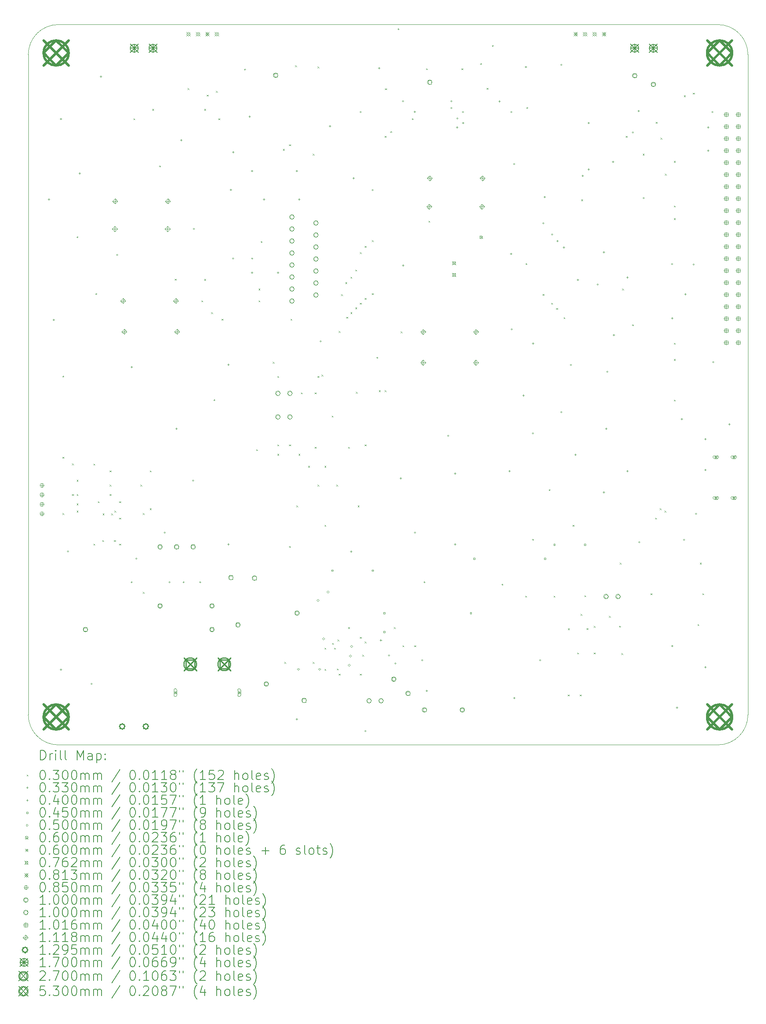
<source format=gbr>
%TF.GenerationSoftware,KiCad,Pcbnew,8.0.6*%
%TF.CreationDate,2025-01-26T17:40:16-05:00*%
%TF.ProjectId,Main_Board_Rev1,4d61696e-5f42-46f6-9172-645f52657631,rev?*%
%TF.SameCoordinates,Original*%
%TF.FileFunction,Drillmap*%
%TF.FilePolarity,Positive*%
%FSLAX45Y45*%
G04 Gerber Fmt 4.5, Leading zero omitted, Abs format (unit mm)*
G04 Created by KiCad (PCBNEW 8.0.6) date 2025-01-26 17:40:16*
%MOMM*%
%LPD*%
G01*
G04 APERTURE LIST*
%ADD10C,0.050000*%
%ADD11C,0.200000*%
%ADD12C,0.100000*%
%ADD13C,0.101600*%
%ADD14C,0.111760*%
%ADD15C,0.129540*%
%ADD16C,0.170000*%
%ADD17C,0.270000*%
%ADD18C,0.530000*%
G04 APERTURE END LIST*
D10*
X2445000Y-1900000D02*
X16415000Y-1900000D01*
X17050000Y-2535000D02*
X17050000Y-16505000D01*
X1810000Y-2535000D02*
G75*
G02*
X2445000Y-1900000I635000J0D01*
G01*
X2445000Y-17140000D02*
G75*
G02*
X1810000Y-16505000I0J635000D01*
G01*
X17050000Y-16505000D02*
G75*
G02*
X16415000Y-17140000I-635000J0D01*
G01*
X1810000Y-16505000D02*
X1810000Y-2535000D01*
X16415000Y-1900000D02*
G75*
G02*
X17050000Y-2535000I0J-635000D01*
G01*
X16415000Y-17140000D02*
X2445000Y-17140000D01*
D11*
D12*
X2535000Y-11045000D02*
X2565000Y-11075000D01*
X2565000Y-11045000D02*
X2535000Y-11075000D01*
X2535000Y-12235000D02*
X2565000Y-12265000D01*
X2565000Y-12235000D02*
X2535000Y-12265000D01*
X2735000Y-11185000D02*
X2765000Y-11215000D01*
X2765000Y-11185000D02*
X2735000Y-11215000D01*
X2735000Y-11835000D02*
X2765000Y-11865000D01*
X2765000Y-11835000D02*
X2735000Y-11865000D01*
X2835000Y-11535000D02*
X2865000Y-11565000D01*
X2865000Y-11535000D02*
X2835000Y-11565000D01*
X2835000Y-11835000D02*
X2865000Y-11865000D01*
X2865000Y-11835000D02*
X2835000Y-11865000D01*
X2835000Y-12035000D02*
X2865000Y-12065000D01*
X2865000Y-12035000D02*
X2835000Y-12065000D01*
X2835000Y-12185000D02*
X2865000Y-12215000D01*
X2865000Y-12185000D02*
X2835000Y-12215000D01*
X3189750Y-11189750D02*
X3219750Y-11219750D01*
X3219750Y-11189750D02*
X3189750Y-11219750D01*
X3189750Y-12885000D02*
X3219750Y-12915000D01*
X3219750Y-12885000D02*
X3189750Y-12915000D01*
X3285000Y-11985000D02*
X3315000Y-12015000D01*
X3315000Y-11985000D02*
X3285000Y-12015000D01*
X3375550Y-12809130D02*
X3405550Y-12839130D01*
X3405550Y-12809130D02*
X3375550Y-12839130D01*
X3375550Y-12809130D02*
X3405550Y-12839130D01*
X3405550Y-12809130D02*
X3375550Y-12839130D01*
X3385000Y-12245000D02*
X3415000Y-12275000D01*
X3415000Y-12245000D02*
X3385000Y-12275000D01*
X3535000Y-11335000D02*
X3565000Y-11365000D01*
X3565000Y-11335000D02*
X3535000Y-11365000D01*
X3535000Y-11635000D02*
X3565000Y-11665000D01*
X3565000Y-11635000D02*
X3535000Y-11665000D01*
X3535000Y-11835000D02*
X3565000Y-11865000D01*
X3565000Y-11835000D02*
X3535000Y-11865000D01*
X3565550Y-12245000D02*
X3595550Y-12275000D01*
X3595550Y-12245000D02*
X3565550Y-12275000D01*
X3625550Y-12809130D02*
X3655550Y-12839130D01*
X3655550Y-12809130D02*
X3625550Y-12839130D01*
X3635000Y-12185000D02*
X3665000Y-12215000D01*
X3665000Y-12185000D02*
X3635000Y-12215000D01*
X3735000Y-11985000D02*
X3765000Y-12015000D01*
X3765000Y-11985000D02*
X3735000Y-12015000D01*
X3735000Y-12335000D02*
X3765000Y-12365000D01*
X3765000Y-12335000D02*
X3735000Y-12365000D01*
X3735000Y-12885000D02*
X3765000Y-12915000D01*
X3765000Y-12885000D02*
X3735000Y-12915000D01*
X4035000Y-3885000D02*
X4065000Y-3915000D01*
X4065000Y-3885000D02*
X4035000Y-3915000D01*
X4185000Y-11635000D02*
X4215000Y-11665000D01*
X4215000Y-11635000D02*
X4185000Y-11665000D01*
X4235000Y-12235000D02*
X4265000Y-12265000D01*
X4265000Y-12235000D02*
X4235000Y-12265000D01*
X4235000Y-13903625D02*
X4265000Y-13933625D01*
X4265000Y-13903625D02*
X4235000Y-13933625D01*
X4385000Y-11335000D02*
X4415000Y-11365000D01*
X4415000Y-11335000D02*
X4385000Y-11365000D01*
X4385000Y-12135000D02*
X4415000Y-12165000D01*
X4415000Y-12135000D02*
X4385000Y-12165000D01*
X4435000Y-3685000D02*
X4465000Y-3715000D01*
X4465000Y-3685000D02*
X4435000Y-3715000D01*
X4915000Y-7280000D02*
X4945000Y-7310000D01*
X4945000Y-7280000D02*
X4915000Y-7310000D01*
X5185000Y-3245000D02*
X5215000Y-3275000D01*
X5215000Y-3245000D02*
X5185000Y-3275000D01*
X5475000Y-7735000D02*
X5505000Y-7765000D01*
X5505000Y-7735000D02*
X5475000Y-7765000D01*
X5535000Y-3685000D02*
X5565000Y-3715000D01*
X5565000Y-3685000D02*
X5535000Y-3715000D01*
X5535000Y-7285000D02*
X5565000Y-7315000D01*
X5565000Y-7285000D02*
X5535000Y-7315000D01*
X5591569Y-3385000D02*
X5621569Y-3415000D01*
X5621569Y-3385000D02*
X5591569Y-3415000D01*
X5685000Y-7985000D02*
X5715000Y-8015000D01*
X5715000Y-7985000D02*
X5685000Y-8015000D01*
X5785000Y-3305000D02*
X5815000Y-3335000D01*
X5815000Y-3305000D02*
X5785000Y-3335000D01*
X5835000Y-3885000D02*
X5865000Y-3915000D01*
X5865000Y-3885000D02*
X5835000Y-3915000D01*
X5905000Y-8125000D02*
X5935000Y-8155000D01*
X5935000Y-8125000D02*
X5905000Y-8155000D01*
X6635000Y-10885000D02*
X6665000Y-10915000D01*
X6665000Y-10885000D02*
X6635000Y-10915000D01*
X6685000Y-7485000D02*
X6715000Y-7515000D01*
X6715000Y-7485000D02*
X6685000Y-7515000D01*
X6685000Y-7735000D02*
X6715000Y-7765000D01*
X6715000Y-7735000D02*
X6685000Y-7765000D01*
X6985000Y-9035000D02*
X7015000Y-9065000D01*
X7015000Y-9035000D02*
X6985000Y-9065000D01*
X7085000Y-9335000D02*
X7115000Y-9365000D01*
X7115000Y-9335000D02*
X7085000Y-9365000D01*
X7085000Y-10785000D02*
X7115000Y-10815000D01*
X7115000Y-10785000D02*
X7085000Y-10815000D01*
X7085000Y-10985000D02*
X7115000Y-11015000D01*
X7115000Y-10985000D02*
X7085000Y-11015000D01*
X7205000Y-4530000D02*
X7235000Y-4560000D01*
X7235000Y-4530000D02*
X7205000Y-4560000D01*
X7235000Y-15385000D02*
X7265000Y-15415000D01*
X7265000Y-15385000D02*
X7235000Y-15415000D01*
X7335000Y-4435000D02*
X7365000Y-4465000D01*
X7365000Y-4435000D02*
X7335000Y-4465000D01*
X7335000Y-10785000D02*
X7365000Y-10815000D01*
X7365000Y-10785000D02*
X7335000Y-10815000D01*
X7365000Y-8125000D02*
X7395000Y-8155000D01*
X7395000Y-8125000D02*
X7365000Y-8155000D01*
X7460000Y-2760000D02*
X7490000Y-2790000D01*
X7490000Y-2760000D02*
X7460000Y-2790000D01*
X7485000Y-12075000D02*
X7515000Y-12105000D01*
X7515000Y-12075000D02*
X7485000Y-12105000D01*
X7535000Y-10985000D02*
X7565000Y-11015000D01*
X7565000Y-10985000D02*
X7535000Y-11015000D01*
X7585000Y-9685000D02*
X7615000Y-9715000D01*
X7615000Y-9685000D02*
X7585000Y-9715000D01*
X7735000Y-11235000D02*
X7765000Y-11265000D01*
X7765000Y-11235000D02*
X7735000Y-11265000D01*
X7835000Y-4635000D02*
X7865000Y-4665000D01*
X7865000Y-4635000D02*
X7835000Y-4665000D01*
X7835000Y-15385000D02*
X7865000Y-15415000D01*
X7865000Y-15385000D02*
X7835000Y-15415000D01*
X7875000Y-9685000D02*
X7905000Y-9715000D01*
X7905000Y-9685000D02*
X7875000Y-9715000D01*
X7875000Y-10835000D02*
X7905000Y-10865000D01*
X7905000Y-10835000D02*
X7875000Y-10865000D01*
X7935000Y-2785000D02*
X7965000Y-2815000D01*
X7965000Y-2785000D02*
X7935000Y-2815000D01*
X7935000Y-9335000D02*
X7965000Y-9365000D01*
X7965000Y-9335000D02*
X7935000Y-9365000D01*
X7935000Y-11635000D02*
X7965000Y-11665000D01*
X7965000Y-11635000D02*
X7935000Y-11665000D01*
X8019853Y-9306716D02*
X8049853Y-9336716D01*
X8049853Y-9306716D02*
X8019853Y-9336716D01*
X8085000Y-11235000D02*
X8115000Y-11265000D01*
X8115000Y-11235000D02*
X8085000Y-11265000D01*
X8085000Y-12485000D02*
X8115000Y-12515000D01*
X8115000Y-12485000D02*
X8085000Y-12515000D01*
X8085000Y-15085000D02*
X8115000Y-15115000D01*
X8115000Y-15085000D02*
X8085000Y-15115000D01*
X8085000Y-15535000D02*
X8115000Y-15565000D01*
X8115000Y-15535000D02*
X8085000Y-15565000D01*
X8235000Y-10175000D02*
X8265000Y-10205000D01*
X8265000Y-10175000D02*
X8235000Y-10205000D01*
X8245000Y-14985000D02*
X8275000Y-15015000D01*
X8275000Y-14985000D02*
X8245000Y-15015000D01*
X8285000Y-15085000D02*
X8315000Y-15115000D01*
X8315000Y-15085000D02*
X8285000Y-15115000D01*
X8335000Y-11635000D02*
X8365000Y-11665000D01*
X8365000Y-11635000D02*
X8335000Y-11665000D01*
X8347990Y-15524178D02*
X8377990Y-15554178D01*
X8377990Y-15524178D02*
X8347990Y-15554178D01*
X8360000Y-14910000D02*
X8390000Y-14940000D01*
X8390000Y-14910000D02*
X8360000Y-14940000D01*
X8385000Y-8385000D02*
X8415000Y-8415000D01*
X8415000Y-8385000D02*
X8385000Y-8415000D01*
X8385000Y-15635000D02*
X8415000Y-15665000D01*
X8415000Y-15635000D02*
X8385000Y-15665000D01*
X8435000Y-7605000D02*
X8465000Y-7635000D01*
X8465000Y-7605000D02*
X8435000Y-7635000D01*
X8525000Y-7351000D02*
X8555000Y-7381000D01*
X8555000Y-7351000D02*
X8525000Y-7381000D01*
X8545000Y-8085000D02*
X8575000Y-8115000D01*
X8575000Y-8085000D02*
X8545000Y-8115000D01*
X8585000Y-10835000D02*
X8615000Y-10865000D01*
X8615000Y-10835000D02*
X8585000Y-10865000D01*
X8585000Y-14650761D02*
X8615000Y-14680761D01*
X8615000Y-14650761D02*
X8585000Y-14680761D01*
X8635000Y-7235000D02*
X8665000Y-7265000D01*
X8665000Y-7235000D02*
X8635000Y-7265000D01*
X8635000Y-7985000D02*
X8665000Y-8015000D01*
X8665000Y-7985000D02*
X8635000Y-8015000D01*
X8735000Y-7085000D02*
X8765000Y-7115000D01*
X8765000Y-7085000D02*
X8735000Y-7115000D01*
X8735000Y-7885000D02*
X8765000Y-7915000D01*
X8765000Y-7885000D02*
X8735000Y-7915000D01*
X8750071Y-9669929D02*
X8780071Y-9699929D01*
X8780071Y-9669929D02*
X8750071Y-9699929D01*
X8785000Y-12075000D02*
X8815000Y-12105000D01*
X8815000Y-12075000D02*
X8785000Y-12105000D01*
X8835000Y-6716000D02*
X8865000Y-6746000D01*
X8865000Y-6716000D02*
X8835000Y-6746000D01*
X8835000Y-7785000D02*
X8865000Y-7815000D01*
X8865000Y-7785000D02*
X8835000Y-7815000D01*
X8835000Y-14855090D02*
X8865000Y-14885090D01*
X8865000Y-14855090D02*
X8835000Y-14885090D01*
X8835000Y-15635000D02*
X8865000Y-15665000D01*
X8865000Y-15635000D02*
X8835000Y-15665000D01*
X8885000Y-15235000D02*
X8915000Y-15265000D01*
X8915000Y-15235000D02*
X8885000Y-15265000D01*
X8935000Y-6585000D02*
X8965000Y-6615000D01*
X8965000Y-6585000D02*
X8935000Y-6615000D01*
X8935000Y-7685000D02*
X8965000Y-7715000D01*
X8965000Y-7685000D02*
X8935000Y-7715000D01*
X8935000Y-10785000D02*
X8965000Y-10815000D01*
X8965000Y-10785000D02*
X8935000Y-10815000D01*
X8935000Y-14955000D02*
X8965000Y-14985000D01*
X8965000Y-14955000D02*
X8935000Y-14985000D01*
X9085000Y-6462000D02*
X9115000Y-6492000D01*
X9115000Y-6462000D02*
X9085000Y-6492000D01*
X9085000Y-7585000D02*
X9115000Y-7615000D01*
X9115000Y-7585000D02*
X9085000Y-7615000D01*
X9235071Y-9634929D02*
X9265071Y-9664929D01*
X9265071Y-9634929D02*
X9235071Y-9664929D01*
X9360000Y-4255000D02*
X9390000Y-4285000D01*
X9390000Y-4255000D02*
X9360000Y-4285000D01*
X9360000Y-9634929D02*
X9390000Y-9664929D01*
X9390000Y-9634929D02*
X9360000Y-9664929D01*
X9365000Y-3250000D02*
X9395000Y-3280000D01*
X9395000Y-3250000D02*
X9365000Y-3280000D01*
X9550761Y-14650761D02*
X9580761Y-14680761D01*
X9580761Y-14650761D02*
X9550761Y-14680761D01*
X9695000Y-8390000D02*
X9725000Y-8420000D01*
X9725000Y-8390000D02*
X9695000Y-8420000D01*
X9735000Y-15035000D02*
X9765000Y-15065000D01*
X9765000Y-15035000D02*
X9735000Y-15065000D01*
X9985000Y-15035000D02*
X10015000Y-15065000D01*
X10015000Y-15035000D02*
X9985000Y-15065000D01*
X10235000Y-2825000D02*
X10265000Y-2855000D01*
X10265000Y-2825000D02*
X10235000Y-2855000D01*
X10285000Y-6050000D02*
X10315000Y-6080000D01*
X10315000Y-6050000D02*
X10285000Y-6080000D01*
X10985000Y-2825000D02*
X11015000Y-2855000D01*
X11015000Y-2825000D02*
X10985000Y-2855000D01*
X11515000Y-3240000D02*
X11545000Y-3270000D01*
X11545000Y-3240000D02*
X11515000Y-3270000D01*
X12335000Y-13985000D02*
X12365000Y-14015000D01*
X12365000Y-13985000D02*
X12335000Y-14015000D01*
X12700000Y-7600000D02*
X12730000Y-7630000D01*
X12730000Y-7600000D02*
X12700000Y-7630000D01*
X12885000Y-7785000D02*
X12915000Y-7815000D01*
X12915000Y-7785000D02*
X12885000Y-7815000D01*
X12935000Y-13985000D02*
X12965000Y-14015000D01*
X12965000Y-13985000D02*
X12935000Y-14015000D01*
X12990000Y-7895000D02*
X13020000Y-7925000D01*
X13020000Y-7895000D02*
X12990000Y-7925000D01*
X13145000Y-8090000D02*
X13175000Y-8120000D01*
X13175000Y-8090000D02*
X13145000Y-8120000D01*
X13237500Y-16075000D02*
X13267500Y-16105000D01*
X13267500Y-16075000D02*
X13237500Y-16105000D01*
X13240000Y-14675000D02*
X13270000Y-14705000D01*
X13270000Y-14675000D02*
X13240000Y-14705000D01*
X13335000Y-12485000D02*
X13365000Y-12515000D01*
X13365000Y-12485000D02*
X13335000Y-12515000D01*
X13435000Y-15185000D02*
X13465000Y-15215000D01*
X13465000Y-15185000D02*
X13435000Y-15215000D01*
X13487500Y-16075000D02*
X13517500Y-16105000D01*
X13517500Y-16075000D02*
X13487500Y-16105000D01*
X13505000Y-14370000D02*
X13535000Y-14400000D01*
X13535000Y-14370000D02*
X13505000Y-14400000D01*
X13520000Y-5600000D02*
X13550000Y-5630000D01*
X13550000Y-5600000D02*
X13520000Y-5630000D01*
X13587500Y-13975000D02*
X13617500Y-14005000D01*
X13617500Y-13975000D02*
X13587500Y-14005000D01*
X13635000Y-14670000D02*
X13665000Y-14700000D01*
X13665000Y-14670000D02*
X13635000Y-14700000D01*
X13785000Y-14625000D02*
X13815000Y-14655000D01*
X13815000Y-14625000D02*
X13785000Y-14655000D01*
X13785000Y-15185000D02*
X13815000Y-15215000D01*
X13815000Y-15185000D02*
X13785000Y-15215000D01*
X14110000Y-14410000D02*
X14140000Y-14440000D01*
X14140000Y-14410000D02*
X14110000Y-14440000D01*
X14335000Y-13285000D02*
X14365000Y-13315000D01*
X14365000Y-13285000D02*
X14335000Y-13315000D01*
X14370000Y-15200000D02*
X14400000Y-15230000D01*
X14400000Y-15200000D02*
X14370000Y-15230000D01*
X14385000Y-7485000D02*
X14415000Y-7515000D01*
X14415000Y-7485000D02*
X14385000Y-7515000D01*
X14465000Y-4255000D02*
X14495000Y-4285000D01*
X14495000Y-4255000D02*
X14465000Y-4285000D01*
X14825000Y-4635000D02*
X14855000Y-4665000D01*
X14855000Y-4635000D02*
X14825000Y-4665000D01*
X14990000Y-13935000D02*
X15020000Y-13965000D01*
X15020000Y-13935000D02*
X14990000Y-13965000D01*
X15085000Y-12335000D02*
X15115000Y-12365000D01*
X15115000Y-12335000D02*
X15085000Y-12365000D01*
X15100000Y-3960000D02*
X15130000Y-3990000D01*
X15130000Y-3960000D02*
X15100000Y-3990000D01*
X15185000Y-12135000D02*
X15215000Y-12165000D01*
X15215000Y-12135000D02*
X15185000Y-12165000D01*
X15199000Y-4294000D02*
X15229000Y-4324000D01*
X15229000Y-4294000D02*
X15199000Y-4324000D01*
X15285000Y-12185000D02*
X15315000Y-12215000D01*
X15315000Y-12185000D02*
X15285000Y-12215000D01*
X15291000Y-5056000D02*
X15321000Y-5086000D01*
X15321000Y-5056000D02*
X15291000Y-5086000D01*
X15485000Y-4785000D02*
X15515000Y-4815000D01*
X15515000Y-4785000D02*
X15485000Y-4815000D01*
X15485000Y-5730000D02*
X15515000Y-5760000D01*
X15515000Y-5730000D02*
X15485000Y-5760000D01*
X15485000Y-5995000D02*
X15515000Y-6025000D01*
X15515000Y-5995000D02*
X15485000Y-6025000D01*
X15485000Y-8635000D02*
X15515000Y-8665000D01*
X15515000Y-8635000D02*
X15485000Y-8665000D01*
X15485000Y-8975000D02*
X15515000Y-9005000D01*
X15515000Y-8975000D02*
X15485000Y-9005000D01*
X15485000Y-9835000D02*
X15515000Y-9865000D01*
X15515000Y-9835000D02*
X15485000Y-9865000D01*
X15695000Y-3395000D02*
X15725000Y-3425000D01*
X15725000Y-3395000D02*
X15695000Y-3425000D01*
X15885000Y-3340000D02*
X15915000Y-3370000D01*
X15915000Y-3340000D02*
X15885000Y-3370000D01*
X15985000Y-14585000D02*
X16015000Y-14615000D01*
X16015000Y-14585000D02*
X15985000Y-14615000D01*
X16035000Y-13285000D02*
X16065000Y-13315000D01*
X16065000Y-13285000D02*
X16035000Y-13315000D01*
X16085000Y-13935000D02*
X16115000Y-13965000D01*
X16115000Y-13935000D02*
X16085000Y-13965000D01*
X2266510Y-5600000D02*
G75*
G02*
X2233490Y-5600000I-16510J0D01*
G01*
X2233490Y-5600000D02*
G75*
G02*
X2266510Y-5600000I16510J0D01*
G01*
X2366510Y-8150000D02*
G75*
G02*
X2333490Y-8150000I-16510J0D01*
G01*
X2333490Y-8150000D02*
G75*
G02*
X2366510Y-8150000I16510J0D01*
G01*
X2516510Y-3900000D02*
G75*
G02*
X2483490Y-3900000I-16510J0D01*
G01*
X2483490Y-3900000D02*
G75*
G02*
X2516510Y-3900000I16510J0D01*
G01*
X2516510Y-15550000D02*
G75*
G02*
X2483490Y-15550000I-16510J0D01*
G01*
X2483490Y-15550000D02*
G75*
G02*
X2516510Y-15550000I16510J0D01*
G01*
X2566510Y-9350000D02*
G75*
G02*
X2533490Y-9350000I-16510J0D01*
G01*
X2533490Y-9350000D02*
G75*
G02*
X2566510Y-9350000I16510J0D01*
G01*
X2666510Y-13050000D02*
G75*
G02*
X2633490Y-13050000I-16510J0D01*
G01*
X2633490Y-13050000D02*
G75*
G02*
X2666510Y-13050000I16510J0D01*
G01*
X2866510Y-6400000D02*
G75*
G02*
X2833490Y-6400000I-16510J0D01*
G01*
X2833490Y-6400000D02*
G75*
G02*
X2866510Y-6400000I16510J0D01*
G01*
X2916510Y-5050000D02*
G75*
G02*
X2883490Y-5050000I-16510J0D01*
G01*
X2883490Y-5050000D02*
G75*
G02*
X2916510Y-5050000I16510J0D01*
G01*
X3166510Y-15850000D02*
G75*
G02*
X3133490Y-15850000I-16510J0D01*
G01*
X3133490Y-15850000D02*
G75*
G02*
X3166510Y-15850000I16510J0D01*
G01*
X3266510Y-7600000D02*
G75*
G02*
X3233490Y-7600000I-16510J0D01*
G01*
X3233490Y-7600000D02*
G75*
G02*
X3266510Y-7600000I16510J0D01*
G01*
X3366510Y-3000000D02*
G75*
G02*
X3333490Y-3000000I-16510J0D01*
G01*
X3333490Y-3000000D02*
G75*
G02*
X3366510Y-3000000I16510J0D01*
G01*
X3706510Y-6775000D02*
G75*
G02*
X3673490Y-6775000I-16510J0D01*
G01*
X3673490Y-6775000D02*
G75*
G02*
X3706510Y-6775000I16510J0D01*
G01*
X4016510Y-9150000D02*
G75*
G02*
X3983490Y-9150000I-16510J0D01*
G01*
X3983490Y-9150000D02*
G75*
G02*
X4016510Y-9150000I16510J0D01*
G01*
X4016510Y-13700000D02*
G75*
G02*
X3983490Y-13700000I-16510J0D01*
G01*
X3983490Y-13700000D02*
G75*
G02*
X4016510Y-13700000I16510J0D01*
G01*
X4116510Y-13200000D02*
G75*
G02*
X4083490Y-13200000I-16510J0D01*
G01*
X4083490Y-13200000D02*
G75*
G02*
X4116510Y-13200000I16510J0D01*
G01*
X4616510Y-4900000D02*
G75*
G02*
X4583490Y-4900000I-16510J0D01*
G01*
X4583490Y-4900000D02*
G75*
G02*
X4616510Y-4900000I16510J0D01*
G01*
X4716510Y-12650000D02*
G75*
G02*
X4683490Y-12650000I-16510J0D01*
G01*
X4683490Y-12650000D02*
G75*
G02*
X4716510Y-12650000I16510J0D01*
G01*
X4816510Y-13700000D02*
G75*
G02*
X4783490Y-13700000I-16510J0D01*
G01*
X4783490Y-13700000D02*
G75*
G02*
X4816510Y-13700000I16510J0D01*
G01*
X4966510Y-10450000D02*
G75*
G02*
X4933490Y-10450000I-16510J0D01*
G01*
X4933490Y-10450000D02*
G75*
G02*
X4966510Y-10450000I16510J0D01*
G01*
X5066510Y-4350000D02*
G75*
G02*
X5033490Y-4350000I-16510J0D01*
G01*
X5033490Y-4350000D02*
G75*
G02*
X5066510Y-4350000I16510J0D01*
G01*
X5116510Y-13700000D02*
G75*
G02*
X5083490Y-13700000I-16510J0D01*
G01*
X5083490Y-13700000D02*
G75*
G02*
X5116510Y-13700000I16510J0D01*
G01*
X5316510Y-11550000D02*
G75*
G02*
X5283490Y-11550000I-16510J0D01*
G01*
X5283490Y-11550000D02*
G75*
G02*
X5316510Y-11550000I16510J0D01*
G01*
X5333510Y-6223000D02*
G75*
G02*
X5300490Y-6223000I-16510J0D01*
G01*
X5300490Y-6223000D02*
G75*
G02*
X5333510Y-6223000I16510J0D01*
G01*
X5466510Y-13700000D02*
G75*
G02*
X5433490Y-13700000I-16510J0D01*
G01*
X5433490Y-13700000D02*
G75*
G02*
X5466510Y-13700000I16510J0D01*
G01*
X5766510Y-9850000D02*
G75*
G02*
X5733490Y-9850000I-16510J0D01*
G01*
X5733490Y-9850000D02*
G75*
G02*
X5766510Y-9850000I16510J0D01*
G01*
X6066510Y-9100000D02*
G75*
G02*
X6033490Y-9100000I-16510J0D01*
G01*
X6033490Y-9100000D02*
G75*
G02*
X6066510Y-9100000I16510J0D01*
G01*
X6066510Y-12900000D02*
G75*
G02*
X6033490Y-12900000I-16510J0D01*
G01*
X6033490Y-12900000D02*
G75*
G02*
X6066510Y-12900000I16510J0D01*
G01*
X6116510Y-5400000D02*
G75*
G02*
X6083490Y-5400000I-16510J0D01*
G01*
X6083490Y-5400000D02*
G75*
G02*
X6116510Y-5400000I16510J0D01*
G01*
X6166510Y-4600000D02*
G75*
G02*
X6133490Y-4600000I-16510J0D01*
G01*
X6133490Y-4600000D02*
G75*
G02*
X6166510Y-4600000I16510J0D01*
G01*
X6166510Y-6850000D02*
G75*
G02*
X6133490Y-6850000I-16510J0D01*
G01*
X6133490Y-6850000D02*
G75*
G02*
X6166510Y-6850000I16510J0D01*
G01*
X6416510Y-2850000D02*
G75*
G02*
X6383490Y-2850000I-16510J0D01*
G01*
X6383490Y-2850000D02*
G75*
G02*
X6416510Y-2850000I16510J0D01*
G01*
X6516510Y-3850000D02*
G75*
G02*
X6483490Y-3850000I-16510J0D01*
G01*
X6483490Y-3850000D02*
G75*
G02*
X6516510Y-3850000I16510J0D01*
G01*
X6566510Y-5000000D02*
G75*
G02*
X6533490Y-5000000I-16510J0D01*
G01*
X6533490Y-5000000D02*
G75*
G02*
X6566510Y-5000000I16510J0D01*
G01*
X6566510Y-6850000D02*
G75*
G02*
X6533490Y-6850000I-16510J0D01*
G01*
X6533490Y-6850000D02*
G75*
G02*
X6566510Y-6850000I16510J0D01*
G01*
X6566510Y-7150000D02*
G75*
G02*
X6533490Y-7150000I-16510J0D01*
G01*
X6533490Y-7150000D02*
G75*
G02*
X6566510Y-7150000I16510J0D01*
G01*
X6766510Y-6500000D02*
G75*
G02*
X6733490Y-6500000I-16510J0D01*
G01*
X6733490Y-6500000D02*
G75*
G02*
X6766510Y-6500000I16510J0D01*
G01*
X6816510Y-5600000D02*
G75*
G02*
X6783490Y-5600000I-16510J0D01*
G01*
X6783490Y-5600000D02*
G75*
G02*
X6816510Y-5600000I16510J0D01*
G01*
X7116510Y-7150000D02*
G75*
G02*
X7083490Y-7150000I-16510J0D01*
G01*
X7083490Y-7150000D02*
G75*
G02*
X7116510Y-7150000I16510J0D01*
G01*
X7366510Y-12950000D02*
G75*
G02*
X7333490Y-12950000I-16510J0D01*
G01*
X7333490Y-12950000D02*
G75*
G02*
X7366510Y-12950000I16510J0D01*
G01*
X7516510Y-5000000D02*
G75*
G02*
X7483490Y-5000000I-16510J0D01*
G01*
X7483490Y-5000000D02*
G75*
G02*
X7516510Y-5000000I16510J0D01*
G01*
X7516510Y-16600000D02*
G75*
G02*
X7483490Y-16600000I-16510J0D01*
G01*
X7483490Y-16600000D02*
G75*
G02*
X7516510Y-16600000I16510J0D01*
G01*
X7566510Y-5600000D02*
G75*
G02*
X7533490Y-5600000I-16510J0D01*
G01*
X7533490Y-5600000D02*
G75*
G02*
X7566510Y-5600000I16510J0D01*
G01*
X8016510Y-8600000D02*
G75*
G02*
X7983490Y-8600000I-16510J0D01*
G01*
X7983490Y-8600000D02*
G75*
G02*
X8016510Y-8600000I16510J0D01*
G01*
X8216510Y-4050000D02*
G75*
G02*
X8183490Y-4050000I-16510J0D01*
G01*
X8183490Y-4050000D02*
G75*
G02*
X8216510Y-4050000I16510J0D01*
G01*
X8666510Y-13050000D02*
G75*
G02*
X8633490Y-13050000I-16510J0D01*
G01*
X8633490Y-13050000D02*
G75*
G02*
X8666510Y-13050000I16510J0D01*
G01*
X8716510Y-5150000D02*
G75*
G02*
X8683490Y-5150000I-16510J0D01*
G01*
X8683490Y-5150000D02*
G75*
G02*
X8716510Y-5150000I16510J0D01*
G01*
X8866510Y-3750000D02*
G75*
G02*
X8833490Y-3750000I-16510J0D01*
G01*
X8833490Y-3750000D02*
G75*
G02*
X8866510Y-3750000I16510J0D01*
G01*
X8966510Y-16850000D02*
G75*
G02*
X8933490Y-16850000I-16510J0D01*
G01*
X8933490Y-16850000D02*
G75*
G02*
X8966510Y-16850000I16510J0D01*
G01*
X9116510Y-5400000D02*
G75*
G02*
X9083490Y-5400000I-16510J0D01*
G01*
X9083490Y-5400000D02*
G75*
G02*
X9116510Y-5400000I16510J0D01*
G01*
X9216510Y-8950000D02*
G75*
G02*
X9183490Y-8950000I-16510J0D01*
G01*
X9183490Y-8950000D02*
G75*
G02*
X9216510Y-8950000I16510J0D01*
G01*
X9256510Y-2825000D02*
G75*
G02*
X9223490Y-2825000I-16510J0D01*
G01*
X9223490Y-2825000D02*
G75*
G02*
X9256510Y-2825000I16510J0D01*
G01*
X9466510Y-15250000D02*
G75*
G02*
X9433490Y-15250000I-16510J0D01*
G01*
X9433490Y-15250000D02*
G75*
G02*
X9466510Y-15250000I16510J0D01*
G01*
X9511510Y-4175000D02*
G75*
G02*
X9478490Y-4175000I-16510J0D01*
G01*
X9478490Y-4175000D02*
G75*
G02*
X9511510Y-4175000I16510J0D01*
G01*
X9600000Y-15416510D02*
G75*
G02*
X9566980Y-15416510I-16510J0D01*
G01*
X9566980Y-15416510D02*
G75*
G02*
X9600000Y-15416510I16510J0D01*
G01*
X9666510Y-2000000D02*
G75*
G02*
X9633490Y-2000000I-16510J0D01*
G01*
X9633490Y-2000000D02*
G75*
G02*
X9666510Y-2000000I16510J0D01*
G01*
X9716510Y-11500000D02*
G75*
G02*
X9683490Y-11500000I-16510J0D01*
G01*
X9683490Y-11500000D02*
G75*
G02*
X9716510Y-11500000I16510J0D01*
G01*
X9761510Y-3525000D02*
G75*
G02*
X9728490Y-3525000I-16510J0D01*
G01*
X9728490Y-3525000D02*
G75*
G02*
X9761510Y-3525000I16510J0D01*
G01*
X9766510Y-6995000D02*
G75*
G02*
X9733490Y-6995000I-16510J0D01*
G01*
X9733490Y-6995000D02*
G75*
G02*
X9766510Y-6995000I16510J0D01*
G01*
X9966510Y-3900000D02*
G75*
G02*
X9933490Y-3900000I-16510J0D01*
G01*
X9933490Y-3900000D02*
G75*
G02*
X9966510Y-3900000I16510J0D01*
G01*
X10011510Y-3747500D02*
G75*
G02*
X9978490Y-3747500I-16510J0D01*
G01*
X9978490Y-3747500D02*
G75*
G02*
X10011510Y-3747500I16510J0D01*
G01*
X10016510Y-12650000D02*
G75*
G02*
X9983490Y-12650000I-16510J0D01*
G01*
X9983490Y-12650000D02*
G75*
G02*
X10016510Y-12650000I16510J0D01*
G01*
X10166510Y-15350000D02*
G75*
G02*
X10133490Y-15350000I-16510J0D01*
G01*
X10133490Y-15350000D02*
G75*
G02*
X10166510Y-15350000I16510J0D01*
G01*
X10216510Y-13700000D02*
G75*
G02*
X10183490Y-13700000I-16510J0D01*
G01*
X10183490Y-13700000D02*
G75*
G02*
X10216510Y-13700000I16510J0D01*
G01*
X10266510Y-16000000D02*
G75*
G02*
X10233490Y-16000000I-16510J0D01*
G01*
X10233490Y-16000000D02*
G75*
G02*
X10266510Y-16000000I16510J0D01*
G01*
X10716510Y-10600000D02*
G75*
G02*
X10683490Y-10600000I-16510J0D01*
G01*
X10683490Y-10600000D02*
G75*
G02*
X10716510Y-10600000I16510J0D01*
G01*
X10786510Y-3525000D02*
G75*
G02*
X10753490Y-3525000I-16510J0D01*
G01*
X10753490Y-3525000D02*
G75*
G02*
X10786510Y-3525000I16510J0D01*
G01*
X10786510Y-3665000D02*
G75*
G02*
X10753490Y-3665000I-16510J0D01*
G01*
X10753490Y-3665000D02*
G75*
G02*
X10786510Y-3665000I16510J0D01*
G01*
X10866510Y-11400000D02*
G75*
G02*
X10833490Y-11400000I-16510J0D01*
G01*
X10833490Y-11400000D02*
G75*
G02*
X10866510Y-11400000I16510J0D01*
G01*
X10866510Y-12900000D02*
G75*
G02*
X10833490Y-12900000I-16510J0D01*
G01*
X10833490Y-12900000D02*
G75*
G02*
X10866510Y-12900000I16510J0D01*
G01*
X10911510Y-3885000D02*
G75*
G02*
X10878490Y-3885000I-16510J0D01*
G01*
X10878490Y-3885000D02*
G75*
G02*
X10911510Y-3885000I16510J0D01*
G01*
X10911510Y-4075000D02*
G75*
G02*
X10878490Y-4075000I-16510J0D01*
G01*
X10878490Y-4075000D02*
G75*
G02*
X10911510Y-4075000I16510J0D01*
G01*
X11034010Y-3750000D02*
G75*
G02*
X11000990Y-3750000I-16510J0D01*
G01*
X11000990Y-3750000D02*
G75*
G02*
X11034010Y-3750000I16510J0D01*
G01*
X11036510Y-3980000D02*
G75*
G02*
X11003490Y-3980000I-16510J0D01*
G01*
X11003490Y-3980000D02*
G75*
G02*
X11036510Y-3980000I16510J0D01*
G01*
X11416510Y-2735310D02*
G75*
G02*
X11383490Y-2735310I-16510J0D01*
G01*
X11383490Y-2735310D02*
G75*
G02*
X11416510Y-2735310I16510J0D01*
G01*
X11666510Y-2350000D02*
G75*
G02*
X11633490Y-2350000I-16510J0D01*
G01*
X11633490Y-2350000D02*
G75*
G02*
X11666510Y-2350000I16510J0D01*
G01*
X11806510Y-3525000D02*
G75*
G02*
X11773490Y-3525000I-16510J0D01*
G01*
X11773490Y-3525000D02*
G75*
G02*
X11806510Y-3525000I16510J0D01*
G01*
X11866510Y-13750000D02*
G75*
G02*
X11833490Y-13750000I-16510J0D01*
G01*
X11833490Y-13750000D02*
G75*
G02*
X11866510Y-13750000I16510J0D01*
G01*
X12016510Y-11350000D02*
G75*
G02*
X11983490Y-11350000I-16510J0D01*
G01*
X11983490Y-11350000D02*
G75*
G02*
X12016510Y-11350000I16510J0D01*
G01*
X12051510Y-6750000D02*
G75*
G02*
X12018490Y-6750000I-16510J0D01*
G01*
X12018490Y-6750000D02*
G75*
G02*
X12051510Y-6750000I16510J0D01*
G01*
X12059010Y-3750000D02*
G75*
G02*
X12025990Y-3750000I-16510J0D01*
G01*
X12025990Y-3750000D02*
G75*
G02*
X12059010Y-3750000I16510J0D01*
G01*
X12066510Y-8350000D02*
G75*
G02*
X12033490Y-8350000I-16510J0D01*
G01*
X12033490Y-8350000D02*
G75*
G02*
X12066510Y-8350000I16510J0D01*
G01*
X12116510Y-4850000D02*
G75*
G02*
X12083490Y-4850000I-16510J0D01*
G01*
X12083490Y-4850000D02*
G75*
G02*
X12116510Y-4850000I16510J0D01*
G01*
X12116510Y-16150000D02*
G75*
G02*
X12083490Y-16150000I-16510J0D01*
G01*
X12083490Y-16150000D02*
G75*
G02*
X12116510Y-16150000I16510J0D01*
G01*
X12316510Y-9750000D02*
G75*
G02*
X12283490Y-9750000I-16510J0D01*
G01*
X12283490Y-9750000D02*
G75*
G02*
X12316510Y-9750000I16510J0D01*
G01*
X12366510Y-2800000D02*
G75*
G02*
X12333490Y-2800000I-16510J0D01*
G01*
X12333490Y-2800000D02*
G75*
G02*
X12366510Y-2800000I16510J0D01*
G01*
X12376510Y-6970000D02*
G75*
G02*
X12343490Y-6970000I-16510J0D01*
G01*
X12343490Y-6970000D02*
G75*
G02*
X12376510Y-6970000I16510J0D01*
G01*
X12391510Y-3665000D02*
G75*
G02*
X12358490Y-3665000I-16510J0D01*
G01*
X12358490Y-3665000D02*
G75*
G02*
X12391510Y-3665000I16510J0D01*
G01*
X12516510Y-8650000D02*
G75*
G02*
X12483490Y-8650000I-16510J0D01*
G01*
X12483490Y-8650000D02*
G75*
G02*
X12516510Y-8650000I16510J0D01*
G01*
X12516510Y-10550000D02*
G75*
G02*
X12483490Y-10550000I-16510J0D01*
G01*
X12483490Y-10550000D02*
G75*
G02*
X12516510Y-10550000I16510J0D01*
G01*
X12516510Y-12800000D02*
G75*
G02*
X12483490Y-12800000I-16510J0D01*
G01*
X12483490Y-12800000D02*
G75*
G02*
X12516510Y-12800000I16510J0D01*
G01*
X12666510Y-15350000D02*
G75*
G02*
X12633490Y-15350000I-16510J0D01*
G01*
X12633490Y-15350000D02*
G75*
G02*
X12666510Y-15350000I16510J0D01*
G01*
X12736510Y-6105000D02*
G75*
G02*
X12703490Y-6105000I-16510J0D01*
G01*
X12703490Y-6105000D02*
G75*
G02*
X12736510Y-6105000I16510J0D01*
G01*
X12766510Y-5550000D02*
G75*
G02*
X12733490Y-5550000I-16510J0D01*
G01*
X12733490Y-5550000D02*
G75*
G02*
X12766510Y-5550000I16510J0D01*
G01*
X12866510Y-11750000D02*
G75*
G02*
X12833490Y-11750000I-16510J0D01*
G01*
X12833490Y-11750000D02*
G75*
G02*
X12866510Y-11750000I16510J0D01*
G01*
X12921510Y-6340000D02*
G75*
G02*
X12888490Y-6340000I-16510J0D01*
G01*
X12888490Y-6340000D02*
G75*
G02*
X12921510Y-6340000I16510J0D01*
G01*
X13036510Y-6480000D02*
G75*
G02*
X13003490Y-6480000I-16510J0D01*
G01*
X13003490Y-6480000D02*
G75*
G02*
X13036510Y-6480000I16510J0D01*
G01*
X13116510Y-2750000D02*
G75*
G02*
X13083490Y-2750000I-16510J0D01*
G01*
X13083490Y-2750000D02*
G75*
G02*
X13116510Y-2750000I16510J0D01*
G01*
X13116510Y-10100000D02*
G75*
G02*
X13083490Y-10100000I-16510J0D01*
G01*
X13083490Y-10100000D02*
G75*
G02*
X13116510Y-10100000I16510J0D01*
G01*
X13171510Y-6615000D02*
G75*
G02*
X13138490Y-6615000I-16510J0D01*
G01*
X13138490Y-6615000D02*
G75*
G02*
X13171510Y-6615000I16510J0D01*
G01*
X13316510Y-9100000D02*
G75*
G02*
X13283490Y-9100000I-16510J0D01*
G01*
X13283490Y-9100000D02*
G75*
G02*
X13316510Y-9100000I16510J0D01*
G01*
X13416510Y-11000000D02*
G75*
G02*
X13383490Y-11000000I-16510J0D01*
G01*
X13383490Y-11000000D02*
G75*
G02*
X13416510Y-11000000I16510J0D01*
G01*
X13466510Y-7305000D02*
G75*
G02*
X13433490Y-7305000I-16510J0D01*
G01*
X13433490Y-7305000D02*
G75*
G02*
X13466510Y-7305000I16510J0D01*
G01*
X13566510Y-5100000D02*
G75*
G02*
X13533490Y-5100000I-16510J0D01*
G01*
X13533490Y-5100000D02*
G75*
G02*
X13566510Y-5100000I16510J0D01*
G01*
X13696510Y-3985000D02*
G75*
G02*
X13663490Y-3985000I-16510J0D01*
G01*
X13663490Y-3985000D02*
G75*
G02*
X13696510Y-3985000I16510J0D01*
G01*
X13696510Y-4965000D02*
G75*
G02*
X13663490Y-4965000I-16510J0D01*
G01*
X13663490Y-4965000D02*
G75*
G02*
X13696510Y-4965000I16510J0D01*
G01*
X13886510Y-7400000D02*
G75*
G02*
X13853490Y-7400000I-16510J0D01*
G01*
X13853490Y-7400000D02*
G75*
G02*
X13886510Y-7400000I16510J0D01*
G01*
X14016510Y-6715000D02*
G75*
G02*
X13983490Y-6715000I-16510J0D01*
G01*
X13983490Y-6715000D02*
G75*
G02*
X14016510Y-6715000I16510J0D01*
G01*
X14016510Y-11800000D02*
G75*
G02*
X13983490Y-11800000I-16510J0D01*
G01*
X13983490Y-11800000D02*
G75*
G02*
X14016510Y-11800000I16510J0D01*
G01*
X14066510Y-10450000D02*
G75*
G02*
X14033490Y-10450000I-16510J0D01*
G01*
X14033490Y-10450000D02*
G75*
G02*
X14066510Y-10450000I16510J0D01*
G01*
X14091510Y-9245000D02*
G75*
G02*
X14058490Y-9245000I-16510J0D01*
G01*
X14058490Y-9245000D02*
G75*
G02*
X14091510Y-9245000I16510J0D01*
G01*
X14211510Y-4805000D02*
G75*
G02*
X14178490Y-4805000I-16510J0D01*
G01*
X14178490Y-4805000D02*
G75*
G02*
X14211510Y-4805000I16510J0D01*
G01*
X14226510Y-8470000D02*
G75*
G02*
X14193490Y-8470000I-16510J0D01*
G01*
X14193490Y-8470000D02*
G75*
G02*
X14226510Y-8470000I16510J0D01*
G01*
X14356510Y-14640000D02*
G75*
G02*
X14323490Y-14640000I-16510J0D01*
G01*
X14323490Y-14640000D02*
G75*
G02*
X14356510Y-14640000I16510J0D01*
G01*
X14516510Y-7250000D02*
G75*
G02*
X14483490Y-7250000I-16510J0D01*
G01*
X14483490Y-7250000D02*
G75*
G02*
X14516510Y-7250000I16510J0D01*
G01*
X14516510Y-11350000D02*
G75*
G02*
X14483490Y-11350000I-16510J0D01*
G01*
X14483490Y-11350000D02*
G75*
G02*
X14516510Y-11350000I16510J0D01*
G01*
X14631510Y-4180000D02*
G75*
G02*
X14598490Y-4180000I-16510J0D01*
G01*
X14598490Y-4180000D02*
G75*
G02*
X14631510Y-4180000I16510J0D01*
G01*
X14631510Y-8260000D02*
G75*
G02*
X14598490Y-8260000I-16510J0D01*
G01*
X14598490Y-8260000D02*
G75*
G02*
X14631510Y-8260000I16510J0D01*
G01*
X14751510Y-3730000D02*
G75*
G02*
X14718490Y-3730000I-16510J0D01*
G01*
X14718490Y-3730000D02*
G75*
G02*
X14751510Y-3730000I16510J0D01*
G01*
X14766510Y-12850000D02*
G75*
G02*
X14733490Y-12850000I-16510J0D01*
G01*
X14733490Y-12850000D02*
G75*
G02*
X14766510Y-12850000I16510J0D01*
G01*
X14856510Y-5570000D02*
G75*
G02*
X14823490Y-5570000I-16510J0D01*
G01*
X14823490Y-5570000D02*
G75*
G02*
X14856510Y-5570000I16510J0D01*
G01*
X15461510Y-6970000D02*
G75*
G02*
X15428490Y-6970000I-16510J0D01*
G01*
X15428490Y-6970000D02*
G75*
G02*
X15461510Y-6970000I16510J0D01*
G01*
X15461510Y-8115000D02*
G75*
G02*
X15428490Y-8115000I-16510J0D01*
G01*
X15428490Y-8115000D02*
G75*
G02*
X15461510Y-8115000I16510J0D01*
G01*
X15466510Y-15050000D02*
G75*
G02*
X15433490Y-15050000I-16510J0D01*
G01*
X15433490Y-15050000D02*
G75*
G02*
X15466510Y-15050000I16510J0D01*
G01*
X15566510Y-16350000D02*
G75*
G02*
X15533490Y-16350000I-16510J0D01*
G01*
X15533490Y-16350000D02*
G75*
G02*
X15566510Y-16350000I16510J0D01*
G01*
X15666510Y-10250000D02*
G75*
G02*
X15633490Y-10250000I-16510J0D01*
G01*
X15633490Y-10250000D02*
G75*
G02*
X15666510Y-10250000I16510J0D01*
G01*
X15716510Y-12800000D02*
G75*
G02*
X15683490Y-12800000I-16510J0D01*
G01*
X15683490Y-12800000D02*
G75*
G02*
X15716510Y-12800000I16510J0D01*
G01*
X15744010Y-7607500D02*
G75*
G02*
X15710990Y-7607500I-16510J0D01*
G01*
X15710990Y-7607500D02*
G75*
G02*
X15744010Y-7607500I16510J0D01*
G01*
X15916510Y-6975000D02*
G75*
G02*
X15883490Y-6975000I-16510J0D01*
G01*
X15883490Y-6975000D02*
G75*
G02*
X15916510Y-6975000I16510J0D01*
G01*
X15966510Y-12250000D02*
G75*
G02*
X15933490Y-12250000I-16510J0D01*
G01*
X15933490Y-12250000D02*
G75*
G02*
X15966510Y-12250000I16510J0D01*
G01*
X16166510Y-10670000D02*
G75*
G02*
X16133490Y-10670000I-16510J0D01*
G01*
X16133490Y-10670000D02*
G75*
G02*
X16166510Y-10670000I16510J0D01*
G01*
X16166510Y-11325000D02*
G75*
G02*
X16133490Y-11325000I-16510J0D01*
G01*
X16133490Y-11325000D02*
G75*
G02*
X16166510Y-11325000I16510J0D01*
G01*
X16166510Y-15500000D02*
G75*
G02*
X16133490Y-15500000I-16510J0D01*
G01*
X16133490Y-15500000D02*
G75*
G02*
X16166510Y-15500000I16510J0D01*
G01*
X16226510Y-4080000D02*
G75*
G02*
X16193490Y-4080000I-16510J0D01*
G01*
X16193490Y-4080000D02*
G75*
G02*
X16226510Y-4080000I16510J0D01*
G01*
X16227844Y-4568666D02*
G75*
G02*
X16194824Y-4568666I-16510J0D01*
G01*
X16194824Y-4568666D02*
G75*
G02*
X16227844Y-4568666I16510J0D01*
G01*
X16316510Y-3750000D02*
G75*
G02*
X16283490Y-3750000I-16510J0D01*
G01*
X16283490Y-3750000D02*
G75*
G02*
X16316510Y-3750000I16510J0D01*
G01*
X16331510Y-9040000D02*
G75*
G02*
X16298490Y-9040000I-16510J0D01*
G01*
X16298490Y-9040000D02*
G75*
G02*
X16331510Y-9040000I16510J0D01*
G01*
X16676510Y-10360000D02*
G75*
G02*
X16643490Y-10360000I-16510J0D01*
G01*
X16643490Y-10360000D02*
G75*
G02*
X16676510Y-10360000I16510J0D01*
G01*
X9275000Y-14905000D02*
X9275000Y-14945000D01*
X9255000Y-14925000D02*
X9295000Y-14925000D01*
X8265910Y-13465910D02*
X8265910Y-13434090D01*
X8234090Y-13434090D01*
X8234090Y-13465910D01*
X8265910Y-13465910D01*
X9115910Y-13465910D02*
X9115910Y-13434090D01*
X9084090Y-13434090D01*
X9084090Y-13465910D01*
X9115910Y-13465910D01*
X9365910Y-14365910D02*
X9365910Y-14334090D01*
X9334090Y-14334090D01*
X9334090Y-14365910D01*
X9365910Y-14365910D01*
X9365910Y-14765910D02*
X9365910Y-14734090D01*
X9334090Y-14734090D01*
X9334090Y-14765910D01*
X9365910Y-14765910D01*
X11195908Y-14365910D02*
X11195908Y-14334090D01*
X11164088Y-14334090D01*
X11164088Y-14365910D01*
X11195908Y-14365910D01*
X11265910Y-13215910D02*
X11265910Y-13184090D01*
X11234090Y-13184090D01*
X11234090Y-13215910D01*
X11265910Y-13215910D01*
X12765910Y-13215910D02*
X12765910Y-13184090D01*
X12734090Y-13184090D01*
X12734090Y-13215910D01*
X12765910Y-13215910D01*
X12965910Y-12915910D02*
X12965910Y-12884090D01*
X12934090Y-12884090D01*
X12934090Y-12915910D01*
X12965910Y-12915910D01*
X13615910Y-12915910D02*
X13615910Y-12884090D01*
X13584090Y-12884090D01*
X13584090Y-12915910D01*
X13615910Y-12915910D01*
X7527498Y-15565000D02*
X7552498Y-15540000D01*
X7527498Y-15515000D01*
X7502498Y-15540000D01*
X7527498Y-15565000D01*
X7940000Y-14105000D02*
X7965000Y-14080000D01*
X7940000Y-14055000D01*
X7915000Y-14080000D01*
X7940000Y-14105000D01*
X7973748Y-15565000D02*
X7998748Y-15540000D01*
X7973748Y-15515000D01*
X7948748Y-15540000D01*
X7973748Y-15565000D01*
X8060000Y-14915000D02*
X8085000Y-14890000D01*
X8060000Y-14865000D01*
X8035000Y-14890000D01*
X8060000Y-14915000D01*
X8150000Y-13925000D02*
X8175000Y-13900000D01*
X8150000Y-13875000D01*
X8125000Y-13900000D01*
X8150000Y-13925000D01*
X8600000Y-15475000D02*
X8625000Y-15450000D01*
X8600000Y-15425000D01*
X8575000Y-15450000D01*
X8600000Y-15475000D01*
X8629998Y-15282011D02*
X8654998Y-15257011D01*
X8629998Y-15232011D01*
X8604998Y-15257011D01*
X8629998Y-15282011D01*
X8650000Y-15075000D02*
X8675000Y-15050000D01*
X8650000Y-15025000D01*
X8625000Y-15050000D01*
X8650000Y-15075000D01*
X11370000Y-6370000D02*
X11430000Y-6430000D01*
X11430000Y-6370000D02*
X11370000Y-6430000D01*
X11430000Y-6400000D02*
G75*
G02*
X11370000Y-6400000I-30000J0D01*
G01*
X11370000Y-6400000D02*
G75*
G02*
X11430000Y-6400000I30000J0D01*
G01*
X4895000Y-16005000D02*
X4955000Y-16065000D01*
X4955000Y-16005000D02*
X4895000Y-16065000D01*
X4925000Y-16005000D02*
X4925000Y-16065000D01*
X4895000Y-16035000D02*
X4955000Y-16035000D01*
X4955000Y-16090000D02*
X4955000Y-15980000D01*
X4895000Y-15980000D02*
G75*
G02*
X4955000Y-15980000I30000J0D01*
G01*
X4895000Y-15980000D02*
X4895000Y-16090000D01*
X4895000Y-16090000D02*
G75*
G03*
X4955000Y-16090000I30000J0D01*
G01*
X6245000Y-16005000D02*
X6305000Y-16065000D01*
X6305000Y-16005000D02*
X6245000Y-16065000D01*
X6275000Y-16005000D02*
X6275000Y-16065000D01*
X6245000Y-16035000D02*
X6305000Y-16035000D01*
X6305000Y-16090000D02*
X6305000Y-15980000D01*
X6245000Y-15980000D02*
G75*
G02*
X6305000Y-15980000I30000J0D01*
G01*
X6245000Y-15980000D02*
X6245000Y-16090000D01*
X6245000Y-16090000D02*
G75*
G03*
X6305000Y-16090000I30000J0D01*
G01*
X16340000Y-11020000D02*
X16400000Y-11080000D01*
X16400000Y-11020000D02*
X16340000Y-11080000D01*
X16370000Y-11020000D02*
X16370000Y-11080000D01*
X16340000Y-11050000D02*
X16400000Y-11050000D01*
X16340000Y-11080000D02*
X16400000Y-11080000D01*
X16400000Y-11020000D02*
G75*
G02*
X16400000Y-11080000I0J-30000D01*
G01*
X16400000Y-11020000D02*
X16340000Y-11020000D01*
X16340000Y-11020000D02*
G75*
G03*
X16340000Y-11080000I0J-30000D01*
G01*
X16340000Y-11884000D02*
X16400000Y-11944000D01*
X16400000Y-11884000D02*
X16340000Y-11944000D01*
X16370000Y-11884000D02*
X16370000Y-11944000D01*
X16340000Y-11914000D02*
X16400000Y-11914000D01*
X16340000Y-11944000D02*
X16400000Y-11944000D01*
X16400000Y-11884000D02*
G75*
G02*
X16400000Y-11944000I0J-30000D01*
G01*
X16400000Y-11884000D02*
X16340000Y-11884000D01*
X16340000Y-11884000D02*
G75*
G03*
X16340000Y-11944000I0J-30000D01*
G01*
X16720000Y-11020000D02*
X16780000Y-11080000D01*
X16780000Y-11020000D02*
X16720000Y-11080000D01*
X16750000Y-11020000D02*
X16750000Y-11080000D01*
X16720000Y-11050000D02*
X16780000Y-11050000D01*
X16720000Y-11080000D02*
X16780000Y-11080000D01*
X16780000Y-11020000D02*
G75*
G02*
X16780000Y-11080000I0J-30000D01*
G01*
X16780000Y-11020000D02*
X16720000Y-11020000D01*
X16720000Y-11020000D02*
G75*
G03*
X16720000Y-11080000I0J-30000D01*
G01*
X16720000Y-11884000D02*
X16780000Y-11944000D01*
X16780000Y-11884000D02*
X16720000Y-11944000D01*
X16750000Y-11884000D02*
X16750000Y-11944000D01*
X16720000Y-11914000D02*
X16780000Y-11914000D01*
X16720000Y-11944000D02*
X16780000Y-11944000D01*
X16780000Y-11884000D02*
G75*
G02*
X16780000Y-11944000I0J-30000D01*
G01*
X16780000Y-11884000D02*
X16720000Y-11884000D01*
X16720000Y-11884000D02*
G75*
G03*
X16720000Y-11944000I0J-30000D01*
G01*
X10787400Y-6904400D02*
X10863600Y-6980600D01*
X10863600Y-6904400D02*
X10787400Y-6980600D01*
X10852441Y-6969441D02*
X10852441Y-6915559D01*
X10798559Y-6915559D01*
X10798559Y-6969441D01*
X10852441Y-6969441D01*
X10787400Y-7154400D02*
X10863600Y-7230600D01*
X10863600Y-7154400D02*
X10787400Y-7230600D01*
X10852441Y-7219441D02*
X10852441Y-7165559D01*
X10798559Y-7165559D01*
X10798559Y-7219441D01*
X10852441Y-7219441D01*
X5159360Y-2059360D02*
X5240640Y-2140640D01*
X5240640Y-2059360D02*
X5159360Y-2140640D01*
X5200000Y-2140640D02*
X5240640Y-2100000D01*
X5200000Y-2059360D01*
X5159360Y-2100000D01*
X5200000Y-2140640D01*
X5359360Y-2059360D02*
X5440640Y-2140640D01*
X5440640Y-2059360D02*
X5359360Y-2140640D01*
X5400000Y-2140640D02*
X5440640Y-2100000D01*
X5400000Y-2059360D01*
X5359360Y-2100000D01*
X5400000Y-2140640D01*
X5559360Y-2059360D02*
X5640640Y-2140640D01*
X5640640Y-2059360D02*
X5559360Y-2140640D01*
X5600000Y-2140640D02*
X5640640Y-2100000D01*
X5600000Y-2059360D01*
X5559360Y-2100000D01*
X5600000Y-2140640D01*
X5759360Y-2059360D02*
X5840640Y-2140640D01*
X5840640Y-2059360D02*
X5759360Y-2140640D01*
X5800000Y-2140640D02*
X5840640Y-2100000D01*
X5800000Y-2059360D01*
X5759360Y-2100000D01*
X5800000Y-2140640D01*
X13359360Y-2059360D02*
X13440640Y-2140640D01*
X13440640Y-2059360D02*
X13359360Y-2140640D01*
X13400000Y-2140640D02*
X13440640Y-2100000D01*
X13400000Y-2059360D01*
X13359360Y-2100000D01*
X13400000Y-2140640D01*
X13559360Y-2059360D02*
X13640640Y-2140640D01*
X13640640Y-2059360D02*
X13559360Y-2140640D01*
X13600000Y-2140640D02*
X13640640Y-2100000D01*
X13600000Y-2059360D01*
X13559360Y-2100000D01*
X13600000Y-2140640D01*
X13759360Y-2059360D02*
X13840640Y-2140640D01*
X13840640Y-2059360D02*
X13759360Y-2140640D01*
X13800000Y-2140640D02*
X13840640Y-2100000D01*
X13800000Y-2059360D01*
X13759360Y-2100000D01*
X13800000Y-2140640D01*
X13959360Y-2059360D02*
X14040640Y-2140640D01*
X14040640Y-2059360D02*
X13959360Y-2140640D01*
X14000000Y-2140640D02*
X14040640Y-2100000D01*
X14000000Y-2059360D01*
X13959360Y-2100000D01*
X14000000Y-2140640D01*
X2100000Y-11607500D02*
X2100000Y-11692500D01*
X2057500Y-11650000D02*
X2142500Y-11650000D01*
X2142500Y-11650000D02*
G75*
G02*
X2057500Y-11650000I-42500J0D01*
G01*
X2057500Y-11650000D02*
G75*
G02*
X2142500Y-11650000I42500J0D01*
G01*
X2100000Y-11807500D02*
X2100000Y-11892500D01*
X2057500Y-11850000D02*
X2142500Y-11850000D01*
X2142500Y-11850000D02*
G75*
G02*
X2057500Y-11850000I-42500J0D01*
G01*
X2057500Y-11850000D02*
G75*
G02*
X2142500Y-11850000I42500J0D01*
G01*
X2100000Y-12007500D02*
X2100000Y-12092500D01*
X2057500Y-12050000D02*
X2142500Y-12050000D01*
X2142500Y-12050000D02*
G75*
G02*
X2057500Y-12050000I-42500J0D01*
G01*
X2057500Y-12050000D02*
G75*
G02*
X2142500Y-12050000I42500J0D01*
G01*
X2100000Y-12207500D02*
X2100000Y-12292500D01*
X2057500Y-12250000D02*
X2142500Y-12250000D01*
X2142500Y-12250000D02*
G75*
G02*
X2057500Y-12250000I-42500J0D01*
G01*
X2057500Y-12250000D02*
G75*
G02*
X2142500Y-12250000I42500J0D01*
G01*
X3055356Y-14735356D02*
X3055356Y-14664644D01*
X2984644Y-14664644D01*
X2984644Y-14735356D01*
X3055356Y-14735356D01*
X3070000Y-14700000D02*
G75*
G02*
X2970000Y-14700000I-50000J0D01*
G01*
X2970000Y-14700000D02*
G75*
G02*
X3070000Y-14700000I50000J0D01*
G01*
X4635356Y-12985356D02*
X4635356Y-12914644D01*
X4564644Y-12914644D01*
X4564644Y-12985356D01*
X4635356Y-12985356D01*
X4650000Y-12950000D02*
G75*
G02*
X4550000Y-12950000I-50000J0D01*
G01*
X4550000Y-12950000D02*
G75*
G02*
X4650000Y-12950000I50000J0D01*
G01*
X4635356Y-14235356D02*
X4635356Y-14164644D01*
X4564644Y-14164644D01*
X4564644Y-14235356D01*
X4635356Y-14235356D01*
X4650000Y-14200000D02*
G75*
G02*
X4550000Y-14200000I-50000J0D01*
G01*
X4550000Y-14200000D02*
G75*
G02*
X4650000Y-14200000I50000J0D01*
G01*
X4985356Y-12985356D02*
X4985356Y-12914644D01*
X4914644Y-12914644D01*
X4914644Y-12985356D01*
X4985356Y-12985356D01*
X5000000Y-12950000D02*
G75*
G02*
X4900000Y-12950000I-50000J0D01*
G01*
X4900000Y-12950000D02*
G75*
G02*
X5000000Y-12950000I50000J0D01*
G01*
X5335356Y-12985356D02*
X5335356Y-12914644D01*
X5264644Y-12914644D01*
X5264644Y-12985356D01*
X5335356Y-12985356D01*
X5350000Y-12950000D02*
G75*
G02*
X5250000Y-12950000I-50000J0D01*
G01*
X5250000Y-12950000D02*
G75*
G02*
X5350000Y-12950000I50000J0D01*
G01*
X5735356Y-14235356D02*
X5735356Y-14164644D01*
X5664644Y-14164644D01*
X5664644Y-14235356D01*
X5735356Y-14235356D01*
X5750000Y-14200000D02*
G75*
G02*
X5650000Y-14200000I-50000J0D01*
G01*
X5650000Y-14200000D02*
G75*
G02*
X5750000Y-14200000I50000J0D01*
G01*
X5735356Y-14735356D02*
X5735356Y-14664644D01*
X5664644Y-14664644D01*
X5664644Y-14735356D01*
X5735356Y-14735356D01*
X5750000Y-14700000D02*
G75*
G02*
X5650000Y-14700000I-50000J0D01*
G01*
X5650000Y-14700000D02*
G75*
G02*
X5750000Y-14700000I50000J0D01*
G01*
X6135356Y-13635356D02*
X6135356Y-13564644D01*
X6064644Y-13564644D01*
X6064644Y-13635356D01*
X6135356Y-13635356D01*
X6150000Y-13600000D02*
G75*
G02*
X6050000Y-13600000I-50000J0D01*
G01*
X6050000Y-13600000D02*
G75*
G02*
X6150000Y-13600000I50000J0D01*
G01*
X6285356Y-14635356D02*
X6285356Y-14564644D01*
X6214644Y-14564644D01*
X6214644Y-14635356D01*
X6285356Y-14635356D01*
X6300000Y-14600000D02*
G75*
G02*
X6200000Y-14600000I-50000J0D01*
G01*
X6200000Y-14600000D02*
G75*
G02*
X6300000Y-14600000I50000J0D01*
G01*
X6635356Y-13645356D02*
X6635356Y-13574644D01*
X6564644Y-13574644D01*
X6564644Y-13645356D01*
X6635356Y-13645356D01*
X6650000Y-13610000D02*
G75*
G02*
X6550000Y-13610000I-50000J0D01*
G01*
X6550000Y-13610000D02*
G75*
G02*
X6650000Y-13610000I50000J0D01*
G01*
X6885356Y-15885356D02*
X6885356Y-15814644D01*
X6814644Y-15814644D01*
X6814644Y-15885356D01*
X6885356Y-15885356D01*
X6900000Y-15850000D02*
G75*
G02*
X6800000Y-15850000I-50000J0D01*
G01*
X6800000Y-15850000D02*
G75*
G02*
X6900000Y-15850000I50000J0D01*
G01*
X7082856Y-3007856D02*
X7082856Y-2937144D01*
X7012144Y-2937144D01*
X7012144Y-3007856D01*
X7082856Y-3007856D01*
X7097500Y-2972500D02*
G75*
G02*
X6997500Y-2972500I-50000J0D01*
G01*
X6997500Y-2972500D02*
G75*
G02*
X7097500Y-2972500I50000J0D01*
G01*
X7535356Y-14385356D02*
X7535356Y-14314644D01*
X7464644Y-14314644D01*
X7464644Y-14385356D01*
X7535356Y-14385356D01*
X7550000Y-14350000D02*
G75*
G02*
X7450000Y-14350000I-50000J0D01*
G01*
X7450000Y-14350000D02*
G75*
G02*
X7550000Y-14350000I50000J0D01*
G01*
X7685356Y-16235356D02*
X7685356Y-16164644D01*
X7614644Y-16164644D01*
X7614644Y-16235356D01*
X7685356Y-16235356D01*
X7700000Y-16200000D02*
G75*
G02*
X7600000Y-16200000I-50000J0D01*
G01*
X7600000Y-16200000D02*
G75*
G02*
X7700000Y-16200000I50000J0D01*
G01*
X9585356Y-15785356D02*
X9585356Y-15714644D01*
X9514644Y-15714644D01*
X9514644Y-15785356D01*
X9585356Y-15785356D01*
X9600000Y-15750000D02*
G75*
G02*
X9500000Y-15750000I-50000J0D01*
G01*
X9500000Y-15750000D02*
G75*
G02*
X9600000Y-15750000I50000J0D01*
G01*
X9885356Y-16085356D02*
X9885356Y-16014644D01*
X9814644Y-16014644D01*
X9814644Y-16085356D01*
X9885356Y-16085356D01*
X9900000Y-16050000D02*
G75*
G02*
X9800000Y-16050000I-50000J0D01*
G01*
X9800000Y-16050000D02*
G75*
G02*
X9900000Y-16050000I50000J0D01*
G01*
X10235356Y-16435356D02*
X10235356Y-16364644D01*
X10164644Y-16364644D01*
X10164644Y-16435356D01*
X10235356Y-16435356D01*
X10250000Y-16400000D02*
G75*
G02*
X10150000Y-16400000I-50000J0D01*
G01*
X10150000Y-16400000D02*
G75*
G02*
X10250000Y-16400000I50000J0D01*
G01*
X10346406Y-3155356D02*
X10346406Y-3084644D01*
X10275694Y-3084644D01*
X10275694Y-3155356D01*
X10346406Y-3155356D01*
X10361050Y-3120000D02*
G75*
G02*
X10261050Y-3120000I-50000J0D01*
G01*
X10261050Y-3120000D02*
G75*
G02*
X10361050Y-3120000I50000J0D01*
G01*
X11035356Y-16435356D02*
X11035356Y-16364644D01*
X10964644Y-16364644D01*
X10964644Y-16435356D01*
X11035356Y-16435356D01*
X11050000Y-16400000D02*
G75*
G02*
X10950000Y-16400000I-50000J0D01*
G01*
X10950000Y-16400000D02*
G75*
G02*
X11050000Y-16400000I50000J0D01*
G01*
X14687356Y-3015356D02*
X14687356Y-2944644D01*
X14616644Y-2944644D01*
X14616644Y-3015356D01*
X14687356Y-3015356D01*
X14702000Y-2980000D02*
G75*
G02*
X14602000Y-2980000I-50000J0D01*
G01*
X14602000Y-2980000D02*
G75*
G02*
X14702000Y-2980000I50000J0D01*
G01*
X15083356Y-3200656D02*
X15083356Y-3129944D01*
X15012644Y-3129944D01*
X15012644Y-3200656D01*
X15083356Y-3200656D01*
X15098000Y-3165300D02*
G75*
G02*
X14998000Y-3165300I-50000J0D01*
G01*
X14998000Y-3165300D02*
G75*
G02*
X15098000Y-3165300I50000J0D01*
G01*
X7096000Y-9750000D02*
X7146000Y-9700000D01*
X7096000Y-9650000D01*
X7046000Y-9700000D01*
X7096000Y-9750000D01*
X7146000Y-9700000D02*
G75*
G02*
X7046000Y-9700000I-50000J0D01*
G01*
X7046000Y-9700000D02*
G75*
G02*
X7146000Y-9700000I50000J0D01*
G01*
X7096000Y-10250000D02*
X7146000Y-10200000D01*
X7096000Y-10150000D01*
X7046000Y-10200000D01*
X7096000Y-10250000D01*
X7146000Y-10200000D02*
G75*
G02*
X7046000Y-10200000I-50000J0D01*
G01*
X7046000Y-10200000D02*
G75*
G02*
X7146000Y-10200000I50000J0D01*
G01*
X7350000Y-9750000D02*
X7400000Y-9700000D01*
X7350000Y-9650000D01*
X7300000Y-9700000D01*
X7350000Y-9750000D01*
X7400000Y-9700000D02*
G75*
G02*
X7300000Y-9700000I-50000J0D01*
G01*
X7300000Y-9700000D02*
G75*
G02*
X7400000Y-9700000I50000J0D01*
G01*
X7350000Y-10250000D02*
X7400000Y-10200000D01*
X7350000Y-10150000D01*
X7300000Y-10200000D01*
X7350000Y-10250000D01*
X7400000Y-10200000D02*
G75*
G02*
X7300000Y-10200000I-50000J0D01*
G01*
X7300000Y-10200000D02*
G75*
G02*
X7400000Y-10200000I50000J0D01*
G01*
X7392000Y-6019000D02*
X7442000Y-5969000D01*
X7392000Y-5919000D01*
X7342000Y-5969000D01*
X7392000Y-6019000D01*
X7442000Y-5969000D02*
G75*
G02*
X7342000Y-5969000I-50000J0D01*
G01*
X7342000Y-5969000D02*
G75*
G02*
X7442000Y-5969000I50000J0D01*
G01*
X7392000Y-6273000D02*
X7442000Y-6223000D01*
X7392000Y-6173000D01*
X7342000Y-6223000D01*
X7392000Y-6273000D01*
X7442000Y-6223000D02*
G75*
G02*
X7342000Y-6223000I-50000J0D01*
G01*
X7342000Y-6223000D02*
G75*
G02*
X7442000Y-6223000I50000J0D01*
G01*
X7392000Y-6527000D02*
X7442000Y-6477000D01*
X7392000Y-6427000D01*
X7342000Y-6477000D01*
X7392000Y-6527000D01*
X7442000Y-6477000D02*
G75*
G02*
X7342000Y-6477000I-50000J0D01*
G01*
X7342000Y-6477000D02*
G75*
G02*
X7442000Y-6477000I50000J0D01*
G01*
X7392000Y-6781000D02*
X7442000Y-6731000D01*
X7392000Y-6681000D01*
X7342000Y-6731000D01*
X7392000Y-6781000D01*
X7442000Y-6731000D02*
G75*
G02*
X7342000Y-6731000I-50000J0D01*
G01*
X7342000Y-6731000D02*
G75*
G02*
X7442000Y-6731000I50000J0D01*
G01*
X7392000Y-7035000D02*
X7442000Y-6985000D01*
X7392000Y-6935000D01*
X7342000Y-6985000D01*
X7392000Y-7035000D01*
X7442000Y-6985000D02*
G75*
G02*
X7342000Y-6985000I-50000J0D01*
G01*
X7342000Y-6985000D02*
G75*
G02*
X7442000Y-6985000I50000J0D01*
G01*
X7392000Y-7289000D02*
X7442000Y-7239000D01*
X7392000Y-7189000D01*
X7342000Y-7239000D01*
X7392000Y-7289000D01*
X7442000Y-7239000D02*
G75*
G02*
X7342000Y-7239000I-50000J0D01*
G01*
X7342000Y-7239000D02*
G75*
G02*
X7442000Y-7239000I50000J0D01*
G01*
X7392000Y-7543000D02*
X7442000Y-7493000D01*
X7392000Y-7443000D01*
X7342000Y-7493000D01*
X7392000Y-7543000D01*
X7442000Y-7493000D02*
G75*
G02*
X7342000Y-7493000I-50000J0D01*
G01*
X7342000Y-7493000D02*
G75*
G02*
X7442000Y-7493000I50000J0D01*
G01*
X7392000Y-7797000D02*
X7442000Y-7747000D01*
X7392000Y-7697000D01*
X7342000Y-7747000D01*
X7392000Y-7797000D01*
X7442000Y-7747000D02*
G75*
G02*
X7342000Y-7747000I-50000J0D01*
G01*
X7342000Y-7747000D02*
G75*
G02*
X7442000Y-7747000I50000J0D01*
G01*
X7900000Y-6146000D02*
X7950000Y-6096000D01*
X7900000Y-6046000D01*
X7850000Y-6096000D01*
X7900000Y-6146000D01*
X7950000Y-6096000D02*
G75*
G02*
X7850000Y-6096000I-50000J0D01*
G01*
X7850000Y-6096000D02*
G75*
G02*
X7950000Y-6096000I50000J0D01*
G01*
X7900000Y-6400000D02*
X7950000Y-6350000D01*
X7900000Y-6300000D01*
X7850000Y-6350000D01*
X7900000Y-6400000D01*
X7950000Y-6350000D02*
G75*
G02*
X7850000Y-6350000I-50000J0D01*
G01*
X7850000Y-6350000D02*
G75*
G02*
X7950000Y-6350000I50000J0D01*
G01*
X7900000Y-6654000D02*
X7950000Y-6604000D01*
X7900000Y-6554000D01*
X7850000Y-6604000D01*
X7900000Y-6654000D01*
X7950000Y-6604000D02*
G75*
G02*
X7850000Y-6604000I-50000J0D01*
G01*
X7850000Y-6604000D02*
G75*
G02*
X7950000Y-6604000I50000J0D01*
G01*
X7900000Y-6908000D02*
X7950000Y-6858000D01*
X7900000Y-6808000D01*
X7850000Y-6858000D01*
X7900000Y-6908000D01*
X7950000Y-6858000D02*
G75*
G02*
X7850000Y-6858000I-50000J0D01*
G01*
X7850000Y-6858000D02*
G75*
G02*
X7950000Y-6858000I50000J0D01*
G01*
X7900000Y-7162000D02*
X7950000Y-7112000D01*
X7900000Y-7062000D01*
X7850000Y-7112000D01*
X7900000Y-7162000D01*
X7950000Y-7112000D02*
G75*
G02*
X7850000Y-7112000I-50000J0D01*
G01*
X7850000Y-7112000D02*
G75*
G02*
X7950000Y-7112000I50000J0D01*
G01*
X7900000Y-7416000D02*
X7950000Y-7366000D01*
X7900000Y-7316000D01*
X7850000Y-7366000D01*
X7900000Y-7416000D01*
X7950000Y-7366000D02*
G75*
G02*
X7850000Y-7366000I-50000J0D01*
G01*
X7850000Y-7366000D02*
G75*
G02*
X7950000Y-7366000I50000J0D01*
G01*
X7900000Y-7670000D02*
X7950000Y-7620000D01*
X7900000Y-7570000D01*
X7850000Y-7620000D01*
X7900000Y-7670000D01*
X7950000Y-7620000D02*
G75*
G02*
X7850000Y-7620000I-50000J0D01*
G01*
X7850000Y-7620000D02*
G75*
G02*
X7950000Y-7620000I50000J0D01*
G01*
X9025998Y-16257011D02*
X9075998Y-16207011D01*
X9025998Y-16157011D01*
X8975998Y-16207011D01*
X9025998Y-16257011D01*
X9075998Y-16207011D02*
G75*
G02*
X8975998Y-16207011I-50000J0D01*
G01*
X8975998Y-16207011D02*
G75*
G02*
X9075998Y-16207011I50000J0D01*
G01*
X9279998Y-16257011D02*
X9329998Y-16207011D01*
X9279998Y-16157011D01*
X9229998Y-16207011D01*
X9279998Y-16257011D01*
X9329998Y-16207011D02*
G75*
G02*
X9229998Y-16207011I-50000J0D01*
G01*
X9229998Y-16207011D02*
G75*
G02*
X9329998Y-16207011I50000J0D01*
G01*
X14043500Y-14050000D02*
X14093500Y-14000000D01*
X14043500Y-13950000D01*
X13993500Y-14000000D01*
X14043500Y-14050000D01*
X14093500Y-14000000D02*
G75*
G02*
X13993500Y-14000000I-50000J0D01*
G01*
X13993500Y-14000000D02*
G75*
G02*
X14093500Y-14000000I50000J0D01*
G01*
X14297500Y-14050000D02*
X14347500Y-14000000D01*
X14297500Y-13950000D01*
X14247500Y-14000000D01*
X14297500Y-14050000D01*
X14347500Y-14000000D02*
G75*
G02*
X14247500Y-14000000I-50000J0D01*
G01*
X14247500Y-14000000D02*
G75*
G02*
X14347500Y-14000000I50000J0D01*
G01*
D13*
X16590000Y-3750200D02*
X16590000Y-3851800D01*
X16539200Y-3801000D02*
X16640800Y-3801000D01*
X16625921Y-3836921D02*
X16625921Y-3765079D01*
X16554079Y-3765079D01*
X16554079Y-3836921D01*
X16625921Y-3836921D01*
X16590000Y-4004200D02*
X16590000Y-4105800D01*
X16539200Y-4055000D02*
X16640800Y-4055000D01*
X16625921Y-4090921D02*
X16625921Y-4019079D01*
X16554079Y-4019079D01*
X16554079Y-4090921D01*
X16625921Y-4090921D01*
X16590000Y-4258200D02*
X16590000Y-4359800D01*
X16539200Y-4309000D02*
X16640800Y-4309000D01*
X16625921Y-4344921D02*
X16625921Y-4273079D01*
X16554079Y-4273079D01*
X16554079Y-4344921D01*
X16625921Y-4344921D01*
X16590000Y-4512200D02*
X16590000Y-4613800D01*
X16539200Y-4563000D02*
X16640800Y-4563000D01*
X16625921Y-4598921D02*
X16625921Y-4527079D01*
X16554079Y-4527079D01*
X16554079Y-4598921D01*
X16625921Y-4598921D01*
X16590000Y-4766200D02*
X16590000Y-4867800D01*
X16539200Y-4817000D02*
X16640800Y-4817000D01*
X16625921Y-4852921D02*
X16625921Y-4781079D01*
X16554079Y-4781079D01*
X16554079Y-4852921D01*
X16625921Y-4852921D01*
X16590000Y-5020200D02*
X16590000Y-5121800D01*
X16539200Y-5071000D02*
X16640800Y-5071000D01*
X16625921Y-5106921D02*
X16625921Y-5035079D01*
X16554079Y-5035079D01*
X16554079Y-5106921D01*
X16625921Y-5106921D01*
X16590000Y-5274200D02*
X16590000Y-5375800D01*
X16539200Y-5325000D02*
X16640800Y-5325000D01*
X16625921Y-5360921D02*
X16625921Y-5289079D01*
X16554079Y-5289079D01*
X16554079Y-5360921D01*
X16625921Y-5360921D01*
X16590000Y-5528200D02*
X16590000Y-5629800D01*
X16539200Y-5579000D02*
X16640800Y-5579000D01*
X16625921Y-5614921D02*
X16625921Y-5543079D01*
X16554079Y-5543079D01*
X16554079Y-5614921D01*
X16625921Y-5614921D01*
X16590000Y-5782200D02*
X16590000Y-5883800D01*
X16539200Y-5833000D02*
X16640800Y-5833000D01*
X16625921Y-5868921D02*
X16625921Y-5797079D01*
X16554079Y-5797079D01*
X16554079Y-5868921D01*
X16625921Y-5868921D01*
X16590000Y-6036200D02*
X16590000Y-6137800D01*
X16539200Y-6087000D02*
X16640800Y-6087000D01*
X16625921Y-6122921D02*
X16625921Y-6051079D01*
X16554079Y-6051079D01*
X16554079Y-6122921D01*
X16625921Y-6122921D01*
X16590000Y-6290200D02*
X16590000Y-6391800D01*
X16539200Y-6341000D02*
X16640800Y-6341000D01*
X16625921Y-6376921D02*
X16625921Y-6305079D01*
X16554079Y-6305079D01*
X16554079Y-6376921D01*
X16625921Y-6376921D01*
X16590000Y-6544200D02*
X16590000Y-6645800D01*
X16539200Y-6595000D02*
X16640800Y-6595000D01*
X16625921Y-6630921D02*
X16625921Y-6559079D01*
X16554079Y-6559079D01*
X16554079Y-6630921D01*
X16625921Y-6630921D01*
X16590000Y-6798200D02*
X16590000Y-6899800D01*
X16539200Y-6849000D02*
X16640800Y-6849000D01*
X16625921Y-6884921D02*
X16625921Y-6813079D01*
X16554079Y-6813079D01*
X16554079Y-6884921D01*
X16625921Y-6884921D01*
X16590000Y-7052200D02*
X16590000Y-7153800D01*
X16539200Y-7103000D02*
X16640800Y-7103000D01*
X16625921Y-7138921D02*
X16625921Y-7067079D01*
X16554079Y-7067079D01*
X16554079Y-7138921D01*
X16625921Y-7138921D01*
X16590000Y-7306200D02*
X16590000Y-7407800D01*
X16539200Y-7357000D02*
X16640800Y-7357000D01*
X16625921Y-7392921D02*
X16625921Y-7321079D01*
X16554079Y-7321079D01*
X16554079Y-7392921D01*
X16625921Y-7392921D01*
X16590000Y-7560200D02*
X16590000Y-7661800D01*
X16539200Y-7611000D02*
X16640800Y-7611000D01*
X16625921Y-7646921D02*
X16625921Y-7575079D01*
X16554079Y-7575079D01*
X16554079Y-7646921D01*
X16625921Y-7646921D01*
X16590000Y-7814200D02*
X16590000Y-7915800D01*
X16539200Y-7865000D02*
X16640800Y-7865000D01*
X16625921Y-7900921D02*
X16625921Y-7829079D01*
X16554079Y-7829079D01*
X16554079Y-7900921D01*
X16625921Y-7900921D01*
X16590000Y-8068200D02*
X16590000Y-8169800D01*
X16539200Y-8119000D02*
X16640800Y-8119000D01*
X16625921Y-8154921D02*
X16625921Y-8083079D01*
X16554079Y-8083079D01*
X16554079Y-8154921D01*
X16625921Y-8154921D01*
X16590000Y-8322200D02*
X16590000Y-8423800D01*
X16539200Y-8373000D02*
X16640800Y-8373000D01*
X16625921Y-8408921D02*
X16625921Y-8337079D01*
X16554079Y-8337079D01*
X16554079Y-8408921D01*
X16625921Y-8408921D01*
X16590000Y-8576200D02*
X16590000Y-8677800D01*
X16539200Y-8627000D02*
X16640800Y-8627000D01*
X16625921Y-8662921D02*
X16625921Y-8591079D01*
X16554079Y-8591079D01*
X16554079Y-8662921D01*
X16625921Y-8662921D01*
X16844000Y-3750200D02*
X16844000Y-3851800D01*
X16793200Y-3801000D02*
X16894800Y-3801000D01*
X16879921Y-3836921D02*
X16879921Y-3765079D01*
X16808079Y-3765079D01*
X16808079Y-3836921D01*
X16879921Y-3836921D01*
X16844000Y-4004200D02*
X16844000Y-4105800D01*
X16793200Y-4055000D02*
X16894800Y-4055000D01*
X16879921Y-4090921D02*
X16879921Y-4019079D01*
X16808079Y-4019079D01*
X16808079Y-4090921D01*
X16879921Y-4090921D01*
X16844000Y-4258200D02*
X16844000Y-4359800D01*
X16793200Y-4309000D02*
X16894800Y-4309000D01*
X16879921Y-4344921D02*
X16879921Y-4273079D01*
X16808079Y-4273079D01*
X16808079Y-4344921D01*
X16879921Y-4344921D01*
X16844000Y-4512200D02*
X16844000Y-4613800D01*
X16793200Y-4563000D02*
X16894800Y-4563000D01*
X16879921Y-4598921D02*
X16879921Y-4527079D01*
X16808079Y-4527079D01*
X16808079Y-4598921D01*
X16879921Y-4598921D01*
X16844000Y-4766200D02*
X16844000Y-4867800D01*
X16793200Y-4817000D02*
X16894800Y-4817000D01*
X16879921Y-4852921D02*
X16879921Y-4781079D01*
X16808079Y-4781079D01*
X16808079Y-4852921D01*
X16879921Y-4852921D01*
X16844000Y-5020200D02*
X16844000Y-5121800D01*
X16793200Y-5071000D02*
X16894800Y-5071000D01*
X16879921Y-5106921D02*
X16879921Y-5035079D01*
X16808079Y-5035079D01*
X16808079Y-5106921D01*
X16879921Y-5106921D01*
X16844000Y-5274200D02*
X16844000Y-5375800D01*
X16793200Y-5325000D02*
X16894800Y-5325000D01*
X16879921Y-5360921D02*
X16879921Y-5289079D01*
X16808079Y-5289079D01*
X16808079Y-5360921D01*
X16879921Y-5360921D01*
X16844000Y-5528200D02*
X16844000Y-5629800D01*
X16793200Y-5579000D02*
X16894800Y-5579000D01*
X16879921Y-5614921D02*
X16879921Y-5543079D01*
X16808079Y-5543079D01*
X16808079Y-5614921D01*
X16879921Y-5614921D01*
X16844000Y-5782200D02*
X16844000Y-5883800D01*
X16793200Y-5833000D02*
X16894800Y-5833000D01*
X16879921Y-5868921D02*
X16879921Y-5797079D01*
X16808079Y-5797079D01*
X16808079Y-5868921D01*
X16879921Y-5868921D01*
X16844000Y-6036200D02*
X16844000Y-6137800D01*
X16793200Y-6087000D02*
X16894800Y-6087000D01*
X16879921Y-6122921D02*
X16879921Y-6051079D01*
X16808079Y-6051079D01*
X16808079Y-6122921D01*
X16879921Y-6122921D01*
X16844000Y-6290200D02*
X16844000Y-6391800D01*
X16793200Y-6341000D02*
X16894800Y-6341000D01*
X16879921Y-6376921D02*
X16879921Y-6305079D01*
X16808079Y-6305079D01*
X16808079Y-6376921D01*
X16879921Y-6376921D01*
X16844000Y-6544200D02*
X16844000Y-6645800D01*
X16793200Y-6595000D02*
X16894800Y-6595000D01*
X16879921Y-6630921D02*
X16879921Y-6559079D01*
X16808079Y-6559079D01*
X16808079Y-6630921D01*
X16879921Y-6630921D01*
X16844000Y-6798200D02*
X16844000Y-6899800D01*
X16793200Y-6849000D02*
X16894800Y-6849000D01*
X16879921Y-6884921D02*
X16879921Y-6813079D01*
X16808079Y-6813079D01*
X16808079Y-6884921D01*
X16879921Y-6884921D01*
X16844000Y-7052200D02*
X16844000Y-7153800D01*
X16793200Y-7103000D02*
X16894800Y-7103000D01*
X16879921Y-7138921D02*
X16879921Y-7067079D01*
X16808079Y-7067079D01*
X16808079Y-7138921D01*
X16879921Y-7138921D01*
X16844000Y-7306200D02*
X16844000Y-7407800D01*
X16793200Y-7357000D02*
X16894800Y-7357000D01*
X16879921Y-7392921D02*
X16879921Y-7321079D01*
X16808079Y-7321079D01*
X16808079Y-7392921D01*
X16879921Y-7392921D01*
X16844000Y-7560200D02*
X16844000Y-7661800D01*
X16793200Y-7611000D02*
X16894800Y-7611000D01*
X16879921Y-7646921D02*
X16879921Y-7575079D01*
X16808079Y-7575079D01*
X16808079Y-7646921D01*
X16879921Y-7646921D01*
X16844000Y-7814200D02*
X16844000Y-7915800D01*
X16793200Y-7865000D02*
X16894800Y-7865000D01*
X16879921Y-7900921D02*
X16879921Y-7829079D01*
X16808079Y-7829079D01*
X16808079Y-7900921D01*
X16879921Y-7900921D01*
X16844000Y-8068200D02*
X16844000Y-8169800D01*
X16793200Y-8119000D02*
X16894800Y-8119000D01*
X16879921Y-8154921D02*
X16879921Y-8083079D01*
X16808079Y-8083079D01*
X16808079Y-8154921D01*
X16879921Y-8154921D01*
X16844000Y-8322200D02*
X16844000Y-8423800D01*
X16793200Y-8373000D02*
X16894800Y-8373000D01*
X16879921Y-8408921D02*
X16879921Y-8337079D01*
X16808079Y-8337079D01*
X16808079Y-8408921D01*
X16879921Y-8408921D01*
X16844000Y-8576200D02*
X16844000Y-8677800D01*
X16793200Y-8627000D02*
X16894800Y-8627000D01*
X16879921Y-8662921D02*
X16879921Y-8591079D01*
X16808079Y-8591079D01*
X16808079Y-8662921D01*
X16879921Y-8662921D01*
D14*
X3640200Y-6166620D02*
X3640200Y-6278380D01*
X3584320Y-6222500D02*
X3696080Y-6222500D01*
X3640200Y-6278380D02*
X3696080Y-6222500D01*
X3640200Y-6166620D01*
X3584320Y-6222500D01*
X3640200Y-6278380D01*
X3646350Y-5579120D02*
X3646350Y-5690880D01*
X3590470Y-5635000D02*
X3702230Y-5635000D01*
X3646350Y-5690880D02*
X3702230Y-5635000D01*
X3646350Y-5579120D01*
X3590470Y-5635000D01*
X3646350Y-5690880D01*
X3816050Y-7689120D02*
X3816050Y-7800880D01*
X3760170Y-7745000D02*
X3871930Y-7745000D01*
X3816050Y-7800880D02*
X3871930Y-7745000D01*
X3816050Y-7689120D01*
X3760170Y-7745000D01*
X3816050Y-7800880D01*
X3841350Y-8339120D02*
X3841350Y-8450880D01*
X3785470Y-8395000D02*
X3897230Y-8395000D01*
X3841350Y-8450880D02*
X3897230Y-8395000D01*
X3841350Y-8339120D01*
X3785470Y-8395000D01*
X3841350Y-8450880D01*
X4757800Y-6166620D02*
X4757800Y-6278380D01*
X4701920Y-6222500D02*
X4813680Y-6222500D01*
X4757800Y-6278380D02*
X4813680Y-6222500D01*
X4757800Y-6166620D01*
X4701920Y-6222500D01*
X4757800Y-6278380D01*
X4763950Y-5579120D02*
X4763950Y-5690880D01*
X4708070Y-5635000D02*
X4819830Y-5635000D01*
X4763950Y-5690880D02*
X4819830Y-5635000D01*
X4763950Y-5579120D01*
X4708070Y-5635000D01*
X4763950Y-5690880D01*
X4933650Y-7689120D02*
X4933650Y-7800880D01*
X4877770Y-7745000D02*
X4989530Y-7745000D01*
X4933650Y-7800880D02*
X4989530Y-7745000D01*
X4933650Y-7689120D01*
X4877770Y-7745000D01*
X4933650Y-7800880D01*
X4958950Y-8339120D02*
X4958950Y-8450880D01*
X4903070Y-8395000D02*
X5014830Y-8395000D01*
X4958950Y-8450880D02*
X5014830Y-8395000D01*
X4958950Y-8339120D01*
X4903070Y-8395000D01*
X4958950Y-8450880D01*
X10171350Y-8344120D02*
X10171350Y-8455880D01*
X10115470Y-8400000D02*
X10227230Y-8400000D01*
X10171350Y-8455880D02*
X10227230Y-8400000D01*
X10171350Y-8344120D01*
X10115470Y-8400000D01*
X10171350Y-8455880D01*
X10171350Y-8994120D02*
X10171350Y-9105880D01*
X10115470Y-9050000D02*
X10227230Y-9050000D01*
X10171350Y-9105880D02*
X10227230Y-9050000D01*
X10171350Y-8994120D01*
X10115470Y-9050000D01*
X10171350Y-9105880D01*
X10298000Y-5694120D02*
X10298000Y-5805880D01*
X10242120Y-5750000D02*
X10353880Y-5750000D01*
X10298000Y-5805880D02*
X10353880Y-5750000D01*
X10298000Y-5694120D01*
X10242120Y-5750000D01*
X10298000Y-5805880D01*
X10311050Y-5094120D02*
X10311050Y-5205880D01*
X10255170Y-5150000D02*
X10366930Y-5150000D01*
X10311050Y-5205880D02*
X10366930Y-5150000D01*
X10311050Y-5094120D01*
X10255170Y-5150000D01*
X10311050Y-5205880D01*
X11288950Y-8344120D02*
X11288950Y-8455880D01*
X11233070Y-8400000D02*
X11344830Y-8400000D01*
X11288950Y-8455880D02*
X11344830Y-8400000D01*
X11288950Y-8344120D01*
X11233070Y-8400000D01*
X11288950Y-8455880D01*
X11288950Y-8994120D02*
X11288950Y-9105880D01*
X11233070Y-9050000D02*
X11344830Y-9050000D01*
X11288950Y-9105880D02*
X11344830Y-9050000D01*
X11288950Y-8994120D01*
X11233070Y-9050000D01*
X11288950Y-9105880D01*
X11415600Y-5694120D02*
X11415600Y-5805880D01*
X11359720Y-5750000D02*
X11471480Y-5750000D01*
X11415600Y-5805880D02*
X11471480Y-5750000D01*
X11415600Y-5694120D01*
X11359720Y-5750000D01*
X11415600Y-5805880D01*
X11428650Y-5094120D02*
X11428650Y-5205880D01*
X11372770Y-5150000D02*
X11484530Y-5150000D01*
X11428650Y-5205880D02*
X11484530Y-5150000D01*
X11428650Y-5094120D01*
X11372770Y-5150000D01*
X11428650Y-5205880D01*
D15*
X3800000Y-16814770D02*
X3864770Y-16750000D01*
X3800000Y-16685230D01*
X3735230Y-16750000D01*
X3800000Y-16814770D01*
X3845800Y-16795800D02*
X3845800Y-16704200D01*
X3754200Y-16704200D01*
X3754200Y-16795800D01*
X3845800Y-16795800D01*
X4300000Y-16814770D02*
X4364770Y-16750000D01*
X4300000Y-16685230D01*
X4235230Y-16750000D01*
X4300000Y-16814770D01*
X4345800Y-16795800D02*
X4345800Y-16704200D01*
X4254200Y-16704200D01*
X4254200Y-16795800D01*
X4345800Y-16795800D01*
D16*
X3969000Y-2315000D02*
X4139000Y-2485000D01*
X4139000Y-2315000D02*
X3969000Y-2485000D01*
X4054000Y-2315000D02*
X4054000Y-2485000D01*
X3969000Y-2400000D02*
X4139000Y-2400000D01*
X4139000Y-2400000D02*
G75*
G02*
X3969000Y-2400000I-85000J0D01*
G01*
X3969000Y-2400000D02*
G75*
G02*
X4139000Y-2400000I85000J0D01*
G01*
X4365000Y-2315000D02*
X4535000Y-2485000D01*
X4535000Y-2315000D02*
X4365000Y-2485000D01*
X4450000Y-2315000D02*
X4450000Y-2485000D01*
X4365000Y-2400000D02*
X4535000Y-2400000D01*
X4535000Y-2400000D02*
G75*
G02*
X4365000Y-2400000I-85000J0D01*
G01*
X4365000Y-2400000D02*
G75*
G02*
X4535000Y-2400000I85000J0D01*
G01*
X14567000Y-2315000D02*
X14737000Y-2485000D01*
X14737000Y-2315000D02*
X14567000Y-2485000D01*
X14652000Y-2315000D02*
X14652000Y-2485000D01*
X14567000Y-2400000D02*
X14737000Y-2400000D01*
X14737000Y-2400000D02*
G75*
G02*
X14567000Y-2400000I-85000J0D01*
G01*
X14567000Y-2400000D02*
G75*
G02*
X14737000Y-2400000I85000J0D01*
G01*
X14963000Y-2315000D02*
X15133000Y-2485000D01*
X15133000Y-2315000D02*
X14963000Y-2485000D01*
X15048000Y-2315000D02*
X15048000Y-2485000D01*
X14963000Y-2400000D02*
X15133000Y-2400000D01*
X15133000Y-2400000D02*
G75*
G02*
X14963000Y-2400000I-85000J0D01*
G01*
X14963000Y-2400000D02*
G75*
G02*
X15133000Y-2400000I85000J0D01*
G01*
D17*
X5105000Y-15300000D02*
X5375000Y-15570000D01*
X5375000Y-15300000D02*
X5105000Y-15570000D01*
X5335460Y-15530460D02*
X5335460Y-15339540D01*
X5144540Y-15339540D01*
X5144540Y-15530460D01*
X5335460Y-15530460D01*
X5375000Y-15435000D02*
G75*
G02*
X5105000Y-15435000I-135000J0D01*
G01*
X5105000Y-15435000D02*
G75*
G02*
X5375000Y-15435000I135000J0D01*
G01*
X5825000Y-15300000D02*
X6095000Y-15570000D01*
X6095000Y-15300000D02*
X5825000Y-15570000D01*
X6055460Y-15530460D02*
X6055460Y-15339540D01*
X5864540Y-15339540D01*
X5864540Y-15530460D01*
X6055460Y-15530460D01*
X6095000Y-15435000D02*
G75*
G02*
X5825000Y-15435000I-135000J0D01*
G01*
X5825000Y-15435000D02*
G75*
G02*
X6095000Y-15435000I135000J0D01*
G01*
D18*
X2135000Y-2235000D02*
X2665000Y-2765000D01*
X2665000Y-2235000D02*
X2135000Y-2765000D01*
X2400000Y-2765000D02*
X2665000Y-2500000D01*
X2400000Y-2235000D01*
X2135000Y-2500000D01*
X2400000Y-2765000D01*
X2665000Y-2500000D02*
G75*
G02*
X2135000Y-2500000I-265000J0D01*
G01*
X2135000Y-2500000D02*
G75*
G02*
X2665000Y-2500000I265000J0D01*
G01*
X2135000Y-16285000D02*
X2665000Y-16815000D01*
X2665000Y-16285000D02*
X2135000Y-16815000D01*
X2400000Y-16815000D02*
X2665000Y-16550000D01*
X2400000Y-16285000D01*
X2135000Y-16550000D01*
X2400000Y-16815000D01*
X2665000Y-16550000D02*
G75*
G02*
X2135000Y-16550000I-265000J0D01*
G01*
X2135000Y-16550000D02*
G75*
G02*
X2665000Y-16550000I265000J0D01*
G01*
X16185000Y-2235000D02*
X16715000Y-2765000D01*
X16715000Y-2235000D02*
X16185000Y-2765000D01*
X16450000Y-2765000D02*
X16715000Y-2500000D01*
X16450000Y-2235000D01*
X16185000Y-2500000D01*
X16450000Y-2765000D01*
X16715000Y-2500000D02*
G75*
G02*
X16185000Y-2500000I-265000J0D01*
G01*
X16185000Y-2500000D02*
G75*
G02*
X16715000Y-2500000I265000J0D01*
G01*
X16185000Y-16285000D02*
X16715000Y-16815000D01*
X16715000Y-16285000D02*
X16185000Y-16815000D01*
X16450000Y-16815000D02*
X16715000Y-16550000D01*
X16450000Y-16285000D01*
X16185000Y-16550000D01*
X16450000Y-16815000D01*
X16715000Y-16550000D02*
G75*
G02*
X16185000Y-16550000I-265000J0D01*
G01*
X16185000Y-16550000D02*
G75*
G02*
X16715000Y-16550000I265000J0D01*
G01*
D11*
X2068277Y-17453984D02*
X2068277Y-17253984D01*
X2068277Y-17253984D02*
X2115896Y-17253984D01*
X2115896Y-17253984D02*
X2144467Y-17263508D01*
X2144467Y-17263508D02*
X2163515Y-17282555D01*
X2163515Y-17282555D02*
X2173039Y-17301603D01*
X2173039Y-17301603D02*
X2182563Y-17339698D01*
X2182563Y-17339698D02*
X2182563Y-17368270D01*
X2182563Y-17368270D02*
X2173039Y-17406365D01*
X2173039Y-17406365D02*
X2163515Y-17425412D01*
X2163515Y-17425412D02*
X2144467Y-17444460D01*
X2144467Y-17444460D02*
X2115896Y-17453984D01*
X2115896Y-17453984D02*
X2068277Y-17453984D01*
X2268277Y-17453984D02*
X2268277Y-17320650D01*
X2268277Y-17358746D02*
X2277801Y-17339698D01*
X2277801Y-17339698D02*
X2287324Y-17330174D01*
X2287324Y-17330174D02*
X2306372Y-17320650D01*
X2306372Y-17320650D02*
X2325420Y-17320650D01*
X2392086Y-17453984D02*
X2392086Y-17320650D01*
X2392086Y-17253984D02*
X2382563Y-17263508D01*
X2382563Y-17263508D02*
X2392086Y-17273031D01*
X2392086Y-17273031D02*
X2401610Y-17263508D01*
X2401610Y-17263508D02*
X2392086Y-17253984D01*
X2392086Y-17253984D02*
X2392086Y-17273031D01*
X2515896Y-17453984D02*
X2496848Y-17444460D01*
X2496848Y-17444460D02*
X2487324Y-17425412D01*
X2487324Y-17425412D02*
X2487324Y-17253984D01*
X2620658Y-17453984D02*
X2601610Y-17444460D01*
X2601610Y-17444460D02*
X2592086Y-17425412D01*
X2592086Y-17425412D02*
X2592086Y-17253984D01*
X2849229Y-17453984D02*
X2849229Y-17253984D01*
X2849229Y-17253984D02*
X2915896Y-17396841D01*
X2915896Y-17396841D02*
X2982562Y-17253984D01*
X2982562Y-17253984D02*
X2982562Y-17453984D01*
X3163515Y-17453984D02*
X3163515Y-17349222D01*
X3163515Y-17349222D02*
X3153991Y-17330174D01*
X3153991Y-17330174D02*
X3134943Y-17320650D01*
X3134943Y-17320650D02*
X3096848Y-17320650D01*
X3096848Y-17320650D02*
X3077801Y-17330174D01*
X3163515Y-17444460D02*
X3144467Y-17453984D01*
X3144467Y-17453984D02*
X3096848Y-17453984D01*
X3096848Y-17453984D02*
X3077801Y-17444460D01*
X3077801Y-17444460D02*
X3068277Y-17425412D01*
X3068277Y-17425412D02*
X3068277Y-17406365D01*
X3068277Y-17406365D02*
X3077801Y-17387317D01*
X3077801Y-17387317D02*
X3096848Y-17377793D01*
X3096848Y-17377793D02*
X3144467Y-17377793D01*
X3144467Y-17377793D02*
X3163515Y-17368270D01*
X3258753Y-17320650D02*
X3258753Y-17520650D01*
X3258753Y-17330174D02*
X3277801Y-17320650D01*
X3277801Y-17320650D02*
X3315896Y-17320650D01*
X3315896Y-17320650D02*
X3334943Y-17330174D01*
X3334943Y-17330174D02*
X3344467Y-17339698D01*
X3344467Y-17339698D02*
X3353991Y-17358746D01*
X3353991Y-17358746D02*
X3353991Y-17415889D01*
X3353991Y-17415889D02*
X3344467Y-17434936D01*
X3344467Y-17434936D02*
X3334943Y-17444460D01*
X3334943Y-17444460D02*
X3315896Y-17453984D01*
X3315896Y-17453984D02*
X3277801Y-17453984D01*
X3277801Y-17453984D02*
X3258753Y-17444460D01*
X3439705Y-17434936D02*
X3449229Y-17444460D01*
X3449229Y-17444460D02*
X3439705Y-17453984D01*
X3439705Y-17453984D02*
X3430182Y-17444460D01*
X3430182Y-17444460D02*
X3439705Y-17434936D01*
X3439705Y-17434936D02*
X3439705Y-17453984D01*
X3439705Y-17330174D02*
X3449229Y-17339698D01*
X3449229Y-17339698D02*
X3439705Y-17349222D01*
X3439705Y-17349222D02*
X3430182Y-17339698D01*
X3430182Y-17339698D02*
X3439705Y-17330174D01*
X3439705Y-17330174D02*
X3439705Y-17349222D01*
D12*
X1777500Y-17767500D02*
X1807500Y-17797500D01*
X1807500Y-17767500D02*
X1777500Y-17797500D01*
D11*
X2106372Y-17673984D02*
X2125420Y-17673984D01*
X2125420Y-17673984D02*
X2144467Y-17683508D01*
X2144467Y-17683508D02*
X2153991Y-17693031D01*
X2153991Y-17693031D02*
X2163515Y-17712079D01*
X2163515Y-17712079D02*
X2173039Y-17750174D01*
X2173039Y-17750174D02*
X2173039Y-17797793D01*
X2173039Y-17797793D02*
X2163515Y-17835889D01*
X2163515Y-17835889D02*
X2153991Y-17854936D01*
X2153991Y-17854936D02*
X2144467Y-17864460D01*
X2144467Y-17864460D02*
X2125420Y-17873984D01*
X2125420Y-17873984D02*
X2106372Y-17873984D01*
X2106372Y-17873984D02*
X2087324Y-17864460D01*
X2087324Y-17864460D02*
X2077801Y-17854936D01*
X2077801Y-17854936D02*
X2068277Y-17835889D01*
X2068277Y-17835889D02*
X2058753Y-17797793D01*
X2058753Y-17797793D02*
X2058753Y-17750174D01*
X2058753Y-17750174D02*
X2068277Y-17712079D01*
X2068277Y-17712079D02*
X2077801Y-17693031D01*
X2077801Y-17693031D02*
X2087324Y-17683508D01*
X2087324Y-17683508D02*
X2106372Y-17673984D01*
X2258753Y-17854936D02*
X2268277Y-17864460D01*
X2268277Y-17864460D02*
X2258753Y-17873984D01*
X2258753Y-17873984D02*
X2249229Y-17864460D01*
X2249229Y-17864460D02*
X2258753Y-17854936D01*
X2258753Y-17854936D02*
X2258753Y-17873984D01*
X2334944Y-17673984D02*
X2458753Y-17673984D01*
X2458753Y-17673984D02*
X2392086Y-17750174D01*
X2392086Y-17750174D02*
X2420658Y-17750174D01*
X2420658Y-17750174D02*
X2439705Y-17759698D01*
X2439705Y-17759698D02*
X2449229Y-17769222D01*
X2449229Y-17769222D02*
X2458753Y-17788270D01*
X2458753Y-17788270D02*
X2458753Y-17835889D01*
X2458753Y-17835889D02*
X2449229Y-17854936D01*
X2449229Y-17854936D02*
X2439705Y-17864460D01*
X2439705Y-17864460D02*
X2420658Y-17873984D01*
X2420658Y-17873984D02*
X2363515Y-17873984D01*
X2363515Y-17873984D02*
X2344467Y-17864460D01*
X2344467Y-17864460D02*
X2334944Y-17854936D01*
X2582563Y-17673984D02*
X2601610Y-17673984D01*
X2601610Y-17673984D02*
X2620658Y-17683508D01*
X2620658Y-17683508D02*
X2630182Y-17693031D01*
X2630182Y-17693031D02*
X2639705Y-17712079D01*
X2639705Y-17712079D02*
X2649229Y-17750174D01*
X2649229Y-17750174D02*
X2649229Y-17797793D01*
X2649229Y-17797793D02*
X2639705Y-17835889D01*
X2639705Y-17835889D02*
X2630182Y-17854936D01*
X2630182Y-17854936D02*
X2620658Y-17864460D01*
X2620658Y-17864460D02*
X2601610Y-17873984D01*
X2601610Y-17873984D02*
X2582563Y-17873984D01*
X2582563Y-17873984D02*
X2563515Y-17864460D01*
X2563515Y-17864460D02*
X2553991Y-17854936D01*
X2553991Y-17854936D02*
X2544467Y-17835889D01*
X2544467Y-17835889D02*
X2534944Y-17797793D01*
X2534944Y-17797793D02*
X2534944Y-17750174D01*
X2534944Y-17750174D02*
X2544467Y-17712079D01*
X2544467Y-17712079D02*
X2553991Y-17693031D01*
X2553991Y-17693031D02*
X2563515Y-17683508D01*
X2563515Y-17683508D02*
X2582563Y-17673984D01*
X2773039Y-17673984D02*
X2792086Y-17673984D01*
X2792086Y-17673984D02*
X2811134Y-17683508D01*
X2811134Y-17683508D02*
X2820658Y-17693031D01*
X2820658Y-17693031D02*
X2830182Y-17712079D01*
X2830182Y-17712079D02*
X2839705Y-17750174D01*
X2839705Y-17750174D02*
X2839705Y-17797793D01*
X2839705Y-17797793D02*
X2830182Y-17835889D01*
X2830182Y-17835889D02*
X2820658Y-17854936D01*
X2820658Y-17854936D02*
X2811134Y-17864460D01*
X2811134Y-17864460D02*
X2792086Y-17873984D01*
X2792086Y-17873984D02*
X2773039Y-17873984D01*
X2773039Y-17873984D02*
X2753991Y-17864460D01*
X2753991Y-17864460D02*
X2744467Y-17854936D01*
X2744467Y-17854936D02*
X2734944Y-17835889D01*
X2734944Y-17835889D02*
X2725420Y-17797793D01*
X2725420Y-17797793D02*
X2725420Y-17750174D01*
X2725420Y-17750174D02*
X2734944Y-17712079D01*
X2734944Y-17712079D02*
X2744467Y-17693031D01*
X2744467Y-17693031D02*
X2753991Y-17683508D01*
X2753991Y-17683508D02*
X2773039Y-17673984D01*
X2925420Y-17873984D02*
X2925420Y-17740650D01*
X2925420Y-17759698D02*
X2934943Y-17750174D01*
X2934943Y-17750174D02*
X2953991Y-17740650D01*
X2953991Y-17740650D02*
X2982563Y-17740650D01*
X2982563Y-17740650D02*
X3001610Y-17750174D01*
X3001610Y-17750174D02*
X3011134Y-17769222D01*
X3011134Y-17769222D02*
X3011134Y-17873984D01*
X3011134Y-17769222D02*
X3020658Y-17750174D01*
X3020658Y-17750174D02*
X3039705Y-17740650D01*
X3039705Y-17740650D02*
X3068277Y-17740650D01*
X3068277Y-17740650D02*
X3087324Y-17750174D01*
X3087324Y-17750174D02*
X3096848Y-17769222D01*
X3096848Y-17769222D02*
X3096848Y-17873984D01*
X3192086Y-17873984D02*
X3192086Y-17740650D01*
X3192086Y-17759698D02*
X3201610Y-17750174D01*
X3201610Y-17750174D02*
X3220658Y-17740650D01*
X3220658Y-17740650D02*
X3249229Y-17740650D01*
X3249229Y-17740650D02*
X3268277Y-17750174D01*
X3268277Y-17750174D02*
X3277801Y-17769222D01*
X3277801Y-17769222D02*
X3277801Y-17873984D01*
X3277801Y-17769222D02*
X3287324Y-17750174D01*
X3287324Y-17750174D02*
X3306372Y-17740650D01*
X3306372Y-17740650D02*
X3334943Y-17740650D01*
X3334943Y-17740650D02*
X3353991Y-17750174D01*
X3353991Y-17750174D02*
X3363515Y-17769222D01*
X3363515Y-17769222D02*
X3363515Y-17873984D01*
X3753991Y-17664460D02*
X3582563Y-17921603D01*
X4011134Y-17673984D02*
X4030182Y-17673984D01*
X4030182Y-17673984D02*
X4049229Y-17683508D01*
X4049229Y-17683508D02*
X4058753Y-17693031D01*
X4058753Y-17693031D02*
X4068277Y-17712079D01*
X4068277Y-17712079D02*
X4077801Y-17750174D01*
X4077801Y-17750174D02*
X4077801Y-17797793D01*
X4077801Y-17797793D02*
X4068277Y-17835889D01*
X4068277Y-17835889D02*
X4058753Y-17854936D01*
X4058753Y-17854936D02*
X4049229Y-17864460D01*
X4049229Y-17864460D02*
X4030182Y-17873984D01*
X4030182Y-17873984D02*
X4011134Y-17873984D01*
X4011134Y-17873984D02*
X3992086Y-17864460D01*
X3992086Y-17864460D02*
X3982563Y-17854936D01*
X3982563Y-17854936D02*
X3973039Y-17835889D01*
X3973039Y-17835889D02*
X3963515Y-17797793D01*
X3963515Y-17797793D02*
X3963515Y-17750174D01*
X3963515Y-17750174D02*
X3973039Y-17712079D01*
X3973039Y-17712079D02*
X3982563Y-17693031D01*
X3982563Y-17693031D02*
X3992086Y-17683508D01*
X3992086Y-17683508D02*
X4011134Y-17673984D01*
X4163515Y-17854936D02*
X4173039Y-17864460D01*
X4173039Y-17864460D02*
X4163515Y-17873984D01*
X4163515Y-17873984D02*
X4153991Y-17864460D01*
X4153991Y-17864460D02*
X4163515Y-17854936D01*
X4163515Y-17854936D02*
X4163515Y-17873984D01*
X4296848Y-17673984D02*
X4315896Y-17673984D01*
X4315896Y-17673984D02*
X4334944Y-17683508D01*
X4334944Y-17683508D02*
X4344468Y-17693031D01*
X4344468Y-17693031D02*
X4353991Y-17712079D01*
X4353991Y-17712079D02*
X4363515Y-17750174D01*
X4363515Y-17750174D02*
X4363515Y-17797793D01*
X4363515Y-17797793D02*
X4353991Y-17835889D01*
X4353991Y-17835889D02*
X4344468Y-17854936D01*
X4344468Y-17854936D02*
X4334944Y-17864460D01*
X4334944Y-17864460D02*
X4315896Y-17873984D01*
X4315896Y-17873984D02*
X4296848Y-17873984D01*
X4296848Y-17873984D02*
X4277801Y-17864460D01*
X4277801Y-17864460D02*
X4268277Y-17854936D01*
X4268277Y-17854936D02*
X4258753Y-17835889D01*
X4258753Y-17835889D02*
X4249229Y-17797793D01*
X4249229Y-17797793D02*
X4249229Y-17750174D01*
X4249229Y-17750174D02*
X4258753Y-17712079D01*
X4258753Y-17712079D02*
X4268277Y-17693031D01*
X4268277Y-17693031D02*
X4277801Y-17683508D01*
X4277801Y-17683508D02*
X4296848Y-17673984D01*
X4553991Y-17873984D02*
X4439706Y-17873984D01*
X4496848Y-17873984D02*
X4496848Y-17673984D01*
X4496848Y-17673984D02*
X4477801Y-17702555D01*
X4477801Y-17702555D02*
X4458753Y-17721603D01*
X4458753Y-17721603D02*
X4439706Y-17731127D01*
X4744468Y-17873984D02*
X4630182Y-17873984D01*
X4687325Y-17873984D02*
X4687325Y-17673984D01*
X4687325Y-17673984D02*
X4668277Y-17702555D01*
X4668277Y-17702555D02*
X4649229Y-17721603D01*
X4649229Y-17721603D02*
X4630182Y-17731127D01*
X4858753Y-17759698D02*
X4839706Y-17750174D01*
X4839706Y-17750174D02*
X4830182Y-17740650D01*
X4830182Y-17740650D02*
X4820658Y-17721603D01*
X4820658Y-17721603D02*
X4820658Y-17712079D01*
X4820658Y-17712079D02*
X4830182Y-17693031D01*
X4830182Y-17693031D02*
X4839706Y-17683508D01*
X4839706Y-17683508D02*
X4858753Y-17673984D01*
X4858753Y-17673984D02*
X4896849Y-17673984D01*
X4896849Y-17673984D02*
X4915896Y-17683508D01*
X4915896Y-17683508D02*
X4925420Y-17693031D01*
X4925420Y-17693031D02*
X4934944Y-17712079D01*
X4934944Y-17712079D02*
X4934944Y-17721603D01*
X4934944Y-17721603D02*
X4925420Y-17740650D01*
X4925420Y-17740650D02*
X4915896Y-17750174D01*
X4915896Y-17750174D02*
X4896849Y-17759698D01*
X4896849Y-17759698D02*
X4858753Y-17759698D01*
X4858753Y-17759698D02*
X4839706Y-17769222D01*
X4839706Y-17769222D02*
X4830182Y-17778746D01*
X4830182Y-17778746D02*
X4820658Y-17797793D01*
X4820658Y-17797793D02*
X4820658Y-17835889D01*
X4820658Y-17835889D02*
X4830182Y-17854936D01*
X4830182Y-17854936D02*
X4839706Y-17864460D01*
X4839706Y-17864460D02*
X4858753Y-17873984D01*
X4858753Y-17873984D02*
X4896849Y-17873984D01*
X4896849Y-17873984D02*
X4915896Y-17864460D01*
X4915896Y-17864460D02*
X4925420Y-17854936D01*
X4925420Y-17854936D02*
X4934944Y-17835889D01*
X4934944Y-17835889D02*
X4934944Y-17797793D01*
X4934944Y-17797793D02*
X4925420Y-17778746D01*
X4925420Y-17778746D02*
X4915896Y-17769222D01*
X4915896Y-17769222D02*
X4896849Y-17759698D01*
X5011134Y-17673984D02*
X5011134Y-17712079D01*
X5087325Y-17673984D02*
X5087325Y-17712079D01*
X5382563Y-17950174D02*
X5373039Y-17940650D01*
X5373039Y-17940650D02*
X5353991Y-17912079D01*
X5353991Y-17912079D02*
X5344468Y-17893031D01*
X5344468Y-17893031D02*
X5334944Y-17864460D01*
X5334944Y-17864460D02*
X5325420Y-17816841D01*
X5325420Y-17816841D02*
X5325420Y-17778746D01*
X5325420Y-17778746D02*
X5334944Y-17731127D01*
X5334944Y-17731127D02*
X5344468Y-17702555D01*
X5344468Y-17702555D02*
X5353991Y-17683508D01*
X5353991Y-17683508D02*
X5373039Y-17654936D01*
X5373039Y-17654936D02*
X5382563Y-17645412D01*
X5563515Y-17873984D02*
X5449230Y-17873984D01*
X5506372Y-17873984D02*
X5506372Y-17673984D01*
X5506372Y-17673984D02*
X5487325Y-17702555D01*
X5487325Y-17702555D02*
X5468277Y-17721603D01*
X5468277Y-17721603D02*
X5449230Y-17731127D01*
X5744468Y-17673984D02*
X5649229Y-17673984D01*
X5649229Y-17673984D02*
X5639706Y-17769222D01*
X5639706Y-17769222D02*
X5649229Y-17759698D01*
X5649229Y-17759698D02*
X5668277Y-17750174D01*
X5668277Y-17750174D02*
X5715896Y-17750174D01*
X5715896Y-17750174D02*
X5734944Y-17759698D01*
X5734944Y-17759698D02*
X5744468Y-17769222D01*
X5744468Y-17769222D02*
X5753991Y-17788270D01*
X5753991Y-17788270D02*
X5753991Y-17835889D01*
X5753991Y-17835889D02*
X5744468Y-17854936D01*
X5744468Y-17854936D02*
X5734944Y-17864460D01*
X5734944Y-17864460D02*
X5715896Y-17873984D01*
X5715896Y-17873984D02*
X5668277Y-17873984D01*
X5668277Y-17873984D02*
X5649229Y-17864460D01*
X5649229Y-17864460D02*
X5639706Y-17854936D01*
X5830182Y-17693031D02*
X5839706Y-17683508D01*
X5839706Y-17683508D02*
X5858753Y-17673984D01*
X5858753Y-17673984D02*
X5906372Y-17673984D01*
X5906372Y-17673984D02*
X5925420Y-17683508D01*
X5925420Y-17683508D02*
X5934944Y-17693031D01*
X5934944Y-17693031D02*
X5944468Y-17712079D01*
X5944468Y-17712079D02*
X5944468Y-17731127D01*
X5944468Y-17731127D02*
X5934944Y-17759698D01*
X5934944Y-17759698D02*
X5820658Y-17873984D01*
X5820658Y-17873984D02*
X5944468Y-17873984D01*
X6182563Y-17873984D02*
X6182563Y-17673984D01*
X6268277Y-17873984D02*
X6268277Y-17769222D01*
X6268277Y-17769222D02*
X6258753Y-17750174D01*
X6258753Y-17750174D02*
X6239706Y-17740650D01*
X6239706Y-17740650D02*
X6211134Y-17740650D01*
X6211134Y-17740650D02*
X6192087Y-17750174D01*
X6192087Y-17750174D02*
X6182563Y-17759698D01*
X6392087Y-17873984D02*
X6373039Y-17864460D01*
X6373039Y-17864460D02*
X6363515Y-17854936D01*
X6363515Y-17854936D02*
X6353991Y-17835889D01*
X6353991Y-17835889D02*
X6353991Y-17778746D01*
X6353991Y-17778746D02*
X6363515Y-17759698D01*
X6363515Y-17759698D02*
X6373039Y-17750174D01*
X6373039Y-17750174D02*
X6392087Y-17740650D01*
X6392087Y-17740650D02*
X6420658Y-17740650D01*
X6420658Y-17740650D02*
X6439706Y-17750174D01*
X6439706Y-17750174D02*
X6449230Y-17759698D01*
X6449230Y-17759698D02*
X6458753Y-17778746D01*
X6458753Y-17778746D02*
X6458753Y-17835889D01*
X6458753Y-17835889D02*
X6449230Y-17854936D01*
X6449230Y-17854936D02*
X6439706Y-17864460D01*
X6439706Y-17864460D02*
X6420658Y-17873984D01*
X6420658Y-17873984D02*
X6392087Y-17873984D01*
X6573039Y-17873984D02*
X6553991Y-17864460D01*
X6553991Y-17864460D02*
X6544468Y-17845412D01*
X6544468Y-17845412D02*
X6544468Y-17673984D01*
X6725420Y-17864460D02*
X6706372Y-17873984D01*
X6706372Y-17873984D02*
X6668277Y-17873984D01*
X6668277Y-17873984D02*
X6649230Y-17864460D01*
X6649230Y-17864460D02*
X6639706Y-17845412D01*
X6639706Y-17845412D02*
X6639706Y-17769222D01*
X6639706Y-17769222D02*
X6649230Y-17750174D01*
X6649230Y-17750174D02*
X6668277Y-17740650D01*
X6668277Y-17740650D02*
X6706372Y-17740650D01*
X6706372Y-17740650D02*
X6725420Y-17750174D01*
X6725420Y-17750174D02*
X6734944Y-17769222D01*
X6734944Y-17769222D02*
X6734944Y-17788270D01*
X6734944Y-17788270D02*
X6639706Y-17807317D01*
X6811134Y-17864460D02*
X6830182Y-17873984D01*
X6830182Y-17873984D02*
X6868277Y-17873984D01*
X6868277Y-17873984D02*
X6887325Y-17864460D01*
X6887325Y-17864460D02*
X6896849Y-17845412D01*
X6896849Y-17845412D02*
X6896849Y-17835889D01*
X6896849Y-17835889D02*
X6887325Y-17816841D01*
X6887325Y-17816841D02*
X6868277Y-17807317D01*
X6868277Y-17807317D02*
X6839706Y-17807317D01*
X6839706Y-17807317D02*
X6820658Y-17797793D01*
X6820658Y-17797793D02*
X6811134Y-17778746D01*
X6811134Y-17778746D02*
X6811134Y-17769222D01*
X6811134Y-17769222D02*
X6820658Y-17750174D01*
X6820658Y-17750174D02*
X6839706Y-17740650D01*
X6839706Y-17740650D02*
X6868277Y-17740650D01*
X6868277Y-17740650D02*
X6887325Y-17750174D01*
X6963515Y-17950174D02*
X6973039Y-17940650D01*
X6973039Y-17940650D02*
X6992087Y-17912079D01*
X6992087Y-17912079D02*
X7001611Y-17893031D01*
X7001611Y-17893031D02*
X7011134Y-17864460D01*
X7011134Y-17864460D02*
X7020658Y-17816841D01*
X7020658Y-17816841D02*
X7020658Y-17778746D01*
X7020658Y-17778746D02*
X7011134Y-17731127D01*
X7011134Y-17731127D02*
X7001611Y-17702555D01*
X7001611Y-17702555D02*
X6992087Y-17683508D01*
X6992087Y-17683508D02*
X6973039Y-17654936D01*
X6973039Y-17654936D02*
X6963515Y-17645412D01*
D12*
X1807500Y-18046500D02*
G75*
G02*
X1774480Y-18046500I-16510J0D01*
G01*
X1774480Y-18046500D02*
G75*
G02*
X1807500Y-18046500I16510J0D01*
G01*
D11*
X2106372Y-17937984D02*
X2125420Y-17937984D01*
X2125420Y-17937984D02*
X2144467Y-17947508D01*
X2144467Y-17947508D02*
X2153991Y-17957031D01*
X2153991Y-17957031D02*
X2163515Y-17976079D01*
X2163515Y-17976079D02*
X2173039Y-18014174D01*
X2173039Y-18014174D02*
X2173039Y-18061793D01*
X2173039Y-18061793D02*
X2163515Y-18099889D01*
X2163515Y-18099889D02*
X2153991Y-18118936D01*
X2153991Y-18118936D02*
X2144467Y-18128460D01*
X2144467Y-18128460D02*
X2125420Y-18137984D01*
X2125420Y-18137984D02*
X2106372Y-18137984D01*
X2106372Y-18137984D02*
X2087324Y-18128460D01*
X2087324Y-18128460D02*
X2077801Y-18118936D01*
X2077801Y-18118936D02*
X2068277Y-18099889D01*
X2068277Y-18099889D02*
X2058753Y-18061793D01*
X2058753Y-18061793D02*
X2058753Y-18014174D01*
X2058753Y-18014174D02*
X2068277Y-17976079D01*
X2068277Y-17976079D02*
X2077801Y-17957031D01*
X2077801Y-17957031D02*
X2087324Y-17947508D01*
X2087324Y-17947508D02*
X2106372Y-17937984D01*
X2258753Y-18118936D02*
X2268277Y-18128460D01*
X2268277Y-18128460D02*
X2258753Y-18137984D01*
X2258753Y-18137984D02*
X2249229Y-18128460D01*
X2249229Y-18128460D02*
X2258753Y-18118936D01*
X2258753Y-18118936D02*
X2258753Y-18137984D01*
X2334944Y-17937984D02*
X2458753Y-17937984D01*
X2458753Y-17937984D02*
X2392086Y-18014174D01*
X2392086Y-18014174D02*
X2420658Y-18014174D01*
X2420658Y-18014174D02*
X2439705Y-18023698D01*
X2439705Y-18023698D02*
X2449229Y-18033222D01*
X2449229Y-18033222D02*
X2458753Y-18052270D01*
X2458753Y-18052270D02*
X2458753Y-18099889D01*
X2458753Y-18099889D02*
X2449229Y-18118936D01*
X2449229Y-18118936D02*
X2439705Y-18128460D01*
X2439705Y-18128460D02*
X2420658Y-18137984D01*
X2420658Y-18137984D02*
X2363515Y-18137984D01*
X2363515Y-18137984D02*
X2344467Y-18128460D01*
X2344467Y-18128460D02*
X2334944Y-18118936D01*
X2525420Y-17937984D02*
X2649229Y-17937984D01*
X2649229Y-17937984D02*
X2582563Y-18014174D01*
X2582563Y-18014174D02*
X2611134Y-18014174D01*
X2611134Y-18014174D02*
X2630182Y-18023698D01*
X2630182Y-18023698D02*
X2639705Y-18033222D01*
X2639705Y-18033222D02*
X2649229Y-18052270D01*
X2649229Y-18052270D02*
X2649229Y-18099889D01*
X2649229Y-18099889D02*
X2639705Y-18118936D01*
X2639705Y-18118936D02*
X2630182Y-18128460D01*
X2630182Y-18128460D02*
X2611134Y-18137984D01*
X2611134Y-18137984D02*
X2553991Y-18137984D01*
X2553991Y-18137984D02*
X2534944Y-18128460D01*
X2534944Y-18128460D02*
X2525420Y-18118936D01*
X2773039Y-17937984D02*
X2792086Y-17937984D01*
X2792086Y-17937984D02*
X2811134Y-17947508D01*
X2811134Y-17947508D02*
X2820658Y-17957031D01*
X2820658Y-17957031D02*
X2830182Y-17976079D01*
X2830182Y-17976079D02*
X2839705Y-18014174D01*
X2839705Y-18014174D02*
X2839705Y-18061793D01*
X2839705Y-18061793D02*
X2830182Y-18099889D01*
X2830182Y-18099889D02*
X2820658Y-18118936D01*
X2820658Y-18118936D02*
X2811134Y-18128460D01*
X2811134Y-18128460D02*
X2792086Y-18137984D01*
X2792086Y-18137984D02*
X2773039Y-18137984D01*
X2773039Y-18137984D02*
X2753991Y-18128460D01*
X2753991Y-18128460D02*
X2744467Y-18118936D01*
X2744467Y-18118936D02*
X2734944Y-18099889D01*
X2734944Y-18099889D02*
X2725420Y-18061793D01*
X2725420Y-18061793D02*
X2725420Y-18014174D01*
X2725420Y-18014174D02*
X2734944Y-17976079D01*
X2734944Y-17976079D02*
X2744467Y-17957031D01*
X2744467Y-17957031D02*
X2753991Y-17947508D01*
X2753991Y-17947508D02*
X2773039Y-17937984D01*
X2925420Y-18137984D02*
X2925420Y-18004650D01*
X2925420Y-18023698D02*
X2934943Y-18014174D01*
X2934943Y-18014174D02*
X2953991Y-18004650D01*
X2953991Y-18004650D02*
X2982563Y-18004650D01*
X2982563Y-18004650D02*
X3001610Y-18014174D01*
X3001610Y-18014174D02*
X3011134Y-18033222D01*
X3011134Y-18033222D02*
X3011134Y-18137984D01*
X3011134Y-18033222D02*
X3020658Y-18014174D01*
X3020658Y-18014174D02*
X3039705Y-18004650D01*
X3039705Y-18004650D02*
X3068277Y-18004650D01*
X3068277Y-18004650D02*
X3087324Y-18014174D01*
X3087324Y-18014174D02*
X3096848Y-18033222D01*
X3096848Y-18033222D02*
X3096848Y-18137984D01*
X3192086Y-18137984D02*
X3192086Y-18004650D01*
X3192086Y-18023698D02*
X3201610Y-18014174D01*
X3201610Y-18014174D02*
X3220658Y-18004650D01*
X3220658Y-18004650D02*
X3249229Y-18004650D01*
X3249229Y-18004650D02*
X3268277Y-18014174D01*
X3268277Y-18014174D02*
X3277801Y-18033222D01*
X3277801Y-18033222D02*
X3277801Y-18137984D01*
X3277801Y-18033222D02*
X3287324Y-18014174D01*
X3287324Y-18014174D02*
X3306372Y-18004650D01*
X3306372Y-18004650D02*
X3334943Y-18004650D01*
X3334943Y-18004650D02*
X3353991Y-18014174D01*
X3353991Y-18014174D02*
X3363515Y-18033222D01*
X3363515Y-18033222D02*
X3363515Y-18137984D01*
X3753991Y-17928460D02*
X3582563Y-18185603D01*
X4011134Y-17937984D02*
X4030182Y-17937984D01*
X4030182Y-17937984D02*
X4049229Y-17947508D01*
X4049229Y-17947508D02*
X4058753Y-17957031D01*
X4058753Y-17957031D02*
X4068277Y-17976079D01*
X4068277Y-17976079D02*
X4077801Y-18014174D01*
X4077801Y-18014174D02*
X4077801Y-18061793D01*
X4077801Y-18061793D02*
X4068277Y-18099889D01*
X4068277Y-18099889D02*
X4058753Y-18118936D01*
X4058753Y-18118936D02*
X4049229Y-18128460D01*
X4049229Y-18128460D02*
X4030182Y-18137984D01*
X4030182Y-18137984D02*
X4011134Y-18137984D01*
X4011134Y-18137984D02*
X3992086Y-18128460D01*
X3992086Y-18128460D02*
X3982563Y-18118936D01*
X3982563Y-18118936D02*
X3973039Y-18099889D01*
X3973039Y-18099889D02*
X3963515Y-18061793D01*
X3963515Y-18061793D02*
X3963515Y-18014174D01*
X3963515Y-18014174D02*
X3973039Y-17976079D01*
X3973039Y-17976079D02*
X3982563Y-17957031D01*
X3982563Y-17957031D02*
X3992086Y-17947508D01*
X3992086Y-17947508D02*
X4011134Y-17937984D01*
X4163515Y-18118936D02*
X4173039Y-18128460D01*
X4173039Y-18128460D02*
X4163515Y-18137984D01*
X4163515Y-18137984D02*
X4153991Y-18128460D01*
X4153991Y-18128460D02*
X4163515Y-18118936D01*
X4163515Y-18118936D02*
X4163515Y-18137984D01*
X4296848Y-17937984D02*
X4315896Y-17937984D01*
X4315896Y-17937984D02*
X4334944Y-17947508D01*
X4334944Y-17947508D02*
X4344468Y-17957031D01*
X4344468Y-17957031D02*
X4353991Y-17976079D01*
X4353991Y-17976079D02*
X4363515Y-18014174D01*
X4363515Y-18014174D02*
X4363515Y-18061793D01*
X4363515Y-18061793D02*
X4353991Y-18099889D01*
X4353991Y-18099889D02*
X4344468Y-18118936D01*
X4344468Y-18118936D02*
X4334944Y-18128460D01*
X4334944Y-18128460D02*
X4315896Y-18137984D01*
X4315896Y-18137984D02*
X4296848Y-18137984D01*
X4296848Y-18137984D02*
X4277801Y-18128460D01*
X4277801Y-18128460D02*
X4268277Y-18118936D01*
X4268277Y-18118936D02*
X4258753Y-18099889D01*
X4258753Y-18099889D02*
X4249229Y-18061793D01*
X4249229Y-18061793D02*
X4249229Y-18014174D01*
X4249229Y-18014174D02*
X4258753Y-17976079D01*
X4258753Y-17976079D02*
X4268277Y-17957031D01*
X4268277Y-17957031D02*
X4277801Y-17947508D01*
X4277801Y-17947508D02*
X4296848Y-17937984D01*
X4553991Y-18137984D02*
X4439706Y-18137984D01*
X4496848Y-18137984D02*
X4496848Y-17937984D01*
X4496848Y-17937984D02*
X4477801Y-17966555D01*
X4477801Y-17966555D02*
X4458753Y-17985603D01*
X4458753Y-17985603D02*
X4439706Y-17995127D01*
X4620658Y-17937984D02*
X4744468Y-17937984D01*
X4744468Y-17937984D02*
X4677801Y-18014174D01*
X4677801Y-18014174D02*
X4706372Y-18014174D01*
X4706372Y-18014174D02*
X4725420Y-18023698D01*
X4725420Y-18023698D02*
X4734944Y-18033222D01*
X4734944Y-18033222D02*
X4744468Y-18052270D01*
X4744468Y-18052270D02*
X4744468Y-18099889D01*
X4744468Y-18099889D02*
X4734944Y-18118936D01*
X4734944Y-18118936D02*
X4725420Y-18128460D01*
X4725420Y-18128460D02*
X4706372Y-18137984D01*
X4706372Y-18137984D02*
X4649229Y-18137984D01*
X4649229Y-18137984D02*
X4630182Y-18128460D01*
X4630182Y-18128460D02*
X4620658Y-18118936D01*
X4868277Y-17937984D02*
X4887325Y-17937984D01*
X4887325Y-17937984D02*
X4906372Y-17947508D01*
X4906372Y-17947508D02*
X4915896Y-17957031D01*
X4915896Y-17957031D02*
X4925420Y-17976079D01*
X4925420Y-17976079D02*
X4934944Y-18014174D01*
X4934944Y-18014174D02*
X4934944Y-18061793D01*
X4934944Y-18061793D02*
X4925420Y-18099889D01*
X4925420Y-18099889D02*
X4915896Y-18118936D01*
X4915896Y-18118936D02*
X4906372Y-18128460D01*
X4906372Y-18128460D02*
X4887325Y-18137984D01*
X4887325Y-18137984D02*
X4868277Y-18137984D01*
X4868277Y-18137984D02*
X4849229Y-18128460D01*
X4849229Y-18128460D02*
X4839706Y-18118936D01*
X4839706Y-18118936D02*
X4830182Y-18099889D01*
X4830182Y-18099889D02*
X4820658Y-18061793D01*
X4820658Y-18061793D02*
X4820658Y-18014174D01*
X4820658Y-18014174D02*
X4830182Y-17976079D01*
X4830182Y-17976079D02*
X4839706Y-17957031D01*
X4839706Y-17957031D02*
X4849229Y-17947508D01*
X4849229Y-17947508D02*
X4868277Y-17937984D01*
X5011134Y-17937984D02*
X5011134Y-17976079D01*
X5087325Y-17937984D02*
X5087325Y-17976079D01*
X5382563Y-18214174D02*
X5373039Y-18204650D01*
X5373039Y-18204650D02*
X5353991Y-18176079D01*
X5353991Y-18176079D02*
X5344468Y-18157031D01*
X5344468Y-18157031D02*
X5334944Y-18128460D01*
X5334944Y-18128460D02*
X5325420Y-18080841D01*
X5325420Y-18080841D02*
X5325420Y-18042746D01*
X5325420Y-18042746D02*
X5334944Y-17995127D01*
X5334944Y-17995127D02*
X5344468Y-17966555D01*
X5344468Y-17966555D02*
X5353991Y-17947508D01*
X5353991Y-17947508D02*
X5373039Y-17918936D01*
X5373039Y-17918936D02*
X5382563Y-17909412D01*
X5563515Y-18137984D02*
X5449230Y-18137984D01*
X5506372Y-18137984D02*
X5506372Y-17937984D01*
X5506372Y-17937984D02*
X5487325Y-17966555D01*
X5487325Y-17966555D02*
X5468277Y-17985603D01*
X5468277Y-17985603D02*
X5449230Y-17995127D01*
X5630182Y-17937984D02*
X5753991Y-17937984D01*
X5753991Y-17937984D02*
X5687325Y-18014174D01*
X5687325Y-18014174D02*
X5715896Y-18014174D01*
X5715896Y-18014174D02*
X5734944Y-18023698D01*
X5734944Y-18023698D02*
X5744468Y-18033222D01*
X5744468Y-18033222D02*
X5753991Y-18052270D01*
X5753991Y-18052270D02*
X5753991Y-18099889D01*
X5753991Y-18099889D02*
X5744468Y-18118936D01*
X5744468Y-18118936D02*
X5734944Y-18128460D01*
X5734944Y-18128460D02*
X5715896Y-18137984D01*
X5715896Y-18137984D02*
X5658753Y-18137984D01*
X5658753Y-18137984D02*
X5639706Y-18128460D01*
X5639706Y-18128460D02*
X5630182Y-18118936D01*
X5820658Y-17937984D02*
X5953991Y-17937984D01*
X5953991Y-17937984D02*
X5868277Y-18137984D01*
X6182563Y-18137984D02*
X6182563Y-17937984D01*
X6268277Y-18137984D02*
X6268277Y-18033222D01*
X6268277Y-18033222D02*
X6258753Y-18014174D01*
X6258753Y-18014174D02*
X6239706Y-18004650D01*
X6239706Y-18004650D02*
X6211134Y-18004650D01*
X6211134Y-18004650D02*
X6192087Y-18014174D01*
X6192087Y-18014174D02*
X6182563Y-18023698D01*
X6392087Y-18137984D02*
X6373039Y-18128460D01*
X6373039Y-18128460D02*
X6363515Y-18118936D01*
X6363515Y-18118936D02*
X6353991Y-18099889D01*
X6353991Y-18099889D02*
X6353991Y-18042746D01*
X6353991Y-18042746D02*
X6363515Y-18023698D01*
X6363515Y-18023698D02*
X6373039Y-18014174D01*
X6373039Y-18014174D02*
X6392087Y-18004650D01*
X6392087Y-18004650D02*
X6420658Y-18004650D01*
X6420658Y-18004650D02*
X6439706Y-18014174D01*
X6439706Y-18014174D02*
X6449230Y-18023698D01*
X6449230Y-18023698D02*
X6458753Y-18042746D01*
X6458753Y-18042746D02*
X6458753Y-18099889D01*
X6458753Y-18099889D02*
X6449230Y-18118936D01*
X6449230Y-18118936D02*
X6439706Y-18128460D01*
X6439706Y-18128460D02*
X6420658Y-18137984D01*
X6420658Y-18137984D02*
X6392087Y-18137984D01*
X6573039Y-18137984D02*
X6553991Y-18128460D01*
X6553991Y-18128460D02*
X6544468Y-18109412D01*
X6544468Y-18109412D02*
X6544468Y-17937984D01*
X6725420Y-18128460D02*
X6706372Y-18137984D01*
X6706372Y-18137984D02*
X6668277Y-18137984D01*
X6668277Y-18137984D02*
X6649230Y-18128460D01*
X6649230Y-18128460D02*
X6639706Y-18109412D01*
X6639706Y-18109412D02*
X6639706Y-18033222D01*
X6639706Y-18033222D02*
X6649230Y-18014174D01*
X6649230Y-18014174D02*
X6668277Y-18004650D01*
X6668277Y-18004650D02*
X6706372Y-18004650D01*
X6706372Y-18004650D02*
X6725420Y-18014174D01*
X6725420Y-18014174D02*
X6734944Y-18033222D01*
X6734944Y-18033222D02*
X6734944Y-18052270D01*
X6734944Y-18052270D02*
X6639706Y-18071317D01*
X6811134Y-18128460D02*
X6830182Y-18137984D01*
X6830182Y-18137984D02*
X6868277Y-18137984D01*
X6868277Y-18137984D02*
X6887325Y-18128460D01*
X6887325Y-18128460D02*
X6896849Y-18109412D01*
X6896849Y-18109412D02*
X6896849Y-18099889D01*
X6896849Y-18099889D02*
X6887325Y-18080841D01*
X6887325Y-18080841D02*
X6868277Y-18071317D01*
X6868277Y-18071317D02*
X6839706Y-18071317D01*
X6839706Y-18071317D02*
X6820658Y-18061793D01*
X6820658Y-18061793D02*
X6811134Y-18042746D01*
X6811134Y-18042746D02*
X6811134Y-18033222D01*
X6811134Y-18033222D02*
X6820658Y-18014174D01*
X6820658Y-18014174D02*
X6839706Y-18004650D01*
X6839706Y-18004650D02*
X6868277Y-18004650D01*
X6868277Y-18004650D02*
X6887325Y-18014174D01*
X6963515Y-18214174D02*
X6973039Y-18204650D01*
X6973039Y-18204650D02*
X6992087Y-18176079D01*
X6992087Y-18176079D02*
X7001611Y-18157031D01*
X7001611Y-18157031D02*
X7011134Y-18128460D01*
X7011134Y-18128460D02*
X7020658Y-18080841D01*
X7020658Y-18080841D02*
X7020658Y-18042746D01*
X7020658Y-18042746D02*
X7011134Y-17995127D01*
X7011134Y-17995127D02*
X7001611Y-17966555D01*
X7001611Y-17966555D02*
X6992087Y-17947508D01*
X6992087Y-17947508D02*
X6973039Y-17918936D01*
X6973039Y-17918936D02*
X6963515Y-17909412D01*
D12*
X1787500Y-18290500D02*
X1787500Y-18330500D01*
X1767500Y-18310500D02*
X1807500Y-18310500D01*
D11*
X2106372Y-18201984D02*
X2125420Y-18201984D01*
X2125420Y-18201984D02*
X2144467Y-18211508D01*
X2144467Y-18211508D02*
X2153991Y-18221031D01*
X2153991Y-18221031D02*
X2163515Y-18240079D01*
X2163515Y-18240079D02*
X2173039Y-18278174D01*
X2173039Y-18278174D02*
X2173039Y-18325793D01*
X2173039Y-18325793D02*
X2163515Y-18363889D01*
X2163515Y-18363889D02*
X2153991Y-18382936D01*
X2153991Y-18382936D02*
X2144467Y-18392460D01*
X2144467Y-18392460D02*
X2125420Y-18401984D01*
X2125420Y-18401984D02*
X2106372Y-18401984D01*
X2106372Y-18401984D02*
X2087324Y-18392460D01*
X2087324Y-18392460D02*
X2077801Y-18382936D01*
X2077801Y-18382936D02*
X2068277Y-18363889D01*
X2068277Y-18363889D02*
X2058753Y-18325793D01*
X2058753Y-18325793D02*
X2058753Y-18278174D01*
X2058753Y-18278174D02*
X2068277Y-18240079D01*
X2068277Y-18240079D02*
X2077801Y-18221031D01*
X2077801Y-18221031D02*
X2087324Y-18211508D01*
X2087324Y-18211508D02*
X2106372Y-18201984D01*
X2258753Y-18382936D02*
X2268277Y-18392460D01*
X2268277Y-18392460D02*
X2258753Y-18401984D01*
X2258753Y-18401984D02*
X2249229Y-18392460D01*
X2249229Y-18392460D02*
X2258753Y-18382936D01*
X2258753Y-18382936D02*
X2258753Y-18401984D01*
X2439705Y-18268650D02*
X2439705Y-18401984D01*
X2392086Y-18192460D02*
X2344467Y-18335317D01*
X2344467Y-18335317D02*
X2468277Y-18335317D01*
X2582563Y-18201984D02*
X2601610Y-18201984D01*
X2601610Y-18201984D02*
X2620658Y-18211508D01*
X2620658Y-18211508D02*
X2630182Y-18221031D01*
X2630182Y-18221031D02*
X2639705Y-18240079D01*
X2639705Y-18240079D02*
X2649229Y-18278174D01*
X2649229Y-18278174D02*
X2649229Y-18325793D01*
X2649229Y-18325793D02*
X2639705Y-18363889D01*
X2639705Y-18363889D02*
X2630182Y-18382936D01*
X2630182Y-18382936D02*
X2620658Y-18392460D01*
X2620658Y-18392460D02*
X2601610Y-18401984D01*
X2601610Y-18401984D02*
X2582563Y-18401984D01*
X2582563Y-18401984D02*
X2563515Y-18392460D01*
X2563515Y-18392460D02*
X2553991Y-18382936D01*
X2553991Y-18382936D02*
X2544467Y-18363889D01*
X2544467Y-18363889D02*
X2534944Y-18325793D01*
X2534944Y-18325793D02*
X2534944Y-18278174D01*
X2534944Y-18278174D02*
X2544467Y-18240079D01*
X2544467Y-18240079D02*
X2553991Y-18221031D01*
X2553991Y-18221031D02*
X2563515Y-18211508D01*
X2563515Y-18211508D02*
X2582563Y-18201984D01*
X2773039Y-18201984D02*
X2792086Y-18201984D01*
X2792086Y-18201984D02*
X2811134Y-18211508D01*
X2811134Y-18211508D02*
X2820658Y-18221031D01*
X2820658Y-18221031D02*
X2830182Y-18240079D01*
X2830182Y-18240079D02*
X2839705Y-18278174D01*
X2839705Y-18278174D02*
X2839705Y-18325793D01*
X2839705Y-18325793D02*
X2830182Y-18363889D01*
X2830182Y-18363889D02*
X2820658Y-18382936D01*
X2820658Y-18382936D02*
X2811134Y-18392460D01*
X2811134Y-18392460D02*
X2792086Y-18401984D01*
X2792086Y-18401984D02*
X2773039Y-18401984D01*
X2773039Y-18401984D02*
X2753991Y-18392460D01*
X2753991Y-18392460D02*
X2744467Y-18382936D01*
X2744467Y-18382936D02*
X2734944Y-18363889D01*
X2734944Y-18363889D02*
X2725420Y-18325793D01*
X2725420Y-18325793D02*
X2725420Y-18278174D01*
X2725420Y-18278174D02*
X2734944Y-18240079D01*
X2734944Y-18240079D02*
X2744467Y-18221031D01*
X2744467Y-18221031D02*
X2753991Y-18211508D01*
X2753991Y-18211508D02*
X2773039Y-18201984D01*
X2925420Y-18401984D02*
X2925420Y-18268650D01*
X2925420Y-18287698D02*
X2934943Y-18278174D01*
X2934943Y-18278174D02*
X2953991Y-18268650D01*
X2953991Y-18268650D02*
X2982563Y-18268650D01*
X2982563Y-18268650D02*
X3001610Y-18278174D01*
X3001610Y-18278174D02*
X3011134Y-18297222D01*
X3011134Y-18297222D02*
X3011134Y-18401984D01*
X3011134Y-18297222D02*
X3020658Y-18278174D01*
X3020658Y-18278174D02*
X3039705Y-18268650D01*
X3039705Y-18268650D02*
X3068277Y-18268650D01*
X3068277Y-18268650D02*
X3087324Y-18278174D01*
X3087324Y-18278174D02*
X3096848Y-18297222D01*
X3096848Y-18297222D02*
X3096848Y-18401984D01*
X3192086Y-18401984D02*
X3192086Y-18268650D01*
X3192086Y-18287698D02*
X3201610Y-18278174D01*
X3201610Y-18278174D02*
X3220658Y-18268650D01*
X3220658Y-18268650D02*
X3249229Y-18268650D01*
X3249229Y-18268650D02*
X3268277Y-18278174D01*
X3268277Y-18278174D02*
X3277801Y-18297222D01*
X3277801Y-18297222D02*
X3277801Y-18401984D01*
X3277801Y-18297222D02*
X3287324Y-18278174D01*
X3287324Y-18278174D02*
X3306372Y-18268650D01*
X3306372Y-18268650D02*
X3334943Y-18268650D01*
X3334943Y-18268650D02*
X3353991Y-18278174D01*
X3353991Y-18278174D02*
X3363515Y-18297222D01*
X3363515Y-18297222D02*
X3363515Y-18401984D01*
X3753991Y-18192460D02*
X3582563Y-18449603D01*
X4011134Y-18201984D02*
X4030182Y-18201984D01*
X4030182Y-18201984D02*
X4049229Y-18211508D01*
X4049229Y-18211508D02*
X4058753Y-18221031D01*
X4058753Y-18221031D02*
X4068277Y-18240079D01*
X4068277Y-18240079D02*
X4077801Y-18278174D01*
X4077801Y-18278174D02*
X4077801Y-18325793D01*
X4077801Y-18325793D02*
X4068277Y-18363889D01*
X4068277Y-18363889D02*
X4058753Y-18382936D01*
X4058753Y-18382936D02*
X4049229Y-18392460D01*
X4049229Y-18392460D02*
X4030182Y-18401984D01*
X4030182Y-18401984D02*
X4011134Y-18401984D01*
X4011134Y-18401984D02*
X3992086Y-18392460D01*
X3992086Y-18392460D02*
X3982563Y-18382936D01*
X3982563Y-18382936D02*
X3973039Y-18363889D01*
X3973039Y-18363889D02*
X3963515Y-18325793D01*
X3963515Y-18325793D02*
X3963515Y-18278174D01*
X3963515Y-18278174D02*
X3973039Y-18240079D01*
X3973039Y-18240079D02*
X3982563Y-18221031D01*
X3982563Y-18221031D02*
X3992086Y-18211508D01*
X3992086Y-18211508D02*
X4011134Y-18201984D01*
X4163515Y-18382936D02*
X4173039Y-18392460D01*
X4173039Y-18392460D02*
X4163515Y-18401984D01*
X4163515Y-18401984D02*
X4153991Y-18392460D01*
X4153991Y-18392460D02*
X4163515Y-18382936D01*
X4163515Y-18382936D02*
X4163515Y-18401984D01*
X4296848Y-18201984D02*
X4315896Y-18201984D01*
X4315896Y-18201984D02*
X4334944Y-18211508D01*
X4334944Y-18211508D02*
X4344468Y-18221031D01*
X4344468Y-18221031D02*
X4353991Y-18240079D01*
X4353991Y-18240079D02*
X4363515Y-18278174D01*
X4363515Y-18278174D02*
X4363515Y-18325793D01*
X4363515Y-18325793D02*
X4353991Y-18363889D01*
X4353991Y-18363889D02*
X4344468Y-18382936D01*
X4344468Y-18382936D02*
X4334944Y-18392460D01*
X4334944Y-18392460D02*
X4315896Y-18401984D01*
X4315896Y-18401984D02*
X4296848Y-18401984D01*
X4296848Y-18401984D02*
X4277801Y-18392460D01*
X4277801Y-18392460D02*
X4268277Y-18382936D01*
X4268277Y-18382936D02*
X4258753Y-18363889D01*
X4258753Y-18363889D02*
X4249229Y-18325793D01*
X4249229Y-18325793D02*
X4249229Y-18278174D01*
X4249229Y-18278174D02*
X4258753Y-18240079D01*
X4258753Y-18240079D02*
X4268277Y-18221031D01*
X4268277Y-18221031D02*
X4277801Y-18211508D01*
X4277801Y-18211508D02*
X4296848Y-18201984D01*
X4553991Y-18401984D02*
X4439706Y-18401984D01*
X4496848Y-18401984D02*
X4496848Y-18201984D01*
X4496848Y-18201984D02*
X4477801Y-18230555D01*
X4477801Y-18230555D02*
X4458753Y-18249603D01*
X4458753Y-18249603D02*
X4439706Y-18259127D01*
X4734944Y-18201984D02*
X4639706Y-18201984D01*
X4639706Y-18201984D02*
X4630182Y-18297222D01*
X4630182Y-18297222D02*
X4639706Y-18287698D01*
X4639706Y-18287698D02*
X4658753Y-18278174D01*
X4658753Y-18278174D02*
X4706372Y-18278174D01*
X4706372Y-18278174D02*
X4725420Y-18287698D01*
X4725420Y-18287698D02*
X4734944Y-18297222D01*
X4734944Y-18297222D02*
X4744468Y-18316270D01*
X4744468Y-18316270D02*
X4744468Y-18363889D01*
X4744468Y-18363889D02*
X4734944Y-18382936D01*
X4734944Y-18382936D02*
X4725420Y-18392460D01*
X4725420Y-18392460D02*
X4706372Y-18401984D01*
X4706372Y-18401984D02*
X4658753Y-18401984D01*
X4658753Y-18401984D02*
X4639706Y-18392460D01*
X4639706Y-18392460D02*
X4630182Y-18382936D01*
X4811134Y-18201984D02*
X4944468Y-18201984D01*
X4944468Y-18201984D02*
X4858753Y-18401984D01*
X5011134Y-18201984D02*
X5011134Y-18240079D01*
X5087325Y-18201984D02*
X5087325Y-18240079D01*
X5382563Y-18478174D02*
X5373039Y-18468650D01*
X5373039Y-18468650D02*
X5353991Y-18440079D01*
X5353991Y-18440079D02*
X5344468Y-18421031D01*
X5344468Y-18421031D02*
X5334944Y-18392460D01*
X5334944Y-18392460D02*
X5325420Y-18344841D01*
X5325420Y-18344841D02*
X5325420Y-18306746D01*
X5325420Y-18306746D02*
X5334944Y-18259127D01*
X5334944Y-18259127D02*
X5344468Y-18230555D01*
X5344468Y-18230555D02*
X5353991Y-18211508D01*
X5353991Y-18211508D02*
X5373039Y-18182936D01*
X5373039Y-18182936D02*
X5382563Y-18173412D01*
X5563515Y-18401984D02*
X5449230Y-18401984D01*
X5506372Y-18401984D02*
X5506372Y-18201984D01*
X5506372Y-18201984D02*
X5487325Y-18230555D01*
X5487325Y-18230555D02*
X5468277Y-18249603D01*
X5468277Y-18249603D02*
X5449230Y-18259127D01*
X5801610Y-18401984D02*
X5801610Y-18201984D01*
X5887325Y-18401984D02*
X5887325Y-18297222D01*
X5887325Y-18297222D02*
X5877801Y-18278174D01*
X5877801Y-18278174D02*
X5858753Y-18268650D01*
X5858753Y-18268650D02*
X5830182Y-18268650D01*
X5830182Y-18268650D02*
X5811134Y-18278174D01*
X5811134Y-18278174D02*
X5801610Y-18287698D01*
X6011134Y-18401984D02*
X5992087Y-18392460D01*
X5992087Y-18392460D02*
X5982563Y-18382936D01*
X5982563Y-18382936D02*
X5973039Y-18363889D01*
X5973039Y-18363889D02*
X5973039Y-18306746D01*
X5973039Y-18306746D02*
X5982563Y-18287698D01*
X5982563Y-18287698D02*
X5992087Y-18278174D01*
X5992087Y-18278174D02*
X6011134Y-18268650D01*
X6011134Y-18268650D02*
X6039706Y-18268650D01*
X6039706Y-18268650D02*
X6058753Y-18278174D01*
X6058753Y-18278174D02*
X6068277Y-18287698D01*
X6068277Y-18287698D02*
X6077801Y-18306746D01*
X6077801Y-18306746D02*
X6077801Y-18363889D01*
X6077801Y-18363889D02*
X6068277Y-18382936D01*
X6068277Y-18382936D02*
X6058753Y-18392460D01*
X6058753Y-18392460D02*
X6039706Y-18401984D01*
X6039706Y-18401984D02*
X6011134Y-18401984D01*
X6192087Y-18401984D02*
X6173039Y-18392460D01*
X6173039Y-18392460D02*
X6163515Y-18373412D01*
X6163515Y-18373412D02*
X6163515Y-18201984D01*
X6344468Y-18392460D02*
X6325420Y-18401984D01*
X6325420Y-18401984D02*
X6287325Y-18401984D01*
X6287325Y-18401984D02*
X6268277Y-18392460D01*
X6268277Y-18392460D02*
X6258753Y-18373412D01*
X6258753Y-18373412D02*
X6258753Y-18297222D01*
X6258753Y-18297222D02*
X6268277Y-18278174D01*
X6268277Y-18278174D02*
X6287325Y-18268650D01*
X6287325Y-18268650D02*
X6325420Y-18268650D01*
X6325420Y-18268650D02*
X6344468Y-18278174D01*
X6344468Y-18278174D02*
X6353991Y-18297222D01*
X6353991Y-18297222D02*
X6353991Y-18316270D01*
X6353991Y-18316270D02*
X6258753Y-18335317D01*
X6420658Y-18478174D02*
X6430182Y-18468650D01*
X6430182Y-18468650D02*
X6449230Y-18440079D01*
X6449230Y-18440079D02*
X6458753Y-18421031D01*
X6458753Y-18421031D02*
X6468277Y-18392460D01*
X6468277Y-18392460D02*
X6477801Y-18344841D01*
X6477801Y-18344841D02*
X6477801Y-18306746D01*
X6477801Y-18306746D02*
X6468277Y-18259127D01*
X6468277Y-18259127D02*
X6458753Y-18230555D01*
X6458753Y-18230555D02*
X6449230Y-18211508D01*
X6449230Y-18211508D02*
X6430182Y-18182936D01*
X6430182Y-18182936D02*
X6420658Y-18173412D01*
D12*
X1800910Y-18590410D02*
X1800910Y-18558590D01*
X1769090Y-18558590D01*
X1769090Y-18590410D01*
X1800910Y-18590410D01*
D11*
X2106372Y-18465984D02*
X2125420Y-18465984D01*
X2125420Y-18465984D02*
X2144467Y-18475508D01*
X2144467Y-18475508D02*
X2153991Y-18485031D01*
X2153991Y-18485031D02*
X2163515Y-18504079D01*
X2163515Y-18504079D02*
X2173039Y-18542174D01*
X2173039Y-18542174D02*
X2173039Y-18589793D01*
X2173039Y-18589793D02*
X2163515Y-18627889D01*
X2163515Y-18627889D02*
X2153991Y-18646936D01*
X2153991Y-18646936D02*
X2144467Y-18656460D01*
X2144467Y-18656460D02*
X2125420Y-18665984D01*
X2125420Y-18665984D02*
X2106372Y-18665984D01*
X2106372Y-18665984D02*
X2087324Y-18656460D01*
X2087324Y-18656460D02*
X2077801Y-18646936D01*
X2077801Y-18646936D02*
X2068277Y-18627889D01*
X2068277Y-18627889D02*
X2058753Y-18589793D01*
X2058753Y-18589793D02*
X2058753Y-18542174D01*
X2058753Y-18542174D02*
X2068277Y-18504079D01*
X2068277Y-18504079D02*
X2077801Y-18485031D01*
X2077801Y-18485031D02*
X2087324Y-18475508D01*
X2087324Y-18475508D02*
X2106372Y-18465984D01*
X2258753Y-18646936D02*
X2268277Y-18656460D01*
X2268277Y-18656460D02*
X2258753Y-18665984D01*
X2258753Y-18665984D02*
X2249229Y-18656460D01*
X2249229Y-18656460D02*
X2258753Y-18646936D01*
X2258753Y-18646936D02*
X2258753Y-18665984D01*
X2439705Y-18532650D02*
X2439705Y-18665984D01*
X2392086Y-18456460D02*
X2344467Y-18599317D01*
X2344467Y-18599317D02*
X2468277Y-18599317D01*
X2639705Y-18465984D02*
X2544467Y-18465984D01*
X2544467Y-18465984D02*
X2534944Y-18561222D01*
X2534944Y-18561222D02*
X2544467Y-18551698D01*
X2544467Y-18551698D02*
X2563515Y-18542174D01*
X2563515Y-18542174D02*
X2611134Y-18542174D01*
X2611134Y-18542174D02*
X2630182Y-18551698D01*
X2630182Y-18551698D02*
X2639705Y-18561222D01*
X2639705Y-18561222D02*
X2649229Y-18580270D01*
X2649229Y-18580270D02*
X2649229Y-18627889D01*
X2649229Y-18627889D02*
X2639705Y-18646936D01*
X2639705Y-18646936D02*
X2630182Y-18656460D01*
X2630182Y-18656460D02*
X2611134Y-18665984D01*
X2611134Y-18665984D02*
X2563515Y-18665984D01*
X2563515Y-18665984D02*
X2544467Y-18656460D01*
X2544467Y-18656460D02*
X2534944Y-18646936D01*
X2773039Y-18465984D02*
X2792086Y-18465984D01*
X2792086Y-18465984D02*
X2811134Y-18475508D01*
X2811134Y-18475508D02*
X2820658Y-18485031D01*
X2820658Y-18485031D02*
X2830182Y-18504079D01*
X2830182Y-18504079D02*
X2839705Y-18542174D01*
X2839705Y-18542174D02*
X2839705Y-18589793D01*
X2839705Y-18589793D02*
X2830182Y-18627889D01*
X2830182Y-18627889D02*
X2820658Y-18646936D01*
X2820658Y-18646936D02*
X2811134Y-18656460D01*
X2811134Y-18656460D02*
X2792086Y-18665984D01*
X2792086Y-18665984D02*
X2773039Y-18665984D01*
X2773039Y-18665984D02*
X2753991Y-18656460D01*
X2753991Y-18656460D02*
X2744467Y-18646936D01*
X2744467Y-18646936D02*
X2734944Y-18627889D01*
X2734944Y-18627889D02*
X2725420Y-18589793D01*
X2725420Y-18589793D02*
X2725420Y-18542174D01*
X2725420Y-18542174D02*
X2734944Y-18504079D01*
X2734944Y-18504079D02*
X2744467Y-18485031D01*
X2744467Y-18485031D02*
X2753991Y-18475508D01*
X2753991Y-18475508D02*
X2773039Y-18465984D01*
X2925420Y-18665984D02*
X2925420Y-18532650D01*
X2925420Y-18551698D02*
X2934943Y-18542174D01*
X2934943Y-18542174D02*
X2953991Y-18532650D01*
X2953991Y-18532650D02*
X2982563Y-18532650D01*
X2982563Y-18532650D02*
X3001610Y-18542174D01*
X3001610Y-18542174D02*
X3011134Y-18561222D01*
X3011134Y-18561222D02*
X3011134Y-18665984D01*
X3011134Y-18561222D02*
X3020658Y-18542174D01*
X3020658Y-18542174D02*
X3039705Y-18532650D01*
X3039705Y-18532650D02*
X3068277Y-18532650D01*
X3068277Y-18532650D02*
X3087324Y-18542174D01*
X3087324Y-18542174D02*
X3096848Y-18561222D01*
X3096848Y-18561222D02*
X3096848Y-18665984D01*
X3192086Y-18665984D02*
X3192086Y-18532650D01*
X3192086Y-18551698D02*
X3201610Y-18542174D01*
X3201610Y-18542174D02*
X3220658Y-18532650D01*
X3220658Y-18532650D02*
X3249229Y-18532650D01*
X3249229Y-18532650D02*
X3268277Y-18542174D01*
X3268277Y-18542174D02*
X3277801Y-18561222D01*
X3277801Y-18561222D02*
X3277801Y-18665984D01*
X3277801Y-18561222D02*
X3287324Y-18542174D01*
X3287324Y-18542174D02*
X3306372Y-18532650D01*
X3306372Y-18532650D02*
X3334943Y-18532650D01*
X3334943Y-18532650D02*
X3353991Y-18542174D01*
X3353991Y-18542174D02*
X3363515Y-18561222D01*
X3363515Y-18561222D02*
X3363515Y-18665984D01*
X3753991Y-18456460D02*
X3582563Y-18713603D01*
X4011134Y-18465984D02*
X4030182Y-18465984D01*
X4030182Y-18465984D02*
X4049229Y-18475508D01*
X4049229Y-18475508D02*
X4058753Y-18485031D01*
X4058753Y-18485031D02*
X4068277Y-18504079D01*
X4068277Y-18504079D02*
X4077801Y-18542174D01*
X4077801Y-18542174D02*
X4077801Y-18589793D01*
X4077801Y-18589793D02*
X4068277Y-18627889D01*
X4068277Y-18627889D02*
X4058753Y-18646936D01*
X4058753Y-18646936D02*
X4049229Y-18656460D01*
X4049229Y-18656460D02*
X4030182Y-18665984D01*
X4030182Y-18665984D02*
X4011134Y-18665984D01*
X4011134Y-18665984D02*
X3992086Y-18656460D01*
X3992086Y-18656460D02*
X3982563Y-18646936D01*
X3982563Y-18646936D02*
X3973039Y-18627889D01*
X3973039Y-18627889D02*
X3963515Y-18589793D01*
X3963515Y-18589793D02*
X3963515Y-18542174D01*
X3963515Y-18542174D02*
X3973039Y-18504079D01*
X3973039Y-18504079D02*
X3982563Y-18485031D01*
X3982563Y-18485031D02*
X3992086Y-18475508D01*
X3992086Y-18475508D02*
X4011134Y-18465984D01*
X4163515Y-18646936D02*
X4173039Y-18656460D01*
X4173039Y-18656460D02*
X4163515Y-18665984D01*
X4163515Y-18665984D02*
X4153991Y-18656460D01*
X4153991Y-18656460D02*
X4163515Y-18646936D01*
X4163515Y-18646936D02*
X4163515Y-18665984D01*
X4296848Y-18465984D02*
X4315896Y-18465984D01*
X4315896Y-18465984D02*
X4334944Y-18475508D01*
X4334944Y-18475508D02*
X4344468Y-18485031D01*
X4344468Y-18485031D02*
X4353991Y-18504079D01*
X4353991Y-18504079D02*
X4363515Y-18542174D01*
X4363515Y-18542174D02*
X4363515Y-18589793D01*
X4363515Y-18589793D02*
X4353991Y-18627889D01*
X4353991Y-18627889D02*
X4344468Y-18646936D01*
X4344468Y-18646936D02*
X4334944Y-18656460D01*
X4334944Y-18656460D02*
X4315896Y-18665984D01*
X4315896Y-18665984D02*
X4296848Y-18665984D01*
X4296848Y-18665984D02*
X4277801Y-18656460D01*
X4277801Y-18656460D02*
X4268277Y-18646936D01*
X4268277Y-18646936D02*
X4258753Y-18627889D01*
X4258753Y-18627889D02*
X4249229Y-18589793D01*
X4249229Y-18589793D02*
X4249229Y-18542174D01*
X4249229Y-18542174D02*
X4258753Y-18504079D01*
X4258753Y-18504079D02*
X4268277Y-18485031D01*
X4268277Y-18485031D02*
X4277801Y-18475508D01*
X4277801Y-18475508D02*
X4296848Y-18465984D01*
X4553991Y-18665984D02*
X4439706Y-18665984D01*
X4496848Y-18665984D02*
X4496848Y-18465984D01*
X4496848Y-18465984D02*
X4477801Y-18494555D01*
X4477801Y-18494555D02*
X4458753Y-18513603D01*
X4458753Y-18513603D02*
X4439706Y-18523127D01*
X4620658Y-18465984D02*
X4753991Y-18465984D01*
X4753991Y-18465984D02*
X4668277Y-18665984D01*
X4811134Y-18465984D02*
X4944468Y-18465984D01*
X4944468Y-18465984D02*
X4858753Y-18665984D01*
X5011134Y-18465984D02*
X5011134Y-18504079D01*
X5087325Y-18465984D02*
X5087325Y-18504079D01*
X5382563Y-18742174D02*
X5373039Y-18732650D01*
X5373039Y-18732650D02*
X5353991Y-18704079D01*
X5353991Y-18704079D02*
X5344468Y-18685031D01*
X5344468Y-18685031D02*
X5334944Y-18656460D01*
X5334944Y-18656460D02*
X5325420Y-18608841D01*
X5325420Y-18608841D02*
X5325420Y-18570746D01*
X5325420Y-18570746D02*
X5334944Y-18523127D01*
X5334944Y-18523127D02*
X5344468Y-18494555D01*
X5344468Y-18494555D02*
X5353991Y-18475508D01*
X5353991Y-18475508D02*
X5373039Y-18446936D01*
X5373039Y-18446936D02*
X5382563Y-18437412D01*
X5468277Y-18665984D02*
X5506372Y-18665984D01*
X5506372Y-18665984D02*
X5525420Y-18656460D01*
X5525420Y-18656460D02*
X5534944Y-18646936D01*
X5534944Y-18646936D02*
X5553991Y-18618365D01*
X5553991Y-18618365D02*
X5563515Y-18580270D01*
X5563515Y-18580270D02*
X5563515Y-18504079D01*
X5563515Y-18504079D02*
X5553991Y-18485031D01*
X5553991Y-18485031D02*
X5544468Y-18475508D01*
X5544468Y-18475508D02*
X5525420Y-18465984D01*
X5525420Y-18465984D02*
X5487325Y-18465984D01*
X5487325Y-18465984D02*
X5468277Y-18475508D01*
X5468277Y-18475508D02*
X5458753Y-18485031D01*
X5458753Y-18485031D02*
X5449230Y-18504079D01*
X5449230Y-18504079D02*
X5449230Y-18551698D01*
X5449230Y-18551698D02*
X5458753Y-18570746D01*
X5458753Y-18570746D02*
X5468277Y-18580270D01*
X5468277Y-18580270D02*
X5487325Y-18589793D01*
X5487325Y-18589793D02*
X5525420Y-18589793D01*
X5525420Y-18589793D02*
X5544468Y-18580270D01*
X5544468Y-18580270D02*
X5553991Y-18570746D01*
X5553991Y-18570746D02*
X5563515Y-18551698D01*
X5801610Y-18665984D02*
X5801610Y-18465984D01*
X5887325Y-18665984D02*
X5887325Y-18561222D01*
X5887325Y-18561222D02*
X5877801Y-18542174D01*
X5877801Y-18542174D02*
X5858753Y-18532650D01*
X5858753Y-18532650D02*
X5830182Y-18532650D01*
X5830182Y-18532650D02*
X5811134Y-18542174D01*
X5811134Y-18542174D02*
X5801610Y-18551698D01*
X6011134Y-18665984D02*
X5992087Y-18656460D01*
X5992087Y-18656460D02*
X5982563Y-18646936D01*
X5982563Y-18646936D02*
X5973039Y-18627889D01*
X5973039Y-18627889D02*
X5973039Y-18570746D01*
X5973039Y-18570746D02*
X5982563Y-18551698D01*
X5982563Y-18551698D02*
X5992087Y-18542174D01*
X5992087Y-18542174D02*
X6011134Y-18532650D01*
X6011134Y-18532650D02*
X6039706Y-18532650D01*
X6039706Y-18532650D02*
X6058753Y-18542174D01*
X6058753Y-18542174D02*
X6068277Y-18551698D01*
X6068277Y-18551698D02*
X6077801Y-18570746D01*
X6077801Y-18570746D02*
X6077801Y-18627889D01*
X6077801Y-18627889D02*
X6068277Y-18646936D01*
X6068277Y-18646936D02*
X6058753Y-18656460D01*
X6058753Y-18656460D02*
X6039706Y-18665984D01*
X6039706Y-18665984D02*
X6011134Y-18665984D01*
X6192087Y-18665984D02*
X6173039Y-18656460D01*
X6173039Y-18656460D02*
X6163515Y-18637412D01*
X6163515Y-18637412D02*
X6163515Y-18465984D01*
X6344468Y-18656460D02*
X6325420Y-18665984D01*
X6325420Y-18665984D02*
X6287325Y-18665984D01*
X6287325Y-18665984D02*
X6268277Y-18656460D01*
X6268277Y-18656460D02*
X6258753Y-18637412D01*
X6258753Y-18637412D02*
X6258753Y-18561222D01*
X6258753Y-18561222D02*
X6268277Y-18542174D01*
X6268277Y-18542174D02*
X6287325Y-18532650D01*
X6287325Y-18532650D02*
X6325420Y-18532650D01*
X6325420Y-18532650D02*
X6344468Y-18542174D01*
X6344468Y-18542174D02*
X6353991Y-18561222D01*
X6353991Y-18561222D02*
X6353991Y-18580270D01*
X6353991Y-18580270D02*
X6258753Y-18599317D01*
X6430182Y-18656460D02*
X6449230Y-18665984D01*
X6449230Y-18665984D02*
X6487325Y-18665984D01*
X6487325Y-18665984D02*
X6506372Y-18656460D01*
X6506372Y-18656460D02*
X6515896Y-18637412D01*
X6515896Y-18637412D02*
X6515896Y-18627889D01*
X6515896Y-18627889D02*
X6506372Y-18608841D01*
X6506372Y-18608841D02*
X6487325Y-18599317D01*
X6487325Y-18599317D02*
X6458753Y-18599317D01*
X6458753Y-18599317D02*
X6439706Y-18589793D01*
X6439706Y-18589793D02*
X6430182Y-18570746D01*
X6430182Y-18570746D02*
X6430182Y-18561222D01*
X6430182Y-18561222D02*
X6439706Y-18542174D01*
X6439706Y-18542174D02*
X6458753Y-18532650D01*
X6458753Y-18532650D02*
X6487325Y-18532650D01*
X6487325Y-18532650D02*
X6506372Y-18542174D01*
X6582563Y-18742174D02*
X6592087Y-18732650D01*
X6592087Y-18732650D02*
X6611134Y-18704079D01*
X6611134Y-18704079D02*
X6620658Y-18685031D01*
X6620658Y-18685031D02*
X6630182Y-18656460D01*
X6630182Y-18656460D02*
X6639706Y-18608841D01*
X6639706Y-18608841D02*
X6639706Y-18570746D01*
X6639706Y-18570746D02*
X6630182Y-18523127D01*
X6630182Y-18523127D02*
X6620658Y-18494555D01*
X6620658Y-18494555D02*
X6611134Y-18475508D01*
X6611134Y-18475508D02*
X6592087Y-18446936D01*
X6592087Y-18446936D02*
X6582563Y-18437412D01*
D12*
X1782500Y-18863500D02*
X1807500Y-18838500D01*
X1782500Y-18813500D01*
X1757500Y-18838500D01*
X1782500Y-18863500D01*
D11*
X2106372Y-18729984D02*
X2125420Y-18729984D01*
X2125420Y-18729984D02*
X2144467Y-18739508D01*
X2144467Y-18739508D02*
X2153991Y-18749031D01*
X2153991Y-18749031D02*
X2163515Y-18768079D01*
X2163515Y-18768079D02*
X2173039Y-18806174D01*
X2173039Y-18806174D02*
X2173039Y-18853793D01*
X2173039Y-18853793D02*
X2163515Y-18891889D01*
X2163515Y-18891889D02*
X2153991Y-18910936D01*
X2153991Y-18910936D02*
X2144467Y-18920460D01*
X2144467Y-18920460D02*
X2125420Y-18929984D01*
X2125420Y-18929984D02*
X2106372Y-18929984D01*
X2106372Y-18929984D02*
X2087324Y-18920460D01*
X2087324Y-18920460D02*
X2077801Y-18910936D01*
X2077801Y-18910936D02*
X2068277Y-18891889D01*
X2068277Y-18891889D02*
X2058753Y-18853793D01*
X2058753Y-18853793D02*
X2058753Y-18806174D01*
X2058753Y-18806174D02*
X2068277Y-18768079D01*
X2068277Y-18768079D02*
X2077801Y-18749031D01*
X2077801Y-18749031D02*
X2087324Y-18739508D01*
X2087324Y-18739508D02*
X2106372Y-18729984D01*
X2258753Y-18910936D02*
X2268277Y-18920460D01*
X2268277Y-18920460D02*
X2258753Y-18929984D01*
X2258753Y-18929984D02*
X2249229Y-18920460D01*
X2249229Y-18920460D02*
X2258753Y-18910936D01*
X2258753Y-18910936D02*
X2258753Y-18929984D01*
X2449229Y-18729984D02*
X2353991Y-18729984D01*
X2353991Y-18729984D02*
X2344467Y-18825222D01*
X2344467Y-18825222D02*
X2353991Y-18815698D01*
X2353991Y-18815698D02*
X2373039Y-18806174D01*
X2373039Y-18806174D02*
X2420658Y-18806174D01*
X2420658Y-18806174D02*
X2439705Y-18815698D01*
X2439705Y-18815698D02*
X2449229Y-18825222D01*
X2449229Y-18825222D02*
X2458753Y-18844270D01*
X2458753Y-18844270D02*
X2458753Y-18891889D01*
X2458753Y-18891889D02*
X2449229Y-18910936D01*
X2449229Y-18910936D02*
X2439705Y-18920460D01*
X2439705Y-18920460D02*
X2420658Y-18929984D01*
X2420658Y-18929984D02*
X2373039Y-18929984D01*
X2373039Y-18929984D02*
X2353991Y-18920460D01*
X2353991Y-18920460D02*
X2344467Y-18910936D01*
X2582563Y-18729984D02*
X2601610Y-18729984D01*
X2601610Y-18729984D02*
X2620658Y-18739508D01*
X2620658Y-18739508D02*
X2630182Y-18749031D01*
X2630182Y-18749031D02*
X2639705Y-18768079D01*
X2639705Y-18768079D02*
X2649229Y-18806174D01*
X2649229Y-18806174D02*
X2649229Y-18853793D01*
X2649229Y-18853793D02*
X2639705Y-18891889D01*
X2639705Y-18891889D02*
X2630182Y-18910936D01*
X2630182Y-18910936D02*
X2620658Y-18920460D01*
X2620658Y-18920460D02*
X2601610Y-18929984D01*
X2601610Y-18929984D02*
X2582563Y-18929984D01*
X2582563Y-18929984D02*
X2563515Y-18920460D01*
X2563515Y-18920460D02*
X2553991Y-18910936D01*
X2553991Y-18910936D02*
X2544467Y-18891889D01*
X2544467Y-18891889D02*
X2534944Y-18853793D01*
X2534944Y-18853793D02*
X2534944Y-18806174D01*
X2534944Y-18806174D02*
X2544467Y-18768079D01*
X2544467Y-18768079D02*
X2553991Y-18749031D01*
X2553991Y-18749031D02*
X2563515Y-18739508D01*
X2563515Y-18739508D02*
X2582563Y-18729984D01*
X2773039Y-18729984D02*
X2792086Y-18729984D01*
X2792086Y-18729984D02*
X2811134Y-18739508D01*
X2811134Y-18739508D02*
X2820658Y-18749031D01*
X2820658Y-18749031D02*
X2830182Y-18768079D01*
X2830182Y-18768079D02*
X2839705Y-18806174D01*
X2839705Y-18806174D02*
X2839705Y-18853793D01*
X2839705Y-18853793D02*
X2830182Y-18891889D01*
X2830182Y-18891889D02*
X2820658Y-18910936D01*
X2820658Y-18910936D02*
X2811134Y-18920460D01*
X2811134Y-18920460D02*
X2792086Y-18929984D01*
X2792086Y-18929984D02*
X2773039Y-18929984D01*
X2773039Y-18929984D02*
X2753991Y-18920460D01*
X2753991Y-18920460D02*
X2744467Y-18910936D01*
X2744467Y-18910936D02*
X2734944Y-18891889D01*
X2734944Y-18891889D02*
X2725420Y-18853793D01*
X2725420Y-18853793D02*
X2725420Y-18806174D01*
X2725420Y-18806174D02*
X2734944Y-18768079D01*
X2734944Y-18768079D02*
X2744467Y-18749031D01*
X2744467Y-18749031D02*
X2753991Y-18739508D01*
X2753991Y-18739508D02*
X2773039Y-18729984D01*
X2925420Y-18929984D02*
X2925420Y-18796650D01*
X2925420Y-18815698D02*
X2934943Y-18806174D01*
X2934943Y-18806174D02*
X2953991Y-18796650D01*
X2953991Y-18796650D02*
X2982563Y-18796650D01*
X2982563Y-18796650D02*
X3001610Y-18806174D01*
X3001610Y-18806174D02*
X3011134Y-18825222D01*
X3011134Y-18825222D02*
X3011134Y-18929984D01*
X3011134Y-18825222D02*
X3020658Y-18806174D01*
X3020658Y-18806174D02*
X3039705Y-18796650D01*
X3039705Y-18796650D02*
X3068277Y-18796650D01*
X3068277Y-18796650D02*
X3087324Y-18806174D01*
X3087324Y-18806174D02*
X3096848Y-18825222D01*
X3096848Y-18825222D02*
X3096848Y-18929984D01*
X3192086Y-18929984D02*
X3192086Y-18796650D01*
X3192086Y-18815698D02*
X3201610Y-18806174D01*
X3201610Y-18806174D02*
X3220658Y-18796650D01*
X3220658Y-18796650D02*
X3249229Y-18796650D01*
X3249229Y-18796650D02*
X3268277Y-18806174D01*
X3268277Y-18806174D02*
X3277801Y-18825222D01*
X3277801Y-18825222D02*
X3277801Y-18929984D01*
X3277801Y-18825222D02*
X3287324Y-18806174D01*
X3287324Y-18806174D02*
X3306372Y-18796650D01*
X3306372Y-18796650D02*
X3334943Y-18796650D01*
X3334943Y-18796650D02*
X3353991Y-18806174D01*
X3353991Y-18806174D02*
X3363515Y-18825222D01*
X3363515Y-18825222D02*
X3363515Y-18929984D01*
X3753991Y-18720460D02*
X3582563Y-18977603D01*
X4011134Y-18729984D02*
X4030182Y-18729984D01*
X4030182Y-18729984D02*
X4049229Y-18739508D01*
X4049229Y-18739508D02*
X4058753Y-18749031D01*
X4058753Y-18749031D02*
X4068277Y-18768079D01*
X4068277Y-18768079D02*
X4077801Y-18806174D01*
X4077801Y-18806174D02*
X4077801Y-18853793D01*
X4077801Y-18853793D02*
X4068277Y-18891889D01*
X4068277Y-18891889D02*
X4058753Y-18910936D01*
X4058753Y-18910936D02*
X4049229Y-18920460D01*
X4049229Y-18920460D02*
X4030182Y-18929984D01*
X4030182Y-18929984D02*
X4011134Y-18929984D01*
X4011134Y-18929984D02*
X3992086Y-18920460D01*
X3992086Y-18920460D02*
X3982563Y-18910936D01*
X3982563Y-18910936D02*
X3973039Y-18891889D01*
X3973039Y-18891889D02*
X3963515Y-18853793D01*
X3963515Y-18853793D02*
X3963515Y-18806174D01*
X3963515Y-18806174D02*
X3973039Y-18768079D01*
X3973039Y-18768079D02*
X3982563Y-18749031D01*
X3982563Y-18749031D02*
X3992086Y-18739508D01*
X3992086Y-18739508D02*
X4011134Y-18729984D01*
X4163515Y-18910936D02*
X4173039Y-18920460D01*
X4173039Y-18920460D02*
X4163515Y-18929984D01*
X4163515Y-18929984D02*
X4153991Y-18920460D01*
X4153991Y-18920460D02*
X4163515Y-18910936D01*
X4163515Y-18910936D02*
X4163515Y-18929984D01*
X4296848Y-18729984D02*
X4315896Y-18729984D01*
X4315896Y-18729984D02*
X4334944Y-18739508D01*
X4334944Y-18739508D02*
X4344468Y-18749031D01*
X4344468Y-18749031D02*
X4353991Y-18768079D01*
X4353991Y-18768079D02*
X4363515Y-18806174D01*
X4363515Y-18806174D02*
X4363515Y-18853793D01*
X4363515Y-18853793D02*
X4353991Y-18891889D01*
X4353991Y-18891889D02*
X4344468Y-18910936D01*
X4344468Y-18910936D02*
X4334944Y-18920460D01*
X4334944Y-18920460D02*
X4315896Y-18929984D01*
X4315896Y-18929984D02*
X4296848Y-18929984D01*
X4296848Y-18929984D02*
X4277801Y-18920460D01*
X4277801Y-18920460D02*
X4268277Y-18910936D01*
X4268277Y-18910936D02*
X4258753Y-18891889D01*
X4258753Y-18891889D02*
X4249229Y-18853793D01*
X4249229Y-18853793D02*
X4249229Y-18806174D01*
X4249229Y-18806174D02*
X4258753Y-18768079D01*
X4258753Y-18768079D02*
X4268277Y-18749031D01*
X4268277Y-18749031D02*
X4277801Y-18739508D01*
X4277801Y-18739508D02*
X4296848Y-18729984D01*
X4553991Y-18929984D02*
X4439706Y-18929984D01*
X4496848Y-18929984D02*
X4496848Y-18729984D01*
X4496848Y-18729984D02*
X4477801Y-18758555D01*
X4477801Y-18758555D02*
X4458753Y-18777603D01*
X4458753Y-18777603D02*
X4439706Y-18787127D01*
X4649229Y-18929984D02*
X4687325Y-18929984D01*
X4687325Y-18929984D02*
X4706372Y-18920460D01*
X4706372Y-18920460D02*
X4715896Y-18910936D01*
X4715896Y-18910936D02*
X4734944Y-18882365D01*
X4734944Y-18882365D02*
X4744468Y-18844270D01*
X4744468Y-18844270D02*
X4744468Y-18768079D01*
X4744468Y-18768079D02*
X4734944Y-18749031D01*
X4734944Y-18749031D02*
X4725420Y-18739508D01*
X4725420Y-18739508D02*
X4706372Y-18729984D01*
X4706372Y-18729984D02*
X4668277Y-18729984D01*
X4668277Y-18729984D02*
X4649229Y-18739508D01*
X4649229Y-18739508D02*
X4639706Y-18749031D01*
X4639706Y-18749031D02*
X4630182Y-18768079D01*
X4630182Y-18768079D02*
X4630182Y-18815698D01*
X4630182Y-18815698D02*
X4639706Y-18834746D01*
X4639706Y-18834746D02*
X4649229Y-18844270D01*
X4649229Y-18844270D02*
X4668277Y-18853793D01*
X4668277Y-18853793D02*
X4706372Y-18853793D01*
X4706372Y-18853793D02*
X4725420Y-18844270D01*
X4725420Y-18844270D02*
X4734944Y-18834746D01*
X4734944Y-18834746D02*
X4744468Y-18815698D01*
X4811134Y-18729984D02*
X4944468Y-18729984D01*
X4944468Y-18729984D02*
X4858753Y-18929984D01*
X5011134Y-18729984D02*
X5011134Y-18768079D01*
X5087325Y-18729984D02*
X5087325Y-18768079D01*
X5382563Y-19006174D02*
X5373039Y-18996650D01*
X5373039Y-18996650D02*
X5353991Y-18968079D01*
X5353991Y-18968079D02*
X5344468Y-18949031D01*
X5344468Y-18949031D02*
X5334944Y-18920460D01*
X5334944Y-18920460D02*
X5325420Y-18872841D01*
X5325420Y-18872841D02*
X5325420Y-18834746D01*
X5325420Y-18834746D02*
X5334944Y-18787127D01*
X5334944Y-18787127D02*
X5344468Y-18758555D01*
X5344468Y-18758555D02*
X5353991Y-18739508D01*
X5353991Y-18739508D02*
X5373039Y-18710936D01*
X5373039Y-18710936D02*
X5382563Y-18701412D01*
X5487325Y-18815698D02*
X5468277Y-18806174D01*
X5468277Y-18806174D02*
X5458753Y-18796650D01*
X5458753Y-18796650D02*
X5449230Y-18777603D01*
X5449230Y-18777603D02*
X5449230Y-18768079D01*
X5449230Y-18768079D02*
X5458753Y-18749031D01*
X5458753Y-18749031D02*
X5468277Y-18739508D01*
X5468277Y-18739508D02*
X5487325Y-18729984D01*
X5487325Y-18729984D02*
X5525420Y-18729984D01*
X5525420Y-18729984D02*
X5544468Y-18739508D01*
X5544468Y-18739508D02*
X5553991Y-18749031D01*
X5553991Y-18749031D02*
X5563515Y-18768079D01*
X5563515Y-18768079D02*
X5563515Y-18777603D01*
X5563515Y-18777603D02*
X5553991Y-18796650D01*
X5553991Y-18796650D02*
X5544468Y-18806174D01*
X5544468Y-18806174D02*
X5525420Y-18815698D01*
X5525420Y-18815698D02*
X5487325Y-18815698D01*
X5487325Y-18815698D02*
X5468277Y-18825222D01*
X5468277Y-18825222D02*
X5458753Y-18834746D01*
X5458753Y-18834746D02*
X5449230Y-18853793D01*
X5449230Y-18853793D02*
X5449230Y-18891889D01*
X5449230Y-18891889D02*
X5458753Y-18910936D01*
X5458753Y-18910936D02*
X5468277Y-18920460D01*
X5468277Y-18920460D02*
X5487325Y-18929984D01*
X5487325Y-18929984D02*
X5525420Y-18929984D01*
X5525420Y-18929984D02*
X5544468Y-18920460D01*
X5544468Y-18920460D02*
X5553991Y-18910936D01*
X5553991Y-18910936D02*
X5563515Y-18891889D01*
X5563515Y-18891889D02*
X5563515Y-18853793D01*
X5563515Y-18853793D02*
X5553991Y-18834746D01*
X5553991Y-18834746D02*
X5544468Y-18825222D01*
X5544468Y-18825222D02*
X5525420Y-18815698D01*
X5801610Y-18929984D02*
X5801610Y-18729984D01*
X5887325Y-18929984D02*
X5887325Y-18825222D01*
X5887325Y-18825222D02*
X5877801Y-18806174D01*
X5877801Y-18806174D02*
X5858753Y-18796650D01*
X5858753Y-18796650D02*
X5830182Y-18796650D01*
X5830182Y-18796650D02*
X5811134Y-18806174D01*
X5811134Y-18806174D02*
X5801610Y-18815698D01*
X6011134Y-18929984D02*
X5992087Y-18920460D01*
X5992087Y-18920460D02*
X5982563Y-18910936D01*
X5982563Y-18910936D02*
X5973039Y-18891889D01*
X5973039Y-18891889D02*
X5973039Y-18834746D01*
X5973039Y-18834746D02*
X5982563Y-18815698D01*
X5982563Y-18815698D02*
X5992087Y-18806174D01*
X5992087Y-18806174D02*
X6011134Y-18796650D01*
X6011134Y-18796650D02*
X6039706Y-18796650D01*
X6039706Y-18796650D02*
X6058753Y-18806174D01*
X6058753Y-18806174D02*
X6068277Y-18815698D01*
X6068277Y-18815698D02*
X6077801Y-18834746D01*
X6077801Y-18834746D02*
X6077801Y-18891889D01*
X6077801Y-18891889D02*
X6068277Y-18910936D01*
X6068277Y-18910936D02*
X6058753Y-18920460D01*
X6058753Y-18920460D02*
X6039706Y-18929984D01*
X6039706Y-18929984D02*
X6011134Y-18929984D01*
X6192087Y-18929984D02*
X6173039Y-18920460D01*
X6173039Y-18920460D02*
X6163515Y-18901412D01*
X6163515Y-18901412D02*
X6163515Y-18729984D01*
X6344468Y-18920460D02*
X6325420Y-18929984D01*
X6325420Y-18929984D02*
X6287325Y-18929984D01*
X6287325Y-18929984D02*
X6268277Y-18920460D01*
X6268277Y-18920460D02*
X6258753Y-18901412D01*
X6258753Y-18901412D02*
X6258753Y-18825222D01*
X6258753Y-18825222D02*
X6268277Y-18806174D01*
X6268277Y-18806174D02*
X6287325Y-18796650D01*
X6287325Y-18796650D02*
X6325420Y-18796650D01*
X6325420Y-18796650D02*
X6344468Y-18806174D01*
X6344468Y-18806174D02*
X6353991Y-18825222D01*
X6353991Y-18825222D02*
X6353991Y-18844270D01*
X6353991Y-18844270D02*
X6258753Y-18863317D01*
X6430182Y-18920460D02*
X6449230Y-18929984D01*
X6449230Y-18929984D02*
X6487325Y-18929984D01*
X6487325Y-18929984D02*
X6506372Y-18920460D01*
X6506372Y-18920460D02*
X6515896Y-18901412D01*
X6515896Y-18901412D02*
X6515896Y-18891889D01*
X6515896Y-18891889D02*
X6506372Y-18872841D01*
X6506372Y-18872841D02*
X6487325Y-18863317D01*
X6487325Y-18863317D02*
X6458753Y-18863317D01*
X6458753Y-18863317D02*
X6439706Y-18853793D01*
X6439706Y-18853793D02*
X6430182Y-18834746D01*
X6430182Y-18834746D02*
X6430182Y-18825222D01*
X6430182Y-18825222D02*
X6439706Y-18806174D01*
X6439706Y-18806174D02*
X6458753Y-18796650D01*
X6458753Y-18796650D02*
X6487325Y-18796650D01*
X6487325Y-18796650D02*
X6506372Y-18806174D01*
X6582563Y-19006174D02*
X6592087Y-18996650D01*
X6592087Y-18996650D02*
X6611134Y-18968079D01*
X6611134Y-18968079D02*
X6620658Y-18949031D01*
X6620658Y-18949031D02*
X6630182Y-18920460D01*
X6630182Y-18920460D02*
X6639706Y-18872841D01*
X6639706Y-18872841D02*
X6639706Y-18834746D01*
X6639706Y-18834746D02*
X6630182Y-18787127D01*
X6630182Y-18787127D02*
X6620658Y-18758555D01*
X6620658Y-18758555D02*
X6611134Y-18739508D01*
X6611134Y-18739508D02*
X6592087Y-18710936D01*
X6592087Y-18710936D02*
X6582563Y-18701412D01*
D12*
X1747500Y-19072500D02*
X1807500Y-19132500D01*
X1807500Y-19072500D02*
X1747500Y-19132500D01*
X1807500Y-19102500D02*
G75*
G02*
X1747500Y-19102500I-30000J0D01*
G01*
X1747500Y-19102500D02*
G75*
G02*
X1807500Y-19102500I30000J0D01*
G01*
D11*
X2106372Y-18993984D02*
X2125420Y-18993984D01*
X2125420Y-18993984D02*
X2144467Y-19003508D01*
X2144467Y-19003508D02*
X2153991Y-19013031D01*
X2153991Y-19013031D02*
X2163515Y-19032079D01*
X2163515Y-19032079D02*
X2173039Y-19070174D01*
X2173039Y-19070174D02*
X2173039Y-19117793D01*
X2173039Y-19117793D02*
X2163515Y-19155889D01*
X2163515Y-19155889D02*
X2153991Y-19174936D01*
X2153991Y-19174936D02*
X2144467Y-19184460D01*
X2144467Y-19184460D02*
X2125420Y-19193984D01*
X2125420Y-19193984D02*
X2106372Y-19193984D01*
X2106372Y-19193984D02*
X2087324Y-19184460D01*
X2087324Y-19184460D02*
X2077801Y-19174936D01*
X2077801Y-19174936D02*
X2068277Y-19155889D01*
X2068277Y-19155889D02*
X2058753Y-19117793D01*
X2058753Y-19117793D02*
X2058753Y-19070174D01*
X2058753Y-19070174D02*
X2068277Y-19032079D01*
X2068277Y-19032079D02*
X2077801Y-19013031D01*
X2077801Y-19013031D02*
X2087324Y-19003508D01*
X2087324Y-19003508D02*
X2106372Y-18993984D01*
X2258753Y-19174936D02*
X2268277Y-19184460D01*
X2268277Y-19184460D02*
X2258753Y-19193984D01*
X2258753Y-19193984D02*
X2249229Y-19184460D01*
X2249229Y-19184460D02*
X2258753Y-19174936D01*
X2258753Y-19174936D02*
X2258753Y-19193984D01*
X2439705Y-18993984D02*
X2401610Y-18993984D01*
X2401610Y-18993984D02*
X2382563Y-19003508D01*
X2382563Y-19003508D02*
X2373039Y-19013031D01*
X2373039Y-19013031D02*
X2353991Y-19041603D01*
X2353991Y-19041603D02*
X2344467Y-19079698D01*
X2344467Y-19079698D02*
X2344467Y-19155889D01*
X2344467Y-19155889D02*
X2353991Y-19174936D01*
X2353991Y-19174936D02*
X2363515Y-19184460D01*
X2363515Y-19184460D02*
X2382563Y-19193984D01*
X2382563Y-19193984D02*
X2420658Y-19193984D01*
X2420658Y-19193984D02*
X2439705Y-19184460D01*
X2439705Y-19184460D02*
X2449229Y-19174936D01*
X2449229Y-19174936D02*
X2458753Y-19155889D01*
X2458753Y-19155889D02*
X2458753Y-19108270D01*
X2458753Y-19108270D02*
X2449229Y-19089222D01*
X2449229Y-19089222D02*
X2439705Y-19079698D01*
X2439705Y-19079698D02*
X2420658Y-19070174D01*
X2420658Y-19070174D02*
X2382563Y-19070174D01*
X2382563Y-19070174D02*
X2363515Y-19079698D01*
X2363515Y-19079698D02*
X2353991Y-19089222D01*
X2353991Y-19089222D02*
X2344467Y-19108270D01*
X2582563Y-18993984D02*
X2601610Y-18993984D01*
X2601610Y-18993984D02*
X2620658Y-19003508D01*
X2620658Y-19003508D02*
X2630182Y-19013031D01*
X2630182Y-19013031D02*
X2639705Y-19032079D01*
X2639705Y-19032079D02*
X2649229Y-19070174D01*
X2649229Y-19070174D02*
X2649229Y-19117793D01*
X2649229Y-19117793D02*
X2639705Y-19155889D01*
X2639705Y-19155889D02*
X2630182Y-19174936D01*
X2630182Y-19174936D02*
X2620658Y-19184460D01*
X2620658Y-19184460D02*
X2601610Y-19193984D01*
X2601610Y-19193984D02*
X2582563Y-19193984D01*
X2582563Y-19193984D02*
X2563515Y-19184460D01*
X2563515Y-19184460D02*
X2553991Y-19174936D01*
X2553991Y-19174936D02*
X2544467Y-19155889D01*
X2544467Y-19155889D02*
X2534944Y-19117793D01*
X2534944Y-19117793D02*
X2534944Y-19070174D01*
X2534944Y-19070174D02*
X2544467Y-19032079D01*
X2544467Y-19032079D02*
X2553991Y-19013031D01*
X2553991Y-19013031D02*
X2563515Y-19003508D01*
X2563515Y-19003508D02*
X2582563Y-18993984D01*
X2773039Y-18993984D02*
X2792086Y-18993984D01*
X2792086Y-18993984D02*
X2811134Y-19003508D01*
X2811134Y-19003508D02*
X2820658Y-19013031D01*
X2820658Y-19013031D02*
X2830182Y-19032079D01*
X2830182Y-19032079D02*
X2839705Y-19070174D01*
X2839705Y-19070174D02*
X2839705Y-19117793D01*
X2839705Y-19117793D02*
X2830182Y-19155889D01*
X2830182Y-19155889D02*
X2820658Y-19174936D01*
X2820658Y-19174936D02*
X2811134Y-19184460D01*
X2811134Y-19184460D02*
X2792086Y-19193984D01*
X2792086Y-19193984D02*
X2773039Y-19193984D01*
X2773039Y-19193984D02*
X2753991Y-19184460D01*
X2753991Y-19184460D02*
X2744467Y-19174936D01*
X2744467Y-19174936D02*
X2734944Y-19155889D01*
X2734944Y-19155889D02*
X2725420Y-19117793D01*
X2725420Y-19117793D02*
X2725420Y-19070174D01*
X2725420Y-19070174D02*
X2734944Y-19032079D01*
X2734944Y-19032079D02*
X2744467Y-19013031D01*
X2744467Y-19013031D02*
X2753991Y-19003508D01*
X2753991Y-19003508D02*
X2773039Y-18993984D01*
X2925420Y-19193984D02*
X2925420Y-19060650D01*
X2925420Y-19079698D02*
X2934943Y-19070174D01*
X2934943Y-19070174D02*
X2953991Y-19060650D01*
X2953991Y-19060650D02*
X2982563Y-19060650D01*
X2982563Y-19060650D02*
X3001610Y-19070174D01*
X3001610Y-19070174D02*
X3011134Y-19089222D01*
X3011134Y-19089222D02*
X3011134Y-19193984D01*
X3011134Y-19089222D02*
X3020658Y-19070174D01*
X3020658Y-19070174D02*
X3039705Y-19060650D01*
X3039705Y-19060650D02*
X3068277Y-19060650D01*
X3068277Y-19060650D02*
X3087324Y-19070174D01*
X3087324Y-19070174D02*
X3096848Y-19089222D01*
X3096848Y-19089222D02*
X3096848Y-19193984D01*
X3192086Y-19193984D02*
X3192086Y-19060650D01*
X3192086Y-19079698D02*
X3201610Y-19070174D01*
X3201610Y-19070174D02*
X3220658Y-19060650D01*
X3220658Y-19060650D02*
X3249229Y-19060650D01*
X3249229Y-19060650D02*
X3268277Y-19070174D01*
X3268277Y-19070174D02*
X3277801Y-19089222D01*
X3277801Y-19089222D02*
X3277801Y-19193984D01*
X3277801Y-19089222D02*
X3287324Y-19070174D01*
X3287324Y-19070174D02*
X3306372Y-19060650D01*
X3306372Y-19060650D02*
X3334943Y-19060650D01*
X3334943Y-19060650D02*
X3353991Y-19070174D01*
X3353991Y-19070174D02*
X3363515Y-19089222D01*
X3363515Y-19089222D02*
X3363515Y-19193984D01*
X3753991Y-18984460D02*
X3582563Y-19241603D01*
X4011134Y-18993984D02*
X4030182Y-18993984D01*
X4030182Y-18993984D02*
X4049229Y-19003508D01*
X4049229Y-19003508D02*
X4058753Y-19013031D01*
X4058753Y-19013031D02*
X4068277Y-19032079D01*
X4068277Y-19032079D02*
X4077801Y-19070174D01*
X4077801Y-19070174D02*
X4077801Y-19117793D01*
X4077801Y-19117793D02*
X4068277Y-19155889D01*
X4068277Y-19155889D02*
X4058753Y-19174936D01*
X4058753Y-19174936D02*
X4049229Y-19184460D01*
X4049229Y-19184460D02*
X4030182Y-19193984D01*
X4030182Y-19193984D02*
X4011134Y-19193984D01*
X4011134Y-19193984D02*
X3992086Y-19184460D01*
X3992086Y-19184460D02*
X3982563Y-19174936D01*
X3982563Y-19174936D02*
X3973039Y-19155889D01*
X3973039Y-19155889D02*
X3963515Y-19117793D01*
X3963515Y-19117793D02*
X3963515Y-19070174D01*
X3963515Y-19070174D02*
X3973039Y-19032079D01*
X3973039Y-19032079D02*
X3982563Y-19013031D01*
X3982563Y-19013031D02*
X3992086Y-19003508D01*
X3992086Y-19003508D02*
X4011134Y-18993984D01*
X4163515Y-19174936D02*
X4173039Y-19184460D01*
X4173039Y-19184460D02*
X4163515Y-19193984D01*
X4163515Y-19193984D02*
X4153991Y-19184460D01*
X4153991Y-19184460D02*
X4163515Y-19174936D01*
X4163515Y-19174936D02*
X4163515Y-19193984D01*
X4296848Y-18993984D02*
X4315896Y-18993984D01*
X4315896Y-18993984D02*
X4334944Y-19003508D01*
X4334944Y-19003508D02*
X4344468Y-19013031D01*
X4344468Y-19013031D02*
X4353991Y-19032079D01*
X4353991Y-19032079D02*
X4363515Y-19070174D01*
X4363515Y-19070174D02*
X4363515Y-19117793D01*
X4363515Y-19117793D02*
X4353991Y-19155889D01*
X4353991Y-19155889D02*
X4344468Y-19174936D01*
X4344468Y-19174936D02*
X4334944Y-19184460D01*
X4334944Y-19184460D02*
X4315896Y-19193984D01*
X4315896Y-19193984D02*
X4296848Y-19193984D01*
X4296848Y-19193984D02*
X4277801Y-19184460D01*
X4277801Y-19184460D02*
X4268277Y-19174936D01*
X4268277Y-19174936D02*
X4258753Y-19155889D01*
X4258753Y-19155889D02*
X4249229Y-19117793D01*
X4249229Y-19117793D02*
X4249229Y-19070174D01*
X4249229Y-19070174D02*
X4258753Y-19032079D01*
X4258753Y-19032079D02*
X4268277Y-19013031D01*
X4268277Y-19013031D02*
X4277801Y-19003508D01*
X4277801Y-19003508D02*
X4296848Y-18993984D01*
X4439706Y-19013031D02*
X4449229Y-19003508D01*
X4449229Y-19003508D02*
X4468277Y-18993984D01*
X4468277Y-18993984D02*
X4515896Y-18993984D01*
X4515896Y-18993984D02*
X4534944Y-19003508D01*
X4534944Y-19003508D02*
X4544468Y-19013031D01*
X4544468Y-19013031D02*
X4553991Y-19032079D01*
X4553991Y-19032079D02*
X4553991Y-19051127D01*
X4553991Y-19051127D02*
X4544468Y-19079698D01*
X4544468Y-19079698D02*
X4430182Y-19193984D01*
X4430182Y-19193984D02*
X4553991Y-19193984D01*
X4620658Y-18993984D02*
X4744468Y-18993984D01*
X4744468Y-18993984D02*
X4677801Y-19070174D01*
X4677801Y-19070174D02*
X4706372Y-19070174D01*
X4706372Y-19070174D02*
X4725420Y-19079698D01*
X4725420Y-19079698D02*
X4734944Y-19089222D01*
X4734944Y-19089222D02*
X4744468Y-19108270D01*
X4744468Y-19108270D02*
X4744468Y-19155889D01*
X4744468Y-19155889D02*
X4734944Y-19174936D01*
X4734944Y-19174936D02*
X4725420Y-19184460D01*
X4725420Y-19184460D02*
X4706372Y-19193984D01*
X4706372Y-19193984D02*
X4649229Y-19193984D01*
X4649229Y-19193984D02*
X4630182Y-19184460D01*
X4630182Y-19184460D02*
X4620658Y-19174936D01*
X4915896Y-18993984D02*
X4877801Y-18993984D01*
X4877801Y-18993984D02*
X4858753Y-19003508D01*
X4858753Y-19003508D02*
X4849229Y-19013031D01*
X4849229Y-19013031D02*
X4830182Y-19041603D01*
X4830182Y-19041603D02*
X4820658Y-19079698D01*
X4820658Y-19079698D02*
X4820658Y-19155889D01*
X4820658Y-19155889D02*
X4830182Y-19174936D01*
X4830182Y-19174936D02*
X4839706Y-19184460D01*
X4839706Y-19184460D02*
X4858753Y-19193984D01*
X4858753Y-19193984D02*
X4896849Y-19193984D01*
X4896849Y-19193984D02*
X4915896Y-19184460D01*
X4915896Y-19184460D02*
X4925420Y-19174936D01*
X4925420Y-19174936D02*
X4934944Y-19155889D01*
X4934944Y-19155889D02*
X4934944Y-19108270D01*
X4934944Y-19108270D02*
X4925420Y-19089222D01*
X4925420Y-19089222D02*
X4915896Y-19079698D01*
X4915896Y-19079698D02*
X4896849Y-19070174D01*
X4896849Y-19070174D02*
X4858753Y-19070174D01*
X4858753Y-19070174D02*
X4839706Y-19079698D01*
X4839706Y-19079698D02*
X4830182Y-19089222D01*
X4830182Y-19089222D02*
X4820658Y-19108270D01*
X5011134Y-18993984D02*
X5011134Y-19032079D01*
X5087325Y-18993984D02*
X5087325Y-19032079D01*
X5382563Y-19270174D02*
X5373039Y-19260650D01*
X5373039Y-19260650D02*
X5353991Y-19232079D01*
X5353991Y-19232079D02*
X5344468Y-19213031D01*
X5344468Y-19213031D02*
X5334944Y-19184460D01*
X5334944Y-19184460D02*
X5325420Y-19136841D01*
X5325420Y-19136841D02*
X5325420Y-19098746D01*
X5325420Y-19098746D02*
X5334944Y-19051127D01*
X5334944Y-19051127D02*
X5344468Y-19022555D01*
X5344468Y-19022555D02*
X5353991Y-19003508D01*
X5353991Y-19003508D02*
X5373039Y-18974936D01*
X5373039Y-18974936D02*
X5382563Y-18965412D01*
X5563515Y-19193984D02*
X5449230Y-19193984D01*
X5506372Y-19193984D02*
X5506372Y-18993984D01*
X5506372Y-18993984D02*
X5487325Y-19022555D01*
X5487325Y-19022555D02*
X5468277Y-19041603D01*
X5468277Y-19041603D02*
X5449230Y-19051127D01*
X5801610Y-19193984D02*
X5801610Y-18993984D01*
X5887325Y-19193984D02*
X5887325Y-19089222D01*
X5887325Y-19089222D02*
X5877801Y-19070174D01*
X5877801Y-19070174D02*
X5858753Y-19060650D01*
X5858753Y-19060650D02*
X5830182Y-19060650D01*
X5830182Y-19060650D02*
X5811134Y-19070174D01*
X5811134Y-19070174D02*
X5801610Y-19079698D01*
X6011134Y-19193984D02*
X5992087Y-19184460D01*
X5992087Y-19184460D02*
X5982563Y-19174936D01*
X5982563Y-19174936D02*
X5973039Y-19155889D01*
X5973039Y-19155889D02*
X5973039Y-19098746D01*
X5973039Y-19098746D02*
X5982563Y-19079698D01*
X5982563Y-19079698D02*
X5992087Y-19070174D01*
X5992087Y-19070174D02*
X6011134Y-19060650D01*
X6011134Y-19060650D02*
X6039706Y-19060650D01*
X6039706Y-19060650D02*
X6058753Y-19070174D01*
X6058753Y-19070174D02*
X6068277Y-19079698D01*
X6068277Y-19079698D02*
X6077801Y-19098746D01*
X6077801Y-19098746D02*
X6077801Y-19155889D01*
X6077801Y-19155889D02*
X6068277Y-19174936D01*
X6068277Y-19174936D02*
X6058753Y-19184460D01*
X6058753Y-19184460D02*
X6039706Y-19193984D01*
X6039706Y-19193984D02*
X6011134Y-19193984D01*
X6192087Y-19193984D02*
X6173039Y-19184460D01*
X6173039Y-19184460D02*
X6163515Y-19165412D01*
X6163515Y-19165412D02*
X6163515Y-18993984D01*
X6344468Y-19184460D02*
X6325420Y-19193984D01*
X6325420Y-19193984D02*
X6287325Y-19193984D01*
X6287325Y-19193984D02*
X6268277Y-19184460D01*
X6268277Y-19184460D02*
X6258753Y-19165412D01*
X6258753Y-19165412D02*
X6258753Y-19089222D01*
X6258753Y-19089222D02*
X6268277Y-19070174D01*
X6268277Y-19070174D02*
X6287325Y-19060650D01*
X6287325Y-19060650D02*
X6325420Y-19060650D01*
X6325420Y-19060650D02*
X6344468Y-19070174D01*
X6344468Y-19070174D02*
X6353991Y-19089222D01*
X6353991Y-19089222D02*
X6353991Y-19108270D01*
X6353991Y-19108270D02*
X6258753Y-19127317D01*
X6420658Y-19270174D02*
X6430182Y-19260650D01*
X6430182Y-19260650D02*
X6449230Y-19232079D01*
X6449230Y-19232079D02*
X6458753Y-19213031D01*
X6458753Y-19213031D02*
X6468277Y-19184460D01*
X6468277Y-19184460D02*
X6477801Y-19136841D01*
X6477801Y-19136841D02*
X6477801Y-19098746D01*
X6477801Y-19098746D02*
X6468277Y-19051127D01*
X6468277Y-19051127D02*
X6458753Y-19022555D01*
X6458753Y-19022555D02*
X6449230Y-19003508D01*
X6449230Y-19003508D02*
X6430182Y-18974936D01*
X6430182Y-18974936D02*
X6420658Y-18965412D01*
D12*
X1747500Y-19336500D02*
X1807500Y-19396500D01*
X1807500Y-19336500D02*
X1747500Y-19396500D01*
X1777500Y-19336500D02*
X1777500Y-19396500D01*
X1747500Y-19366500D02*
X1807500Y-19366500D01*
D11*
X2106372Y-19257984D02*
X2125420Y-19257984D01*
X2125420Y-19257984D02*
X2144467Y-19267508D01*
X2144467Y-19267508D02*
X2153991Y-19277031D01*
X2153991Y-19277031D02*
X2163515Y-19296079D01*
X2163515Y-19296079D02*
X2173039Y-19334174D01*
X2173039Y-19334174D02*
X2173039Y-19381793D01*
X2173039Y-19381793D02*
X2163515Y-19419889D01*
X2163515Y-19419889D02*
X2153991Y-19438936D01*
X2153991Y-19438936D02*
X2144467Y-19448460D01*
X2144467Y-19448460D02*
X2125420Y-19457984D01*
X2125420Y-19457984D02*
X2106372Y-19457984D01*
X2106372Y-19457984D02*
X2087324Y-19448460D01*
X2087324Y-19448460D02*
X2077801Y-19438936D01*
X2077801Y-19438936D02*
X2068277Y-19419889D01*
X2068277Y-19419889D02*
X2058753Y-19381793D01*
X2058753Y-19381793D02*
X2058753Y-19334174D01*
X2058753Y-19334174D02*
X2068277Y-19296079D01*
X2068277Y-19296079D02*
X2077801Y-19277031D01*
X2077801Y-19277031D02*
X2087324Y-19267508D01*
X2087324Y-19267508D02*
X2106372Y-19257984D01*
X2258753Y-19438936D02*
X2268277Y-19448460D01*
X2268277Y-19448460D02*
X2258753Y-19457984D01*
X2258753Y-19457984D02*
X2249229Y-19448460D01*
X2249229Y-19448460D02*
X2258753Y-19438936D01*
X2258753Y-19438936D02*
X2258753Y-19457984D01*
X2439705Y-19257984D02*
X2401610Y-19257984D01*
X2401610Y-19257984D02*
X2382563Y-19267508D01*
X2382563Y-19267508D02*
X2373039Y-19277031D01*
X2373039Y-19277031D02*
X2353991Y-19305603D01*
X2353991Y-19305603D02*
X2344467Y-19343698D01*
X2344467Y-19343698D02*
X2344467Y-19419889D01*
X2344467Y-19419889D02*
X2353991Y-19438936D01*
X2353991Y-19438936D02*
X2363515Y-19448460D01*
X2363515Y-19448460D02*
X2382563Y-19457984D01*
X2382563Y-19457984D02*
X2420658Y-19457984D01*
X2420658Y-19457984D02*
X2439705Y-19448460D01*
X2439705Y-19448460D02*
X2449229Y-19438936D01*
X2449229Y-19438936D02*
X2458753Y-19419889D01*
X2458753Y-19419889D02*
X2458753Y-19372270D01*
X2458753Y-19372270D02*
X2449229Y-19353222D01*
X2449229Y-19353222D02*
X2439705Y-19343698D01*
X2439705Y-19343698D02*
X2420658Y-19334174D01*
X2420658Y-19334174D02*
X2382563Y-19334174D01*
X2382563Y-19334174D02*
X2363515Y-19343698D01*
X2363515Y-19343698D02*
X2353991Y-19353222D01*
X2353991Y-19353222D02*
X2344467Y-19372270D01*
X2582563Y-19257984D02*
X2601610Y-19257984D01*
X2601610Y-19257984D02*
X2620658Y-19267508D01*
X2620658Y-19267508D02*
X2630182Y-19277031D01*
X2630182Y-19277031D02*
X2639705Y-19296079D01*
X2639705Y-19296079D02*
X2649229Y-19334174D01*
X2649229Y-19334174D02*
X2649229Y-19381793D01*
X2649229Y-19381793D02*
X2639705Y-19419889D01*
X2639705Y-19419889D02*
X2630182Y-19438936D01*
X2630182Y-19438936D02*
X2620658Y-19448460D01*
X2620658Y-19448460D02*
X2601610Y-19457984D01*
X2601610Y-19457984D02*
X2582563Y-19457984D01*
X2582563Y-19457984D02*
X2563515Y-19448460D01*
X2563515Y-19448460D02*
X2553991Y-19438936D01*
X2553991Y-19438936D02*
X2544467Y-19419889D01*
X2544467Y-19419889D02*
X2534944Y-19381793D01*
X2534944Y-19381793D02*
X2534944Y-19334174D01*
X2534944Y-19334174D02*
X2544467Y-19296079D01*
X2544467Y-19296079D02*
X2553991Y-19277031D01*
X2553991Y-19277031D02*
X2563515Y-19267508D01*
X2563515Y-19267508D02*
X2582563Y-19257984D01*
X2773039Y-19257984D02*
X2792086Y-19257984D01*
X2792086Y-19257984D02*
X2811134Y-19267508D01*
X2811134Y-19267508D02*
X2820658Y-19277031D01*
X2820658Y-19277031D02*
X2830182Y-19296079D01*
X2830182Y-19296079D02*
X2839705Y-19334174D01*
X2839705Y-19334174D02*
X2839705Y-19381793D01*
X2839705Y-19381793D02*
X2830182Y-19419889D01*
X2830182Y-19419889D02*
X2820658Y-19438936D01*
X2820658Y-19438936D02*
X2811134Y-19448460D01*
X2811134Y-19448460D02*
X2792086Y-19457984D01*
X2792086Y-19457984D02*
X2773039Y-19457984D01*
X2773039Y-19457984D02*
X2753991Y-19448460D01*
X2753991Y-19448460D02*
X2744467Y-19438936D01*
X2744467Y-19438936D02*
X2734944Y-19419889D01*
X2734944Y-19419889D02*
X2725420Y-19381793D01*
X2725420Y-19381793D02*
X2725420Y-19334174D01*
X2725420Y-19334174D02*
X2734944Y-19296079D01*
X2734944Y-19296079D02*
X2744467Y-19277031D01*
X2744467Y-19277031D02*
X2753991Y-19267508D01*
X2753991Y-19267508D02*
X2773039Y-19257984D01*
X2925420Y-19457984D02*
X2925420Y-19324650D01*
X2925420Y-19343698D02*
X2934943Y-19334174D01*
X2934943Y-19334174D02*
X2953991Y-19324650D01*
X2953991Y-19324650D02*
X2982563Y-19324650D01*
X2982563Y-19324650D02*
X3001610Y-19334174D01*
X3001610Y-19334174D02*
X3011134Y-19353222D01*
X3011134Y-19353222D02*
X3011134Y-19457984D01*
X3011134Y-19353222D02*
X3020658Y-19334174D01*
X3020658Y-19334174D02*
X3039705Y-19324650D01*
X3039705Y-19324650D02*
X3068277Y-19324650D01*
X3068277Y-19324650D02*
X3087324Y-19334174D01*
X3087324Y-19334174D02*
X3096848Y-19353222D01*
X3096848Y-19353222D02*
X3096848Y-19457984D01*
X3192086Y-19457984D02*
X3192086Y-19324650D01*
X3192086Y-19343698D02*
X3201610Y-19334174D01*
X3201610Y-19334174D02*
X3220658Y-19324650D01*
X3220658Y-19324650D02*
X3249229Y-19324650D01*
X3249229Y-19324650D02*
X3268277Y-19334174D01*
X3268277Y-19334174D02*
X3277801Y-19353222D01*
X3277801Y-19353222D02*
X3277801Y-19457984D01*
X3277801Y-19353222D02*
X3287324Y-19334174D01*
X3287324Y-19334174D02*
X3306372Y-19324650D01*
X3306372Y-19324650D02*
X3334943Y-19324650D01*
X3334943Y-19324650D02*
X3353991Y-19334174D01*
X3353991Y-19334174D02*
X3363515Y-19353222D01*
X3363515Y-19353222D02*
X3363515Y-19457984D01*
X3753991Y-19248460D02*
X3582563Y-19505603D01*
X4011134Y-19257984D02*
X4030182Y-19257984D01*
X4030182Y-19257984D02*
X4049229Y-19267508D01*
X4049229Y-19267508D02*
X4058753Y-19277031D01*
X4058753Y-19277031D02*
X4068277Y-19296079D01*
X4068277Y-19296079D02*
X4077801Y-19334174D01*
X4077801Y-19334174D02*
X4077801Y-19381793D01*
X4077801Y-19381793D02*
X4068277Y-19419889D01*
X4068277Y-19419889D02*
X4058753Y-19438936D01*
X4058753Y-19438936D02*
X4049229Y-19448460D01*
X4049229Y-19448460D02*
X4030182Y-19457984D01*
X4030182Y-19457984D02*
X4011134Y-19457984D01*
X4011134Y-19457984D02*
X3992086Y-19448460D01*
X3992086Y-19448460D02*
X3982563Y-19438936D01*
X3982563Y-19438936D02*
X3973039Y-19419889D01*
X3973039Y-19419889D02*
X3963515Y-19381793D01*
X3963515Y-19381793D02*
X3963515Y-19334174D01*
X3963515Y-19334174D02*
X3973039Y-19296079D01*
X3973039Y-19296079D02*
X3982563Y-19277031D01*
X3982563Y-19277031D02*
X3992086Y-19267508D01*
X3992086Y-19267508D02*
X4011134Y-19257984D01*
X4163515Y-19438936D02*
X4173039Y-19448460D01*
X4173039Y-19448460D02*
X4163515Y-19457984D01*
X4163515Y-19457984D02*
X4153991Y-19448460D01*
X4153991Y-19448460D02*
X4163515Y-19438936D01*
X4163515Y-19438936D02*
X4163515Y-19457984D01*
X4296848Y-19257984D02*
X4315896Y-19257984D01*
X4315896Y-19257984D02*
X4334944Y-19267508D01*
X4334944Y-19267508D02*
X4344468Y-19277031D01*
X4344468Y-19277031D02*
X4353991Y-19296079D01*
X4353991Y-19296079D02*
X4363515Y-19334174D01*
X4363515Y-19334174D02*
X4363515Y-19381793D01*
X4363515Y-19381793D02*
X4353991Y-19419889D01*
X4353991Y-19419889D02*
X4344468Y-19438936D01*
X4344468Y-19438936D02*
X4334944Y-19448460D01*
X4334944Y-19448460D02*
X4315896Y-19457984D01*
X4315896Y-19457984D02*
X4296848Y-19457984D01*
X4296848Y-19457984D02*
X4277801Y-19448460D01*
X4277801Y-19448460D02*
X4268277Y-19438936D01*
X4268277Y-19438936D02*
X4258753Y-19419889D01*
X4258753Y-19419889D02*
X4249229Y-19381793D01*
X4249229Y-19381793D02*
X4249229Y-19334174D01*
X4249229Y-19334174D02*
X4258753Y-19296079D01*
X4258753Y-19296079D02*
X4268277Y-19277031D01*
X4268277Y-19277031D02*
X4277801Y-19267508D01*
X4277801Y-19267508D02*
X4296848Y-19257984D01*
X4439706Y-19277031D02*
X4449229Y-19267508D01*
X4449229Y-19267508D02*
X4468277Y-19257984D01*
X4468277Y-19257984D02*
X4515896Y-19257984D01*
X4515896Y-19257984D02*
X4534944Y-19267508D01*
X4534944Y-19267508D02*
X4544468Y-19277031D01*
X4544468Y-19277031D02*
X4553991Y-19296079D01*
X4553991Y-19296079D02*
X4553991Y-19315127D01*
X4553991Y-19315127D02*
X4544468Y-19343698D01*
X4544468Y-19343698D02*
X4430182Y-19457984D01*
X4430182Y-19457984D02*
X4553991Y-19457984D01*
X4620658Y-19257984D02*
X4744468Y-19257984D01*
X4744468Y-19257984D02*
X4677801Y-19334174D01*
X4677801Y-19334174D02*
X4706372Y-19334174D01*
X4706372Y-19334174D02*
X4725420Y-19343698D01*
X4725420Y-19343698D02*
X4734944Y-19353222D01*
X4734944Y-19353222D02*
X4744468Y-19372270D01*
X4744468Y-19372270D02*
X4744468Y-19419889D01*
X4744468Y-19419889D02*
X4734944Y-19438936D01*
X4734944Y-19438936D02*
X4725420Y-19448460D01*
X4725420Y-19448460D02*
X4706372Y-19457984D01*
X4706372Y-19457984D02*
X4649229Y-19457984D01*
X4649229Y-19457984D02*
X4630182Y-19448460D01*
X4630182Y-19448460D02*
X4620658Y-19438936D01*
X4915896Y-19257984D02*
X4877801Y-19257984D01*
X4877801Y-19257984D02*
X4858753Y-19267508D01*
X4858753Y-19267508D02*
X4849229Y-19277031D01*
X4849229Y-19277031D02*
X4830182Y-19305603D01*
X4830182Y-19305603D02*
X4820658Y-19343698D01*
X4820658Y-19343698D02*
X4820658Y-19419889D01*
X4820658Y-19419889D02*
X4830182Y-19438936D01*
X4830182Y-19438936D02*
X4839706Y-19448460D01*
X4839706Y-19448460D02*
X4858753Y-19457984D01*
X4858753Y-19457984D02*
X4896849Y-19457984D01*
X4896849Y-19457984D02*
X4915896Y-19448460D01*
X4915896Y-19448460D02*
X4925420Y-19438936D01*
X4925420Y-19438936D02*
X4934944Y-19419889D01*
X4934944Y-19419889D02*
X4934944Y-19372270D01*
X4934944Y-19372270D02*
X4925420Y-19353222D01*
X4925420Y-19353222D02*
X4915896Y-19343698D01*
X4915896Y-19343698D02*
X4896849Y-19334174D01*
X4896849Y-19334174D02*
X4858753Y-19334174D01*
X4858753Y-19334174D02*
X4839706Y-19343698D01*
X4839706Y-19343698D02*
X4830182Y-19353222D01*
X4830182Y-19353222D02*
X4820658Y-19372270D01*
X5011134Y-19257984D02*
X5011134Y-19296079D01*
X5087325Y-19257984D02*
X5087325Y-19296079D01*
X5382563Y-19534174D02*
X5373039Y-19524650D01*
X5373039Y-19524650D02*
X5353991Y-19496079D01*
X5353991Y-19496079D02*
X5344468Y-19477031D01*
X5344468Y-19477031D02*
X5334944Y-19448460D01*
X5334944Y-19448460D02*
X5325420Y-19400841D01*
X5325420Y-19400841D02*
X5325420Y-19362746D01*
X5325420Y-19362746D02*
X5334944Y-19315127D01*
X5334944Y-19315127D02*
X5344468Y-19286555D01*
X5344468Y-19286555D02*
X5353991Y-19267508D01*
X5353991Y-19267508D02*
X5373039Y-19238936D01*
X5373039Y-19238936D02*
X5382563Y-19229412D01*
X5496849Y-19257984D02*
X5515896Y-19257984D01*
X5515896Y-19257984D02*
X5534944Y-19267508D01*
X5534944Y-19267508D02*
X5544468Y-19277031D01*
X5544468Y-19277031D02*
X5553991Y-19296079D01*
X5553991Y-19296079D02*
X5563515Y-19334174D01*
X5563515Y-19334174D02*
X5563515Y-19381793D01*
X5563515Y-19381793D02*
X5553991Y-19419889D01*
X5553991Y-19419889D02*
X5544468Y-19438936D01*
X5544468Y-19438936D02*
X5534944Y-19448460D01*
X5534944Y-19448460D02*
X5515896Y-19457984D01*
X5515896Y-19457984D02*
X5496849Y-19457984D01*
X5496849Y-19457984D02*
X5477801Y-19448460D01*
X5477801Y-19448460D02*
X5468277Y-19438936D01*
X5468277Y-19438936D02*
X5458753Y-19419889D01*
X5458753Y-19419889D02*
X5449230Y-19381793D01*
X5449230Y-19381793D02*
X5449230Y-19334174D01*
X5449230Y-19334174D02*
X5458753Y-19296079D01*
X5458753Y-19296079D02*
X5468277Y-19277031D01*
X5468277Y-19277031D02*
X5477801Y-19267508D01*
X5477801Y-19267508D02*
X5496849Y-19257984D01*
X5801610Y-19457984D02*
X5801610Y-19257984D01*
X5887325Y-19457984D02*
X5887325Y-19353222D01*
X5887325Y-19353222D02*
X5877801Y-19334174D01*
X5877801Y-19334174D02*
X5858753Y-19324650D01*
X5858753Y-19324650D02*
X5830182Y-19324650D01*
X5830182Y-19324650D02*
X5811134Y-19334174D01*
X5811134Y-19334174D02*
X5801610Y-19343698D01*
X6011134Y-19457984D02*
X5992087Y-19448460D01*
X5992087Y-19448460D02*
X5982563Y-19438936D01*
X5982563Y-19438936D02*
X5973039Y-19419889D01*
X5973039Y-19419889D02*
X5973039Y-19362746D01*
X5973039Y-19362746D02*
X5982563Y-19343698D01*
X5982563Y-19343698D02*
X5992087Y-19334174D01*
X5992087Y-19334174D02*
X6011134Y-19324650D01*
X6011134Y-19324650D02*
X6039706Y-19324650D01*
X6039706Y-19324650D02*
X6058753Y-19334174D01*
X6058753Y-19334174D02*
X6068277Y-19343698D01*
X6068277Y-19343698D02*
X6077801Y-19362746D01*
X6077801Y-19362746D02*
X6077801Y-19419889D01*
X6077801Y-19419889D02*
X6068277Y-19438936D01*
X6068277Y-19438936D02*
X6058753Y-19448460D01*
X6058753Y-19448460D02*
X6039706Y-19457984D01*
X6039706Y-19457984D02*
X6011134Y-19457984D01*
X6192087Y-19457984D02*
X6173039Y-19448460D01*
X6173039Y-19448460D02*
X6163515Y-19429412D01*
X6163515Y-19429412D02*
X6163515Y-19257984D01*
X6344468Y-19448460D02*
X6325420Y-19457984D01*
X6325420Y-19457984D02*
X6287325Y-19457984D01*
X6287325Y-19457984D02*
X6268277Y-19448460D01*
X6268277Y-19448460D02*
X6258753Y-19429412D01*
X6258753Y-19429412D02*
X6258753Y-19353222D01*
X6258753Y-19353222D02*
X6268277Y-19334174D01*
X6268277Y-19334174D02*
X6287325Y-19324650D01*
X6287325Y-19324650D02*
X6325420Y-19324650D01*
X6325420Y-19324650D02*
X6344468Y-19334174D01*
X6344468Y-19334174D02*
X6353991Y-19353222D01*
X6353991Y-19353222D02*
X6353991Y-19372270D01*
X6353991Y-19372270D02*
X6258753Y-19391317D01*
X6430182Y-19448460D02*
X6449230Y-19457984D01*
X6449230Y-19457984D02*
X6487325Y-19457984D01*
X6487325Y-19457984D02*
X6506372Y-19448460D01*
X6506372Y-19448460D02*
X6515896Y-19429412D01*
X6515896Y-19429412D02*
X6515896Y-19419889D01*
X6515896Y-19419889D02*
X6506372Y-19400841D01*
X6506372Y-19400841D02*
X6487325Y-19391317D01*
X6487325Y-19391317D02*
X6458753Y-19391317D01*
X6458753Y-19391317D02*
X6439706Y-19381793D01*
X6439706Y-19381793D02*
X6430182Y-19362746D01*
X6430182Y-19362746D02*
X6430182Y-19353222D01*
X6430182Y-19353222D02*
X6439706Y-19334174D01*
X6439706Y-19334174D02*
X6458753Y-19324650D01*
X6458753Y-19324650D02*
X6487325Y-19324650D01*
X6487325Y-19324650D02*
X6506372Y-19334174D01*
X6753992Y-19381793D02*
X6906373Y-19381793D01*
X6830182Y-19457984D02*
X6830182Y-19305603D01*
X7239706Y-19257984D02*
X7201611Y-19257984D01*
X7201611Y-19257984D02*
X7182563Y-19267508D01*
X7182563Y-19267508D02*
X7173039Y-19277031D01*
X7173039Y-19277031D02*
X7153992Y-19305603D01*
X7153992Y-19305603D02*
X7144468Y-19343698D01*
X7144468Y-19343698D02*
X7144468Y-19419889D01*
X7144468Y-19419889D02*
X7153992Y-19438936D01*
X7153992Y-19438936D02*
X7163515Y-19448460D01*
X7163515Y-19448460D02*
X7182563Y-19457984D01*
X7182563Y-19457984D02*
X7220658Y-19457984D01*
X7220658Y-19457984D02*
X7239706Y-19448460D01*
X7239706Y-19448460D02*
X7249230Y-19438936D01*
X7249230Y-19438936D02*
X7258753Y-19419889D01*
X7258753Y-19419889D02*
X7258753Y-19372270D01*
X7258753Y-19372270D02*
X7249230Y-19353222D01*
X7249230Y-19353222D02*
X7239706Y-19343698D01*
X7239706Y-19343698D02*
X7220658Y-19334174D01*
X7220658Y-19334174D02*
X7182563Y-19334174D01*
X7182563Y-19334174D02*
X7163515Y-19343698D01*
X7163515Y-19343698D02*
X7153992Y-19353222D01*
X7153992Y-19353222D02*
X7144468Y-19372270D01*
X7487325Y-19448460D02*
X7506373Y-19457984D01*
X7506373Y-19457984D02*
X7544468Y-19457984D01*
X7544468Y-19457984D02*
X7563515Y-19448460D01*
X7563515Y-19448460D02*
X7573039Y-19429412D01*
X7573039Y-19429412D02*
X7573039Y-19419889D01*
X7573039Y-19419889D02*
X7563515Y-19400841D01*
X7563515Y-19400841D02*
X7544468Y-19391317D01*
X7544468Y-19391317D02*
X7515896Y-19391317D01*
X7515896Y-19391317D02*
X7496849Y-19381793D01*
X7496849Y-19381793D02*
X7487325Y-19362746D01*
X7487325Y-19362746D02*
X7487325Y-19353222D01*
X7487325Y-19353222D02*
X7496849Y-19334174D01*
X7496849Y-19334174D02*
X7515896Y-19324650D01*
X7515896Y-19324650D02*
X7544468Y-19324650D01*
X7544468Y-19324650D02*
X7563515Y-19334174D01*
X7687325Y-19457984D02*
X7668277Y-19448460D01*
X7668277Y-19448460D02*
X7658754Y-19429412D01*
X7658754Y-19429412D02*
X7658754Y-19257984D01*
X7792087Y-19457984D02*
X7773039Y-19448460D01*
X7773039Y-19448460D02*
X7763515Y-19438936D01*
X7763515Y-19438936D02*
X7753992Y-19419889D01*
X7753992Y-19419889D02*
X7753992Y-19362746D01*
X7753992Y-19362746D02*
X7763515Y-19343698D01*
X7763515Y-19343698D02*
X7773039Y-19334174D01*
X7773039Y-19334174D02*
X7792087Y-19324650D01*
X7792087Y-19324650D02*
X7820658Y-19324650D01*
X7820658Y-19324650D02*
X7839706Y-19334174D01*
X7839706Y-19334174D02*
X7849230Y-19343698D01*
X7849230Y-19343698D02*
X7858754Y-19362746D01*
X7858754Y-19362746D02*
X7858754Y-19419889D01*
X7858754Y-19419889D02*
X7849230Y-19438936D01*
X7849230Y-19438936D02*
X7839706Y-19448460D01*
X7839706Y-19448460D02*
X7820658Y-19457984D01*
X7820658Y-19457984D02*
X7792087Y-19457984D01*
X7915896Y-19324650D02*
X7992087Y-19324650D01*
X7944468Y-19257984D02*
X7944468Y-19429412D01*
X7944468Y-19429412D02*
X7953992Y-19448460D01*
X7953992Y-19448460D02*
X7973039Y-19457984D01*
X7973039Y-19457984D02*
X7992087Y-19457984D01*
X8049230Y-19448460D02*
X8068277Y-19457984D01*
X8068277Y-19457984D02*
X8106373Y-19457984D01*
X8106373Y-19457984D02*
X8125420Y-19448460D01*
X8125420Y-19448460D02*
X8134944Y-19429412D01*
X8134944Y-19429412D02*
X8134944Y-19419889D01*
X8134944Y-19419889D02*
X8125420Y-19400841D01*
X8125420Y-19400841D02*
X8106373Y-19391317D01*
X8106373Y-19391317D02*
X8077801Y-19391317D01*
X8077801Y-19391317D02*
X8058754Y-19381793D01*
X8058754Y-19381793D02*
X8049230Y-19362746D01*
X8049230Y-19362746D02*
X8049230Y-19353222D01*
X8049230Y-19353222D02*
X8058754Y-19334174D01*
X8058754Y-19334174D02*
X8077801Y-19324650D01*
X8077801Y-19324650D02*
X8106373Y-19324650D01*
X8106373Y-19324650D02*
X8125420Y-19334174D01*
X8201611Y-19534174D02*
X8211135Y-19524650D01*
X8211135Y-19524650D02*
X8230182Y-19496079D01*
X8230182Y-19496079D02*
X8239706Y-19477031D01*
X8239706Y-19477031D02*
X8249230Y-19448460D01*
X8249230Y-19448460D02*
X8258754Y-19400841D01*
X8258754Y-19400841D02*
X8258754Y-19362746D01*
X8258754Y-19362746D02*
X8249230Y-19315127D01*
X8249230Y-19315127D02*
X8239706Y-19286555D01*
X8239706Y-19286555D02*
X8230182Y-19267508D01*
X8230182Y-19267508D02*
X8211135Y-19238936D01*
X8211135Y-19238936D02*
X8201611Y-19229412D01*
D12*
X1731300Y-19592400D02*
X1807500Y-19668600D01*
X1807500Y-19592400D02*
X1731300Y-19668600D01*
X1796341Y-19657441D02*
X1796341Y-19603559D01*
X1742459Y-19603559D01*
X1742459Y-19657441D01*
X1796341Y-19657441D01*
D11*
X2106372Y-19521984D02*
X2125420Y-19521984D01*
X2125420Y-19521984D02*
X2144467Y-19531508D01*
X2144467Y-19531508D02*
X2153991Y-19541031D01*
X2153991Y-19541031D02*
X2163515Y-19560079D01*
X2163515Y-19560079D02*
X2173039Y-19598174D01*
X2173039Y-19598174D02*
X2173039Y-19645793D01*
X2173039Y-19645793D02*
X2163515Y-19683889D01*
X2163515Y-19683889D02*
X2153991Y-19702936D01*
X2153991Y-19702936D02*
X2144467Y-19712460D01*
X2144467Y-19712460D02*
X2125420Y-19721984D01*
X2125420Y-19721984D02*
X2106372Y-19721984D01*
X2106372Y-19721984D02*
X2087324Y-19712460D01*
X2087324Y-19712460D02*
X2077801Y-19702936D01*
X2077801Y-19702936D02*
X2068277Y-19683889D01*
X2068277Y-19683889D02*
X2058753Y-19645793D01*
X2058753Y-19645793D02*
X2058753Y-19598174D01*
X2058753Y-19598174D02*
X2068277Y-19560079D01*
X2068277Y-19560079D02*
X2077801Y-19541031D01*
X2077801Y-19541031D02*
X2087324Y-19531508D01*
X2087324Y-19531508D02*
X2106372Y-19521984D01*
X2258753Y-19702936D02*
X2268277Y-19712460D01*
X2268277Y-19712460D02*
X2258753Y-19721984D01*
X2258753Y-19721984D02*
X2249229Y-19712460D01*
X2249229Y-19712460D02*
X2258753Y-19702936D01*
X2258753Y-19702936D02*
X2258753Y-19721984D01*
X2334944Y-19521984D02*
X2468277Y-19521984D01*
X2468277Y-19521984D02*
X2382563Y-19721984D01*
X2630182Y-19521984D02*
X2592086Y-19521984D01*
X2592086Y-19521984D02*
X2573039Y-19531508D01*
X2573039Y-19531508D02*
X2563515Y-19541031D01*
X2563515Y-19541031D02*
X2544467Y-19569603D01*
X2544467Y-19569603D02*
X2534944Y-19607698D01*
X2534944Y-19607698D02*
X2534944Y-19683889D01*
X2534944Y-19683889D02*
X2544467Y-19702936D01*
X2544467Y-19702936D02*
X2553991Y-19712460D01*
X2553991Y-19712460D02*
X2573039Y-19721984D01*
X2573039Y-19721984D02*
X2611134Y-19721984D01*
X2611134Y-19721984D02*
X2630182Y-19712460D01*
X2630182Y-19712460D02*
X2639705Y-19702936D01*
X2639705Y-19702936D02*
X2649229Y-19683889D01*
X2649229Y-19683889D02*
X2649229Y-19636270D01*
X2649229Y-19636270D02*
X2639705Y-19617222D01*
X2639705Y-19617222D02*
X2630182Y-19607698D01*
X2630182Y-19607698D02*
X2611134Y-19598174D01*
X2611134Y-19598174D02*
X2573039Y-19598174D01*
X2573039Y-19598174D02*
X2553991Y-19607698D01*
X2553991Y-19607698D02*
X2544467Y-19617222D01*
X2544467Y-19617222D02*
X2534944Y-19636270D01*
X2725420Y-19541031D02*
X2734944Y-19531508D01*
X2734944Y-19531508D02*
X2753991Y-19521984D01*
X2753991Y-19521984D02*
X2801610Y-19521984D01*
X2801610Y-19521984D02*
X2820658Y-19531508D01*
X2820658Y-19531508D02*
X2830182Y-19541031D01*
X2830182Y-19541031D02*
X2839705Y-19560079D01*
X2839705Y-19560079D02*
X2839705Y-19579127D01*
X2839705Y-19579127D02*
X2830182Y-19607698D01*
X2830182Y-19607698D02*
X2715896Y-19721984D01*
X2715896Y-19721984D02*
X2839705Y-19721984D01*
X2925420Y-19721984D02*
X2925420Y-19588650D01*
X2925420Y-19607698D02*
X2934943Y-19598174D01*
X2934943Y-19598174D02*
X2953991Y-19588650D01*
X2953991Y-19588650D02*
X2982563Y-19588650D01*
X2982563Y-19588650D02*
X3001610Y-19598174D01*
X3001610Y-19598174D02*
X3011134Y-19617222D01*
X3011134Y-19617222D02*
X3011134Y-19721984D01*
X3011134Y-19617222D02*
X3020658Y-19598174D01*
X3020658Y-19598174D02*
X3039705Y-19588650D01*
X3039705Y-19588650D02*
X3068277Y-19588650D01*
X3068277Y-19588650D02*
X3087324Y-19598174D01*
X3087324Y-19598174D02*
X3096848Y-19617222D01*
X3096848Y-19617222D02*
X3096848Y-19721984D01*
X3192086Y-19721984D02*
X3192086Y-19588650D01*
X3192086Y-19607698D02*
X3201610Y-19598174D01*
X3201610Y-19598174D02*
X3220658Y-19588650D01*
X3220658Y-19588650D02*
X3249229Y-19588650D01*
X3249229Y-19588650D02*
X3268277Y-19598174D01*
X3268277Y-19598174D02*
X3277801Y-19617222D01*
X3277801Y-19617222D02*
X3277801Y-19721984D01*
X3277801Y-19617222D02*
X3287324Y-19598174D01*
X3287324Y-19598174D02*
X3306372Y-19588650D01*
X3306372Y-19588650D02*
X3334943Y-19588650D01*
X3334943Y-19588650D02*
X3353991Y-19598174D01*
X3353991Y-19598174D02*
X3363515Y-19617222D01*
X3363515Y-19617222D02*
X3363515Y-19721984D01*
X3753991Y-19512460D02*
X3582563Y-19769603D01*
X4011134Y-19521984D02*
X4030182Y-19521984D01*
X4030182Y-19521984D02*
X4049229Y-19531508D01*
X4049229Y-19531508D02*
X4058753Y-19541031D01*
X4058753Y-19541031D02*
X4068277Y-19560079D01*
X4068277Y-19560079D02*
X4077801Y-19598174D01*
X4077801Y-19598174D02*
X4077801Y-19645793D01*
X4077801Y-19645793D02*
X4068277Y-19683889D01*
X4068277Y-19683889D02*
X4058753Y-19702936D01*
X4058753Y-19702936D02*
X4049229Y-19712460D01*
X4049229Y-19712460D02*
X4030182Y-19721984D01*
X4030182Y-19721984D02*
X4011134Y-19721984D01*
X4011134Y-19721984D02*
X3992086Y-19712460D01*
X3992086Y-19712460D02*
X3982563Y-19702936D01*
X3982563Y-19702936D02*
X3973039Y-19683889D01*
X3973039Y-19683889D02*
X3963515Y-19645793D01*
X3963515Y-19645793D02*
X3963515Y-19598174D01*
X3963515Y-19598174D02*
X3973039Y-19560079D01*
X3973039Y-19560079D02*
X3982563Y-19541031D01*
X3982563Y-19541031D02*
X3992086Y-19531508D01*
X3992086Y-19531508D02*
X4011134Y-19521984D01*
X4163515Y-19702936D02*
X4173039Y-19712460D01*
X4173039Y-19712460D02*
X4163515Y-19721984D01*
X4163515Y-19721984D02*
X4153991Y-19712460D01*
X4153991Y-19712460D02*
X4163515Y-19702936D01*
X4163515Y-19702936D02*
X4163515Y-19721984D01*
X4296848Y-19521984D02*
X4315896Y-19521984D01*
X4315896Y-19521984D02*
X4334944Y-19531508D01*
X4334944Y-19531508D02*
X4344468Y-19541031D01*
X4344468Y-19541031D02*
X4353991Y-19560079D01*
X4353991Y-19560079D02*
X4363515Y-19598174D01*
X4363515Y-19598174D02*
X4363515Y-19645793D01*
X4363515Y-19645793D02*
X4353991Y-19683889D01*
X4353991Y-19683889D02*
X4344468Y-19702936D01*
X4344468Y-19702936D02*
X4334944Y-19712460D01*
X4334944Y-19712460D02*
X4315896Y-19721984D01*
X4315896Y-19721984D02*
X4296848Y-19721984D01*
X4296848Y-19721984D02*
X4277801Y-19712460D01*
X4277801Y-19712460D02*
X4268277Y-19702936D01*
X4268277Y-19702936D02*
X4258753Y-19683889D01*
X4258753Y-19683889D02*
X4249229Y-19645793D01*
X4249229Y-19645793D02*
X4249229Y-19598174D01*
X4249229Y-19598174D02*
X4258753Y-19560079D01*
X4258753Y-19560079D02*
X4268277Y-19541031D01*
X4268277Y-19541031D02*
X4277801Y-19531508D01*
X4277801Y-19531508D02*
X4296848Y-19521984D01*
X4430182Y-19521984D02*
X4553991Y-19521984D01*
X4553991Y-19521984D02*
X4487325Y-19598174D01*
X4487325Y-19598174D02*
X4515896Y-19598174D01*
X4515896Y-19598174D02*
X4534944Y-19607698D01*
X4534944Y-19607698D02*
X4544468Y-19617222D01*
X4544468Y-19617222D02*
X4553991Y-19636270D01*
X4553991Y-19636270D02*
X4553991Y-19683889D01*
X4553991Y-19683889D02*
X4544468Y-19702936D01*
X4544468Y-19702936D02*
X4534944Y-19712460D01*
X4534944Y-19712460D02*
X4515896Y-19721984D01*
X4515896Y-19721984D02*
X4458753Y-19721984D01*
X4458753Y-19721984D02*
X4439706Y-19712460D01*
X4439706Y-19712460D02*
X4430182Y-19702936D01*
X4677801Y-19521984D02*
X4696849Y-19521984D01*
X4696849Y-19521984D02*
X4715896Y-19531508D01*
X4715896Y-19531508D02*
X4725420Y-19541031D01*
X4725420Y-19541031D02*
X4734944Y-19560079D01*
X4734944Y-19560079D02*
X4744468Y-19598174D01*
X4744468Y-19598174D02*
X4744468Y-19645793D01*
X4744468Y-19645793D02*
X4734944Y-19683889D01*
X4734944Y-19683889D02*
X4725420Y-19702936D01*
X4725420Y-19702936D02*
X4715896Y-19712460D01*
X4715896Y-19712460D02*
X4696849Y-19721984D01*
X4696849Y-19721984D02*
X4677801Y-19721984D01*
X4677801Y-19721984D02*
X4658753Y-19712460D01*
X4658753Y-19712460D02*
X4649229Y-19702936D01*
X4649229Y-19702936D02*
X4639706Y-19683889D01*
X4639706Y-19683889D02*
X4630182Y-19645793D01*
X4630182Y-19645793D02*
X4630182Y-19598174D01*
X4630182Y-19598174D02*
X4639706Y-19560079D01*
X4639706Y-19560079D02*
X4649229Y-19541031D01*
X4649229Y-19541031D02*
X4658753Y-19531508D01*
X4658753Y-19531508D02*
X4677801Y-19521984D01*
X4868277Y-19521984D02*
X4887325Y-19521984D01*
X4887325Y-19521984D02*
X4906372Y-19531508D01*
X4906372Y-19531508D02*
X4915896Y-19541031D01*
X4915896Y-19541031D02*
X4925420Y-19560079D01*
X4925420Y-19560079D02*
X4934944Y-19598174D01*
X4934944Y-19598174D02*
X4934944Y-19645793D01*
X4934944Y-19645793D02*
X4925420Y-19683889D01*
X4925420Y-19683889D02*
X4915896Y-19702936D01*
X4915896Y-19702936D02*
X4906372Y-19712460D01*
X4906372Y-19712460D02*
X4887325Y-19721984D01*
X4887325Y-19721984D02*
X4868277Y-19721984D01*
X4868277Y-19721984D02*
X4849229Y-19712460D01*
X4849229Y-19712460D02*
X4839706Y-19702936D01*
X4839706Y-19702936D02*
X4830182Y-19683889D01*
X4830182Y-19683889D02*
X4820658Y-19645793D01*
X4820658Y-19645793D02*
X4820658Y-19598174D01*
X4820658Y-19598174D02*
X4830182Y-19560079D01*
X4830182Y-19560079D02*
X4839706Y-19541031D01*
X4839706Y-19541031D02*
X4849229Y-19531508D01*
X4849229Y-19531508D02*
X4868277Y-19521984D01*
X5011134Y-19521984D02*
X5011134Y-19560079D01*
X5087325Y-19521984D02*
X5087325Y-19560079D01*
X5382563Y-19798174D02*
X5373039Y-19788650D01*
X5373039Y-19788650D02*
X5353991Y-19760079D01*
X5353991Y-19760079D02*
X5344468Y-19741031D01*
X5344468Y-19741031D02*
X5334944Y-19712460D01*
X5334944Y-19712460D02*
X5325420Y-19664841D01*
X5325420Y-19664841D02*
X5325420Y-19626746D01*
X5325420Y-19626746D02*
X5334944Y-19579127D01*
X5334944Y-19579127D02*
X5344468Y-19550555D01*
X5344468Y-19550555D02*
X5353991Y-19531508D01*
X5353991Y-19531508D02*
X5373039Y-19502936D01*
X5373039Y-19502936D02*
X5382563Y-19493412D01*
X5449230Y-19541031D02*
X5458753Y-19531508D01*
X5458753Y-19531508D02*
X5477801Y-19521984D01*
X5477801Y-19521984D02*
X5525420Y-19521984D01*
X5525420Y-19521984D02*
X5544468Y-19531508D01*
X5544468Y-19531508D02*
X5553991Y-19541031D01*
X5553991Y-19541031D02*
X5563515Y-19560079D01*
X5563515Y-19560079D02*
X5563515Y-19579127D01*
X5563515Y-19579127D02*
X5553991Y-19607698D01*
X5553991Y-19607698D02*
X5439706Y-19721984D01*
X5439706Y-19721984D02*
X5563515Y-19721984D01*
X5801610Y-19721984D02*
X5801610Y-19521984D01*
X5887325Y-19721984D02*
X5887325Y-19617222D01*
X5887325Y-19617222D02*
X5877801Y-19598174D01*
X5877801Y-19598174D02*
X5858753Y-19588650D01*
X5858753Y-19588650D02*
X5830182Y-19588650D01*
X5830182Y-19588650D02*
X5811134Y-19598174D01*
X5811134Y-19598174D02*
X5801610Y-19607698D01*
X6011134Y-19721984D02*
X5992087Y-19712460D01*
X5992087Y-19712460D02*
X5982563Y-19702936D01*
X5982563Y-19702936D02*
X5973039Y-19683889D01*
X5973039Y-19683889D02*
X5973039Y-19626746D01*
X5973039Y-19626746D02*
X5982563Y-19607698D01*
X5982563Y-19607698D02*
X5992087Y-19598174D01*
X5992087Y-19598174D02*
X6011134Y-19588650D01*
X6011134Y-19588650D02*
X6039706Y-19588650D01*
X6039706Y-19588650D02*
X6058753Y-19598174D01*
X6058753Y-19598174D02*
X6068277Y-19607698D01*
X6068277Y-19607698D02*
X6077801Y-19626746D01*
X6077801Y-19626746D02*
X6077801Y-19683889D01*
X6077801Y-19683889D02*
X6068277Y-19702936D01*
X6068277Y-19702936D02*
X6058753Y-19712460D01*
X6058753Y-19712460D02*
X6039706Y-19721984D01*
X6039706Y-19721984D02*
X6011134Y-19721984D01*
X6192087Y-19721984D02*
X6173039Y-19712460D01*
X6173039Y-19712460D02*
X6163515Y-19693412D01*
X6163515Y-19693412D02*
X6163515Y-19521984D01*
X6344468Y-19712460D02*
X6325420Y-19721984D01*
X6325420Y-19721984D02*
X6287325Y-19721984D01*
X6287325Y-19721984D02*
X6268277Y-19712460D01*
X6268277Y-19712460D02*
X6258753Y-19693412D01*
X6258753Y-19693412D02*
X6258753Y-19617222D01*
X6258753Y-19617222D02*
X6268277Y-19598174D01*
X6268277Y-19598174D02*
X6287325Y-19588650D01*
X6287325Y-19588650D02*
X6325420Y-19588650D01*
X6325420Y-19588650D02*
X6344468Y-19598174D01*
X6344468Y-19598174D02*
X6353991Y-19617222D01*
X6353991Y-19617222D02*
X6353991Y-19636270D01*
X6353991Y-19636270D02*
X6258753Y-19655317D01*
X6430182Y-19712460D02*
X6449230Y-19721984D01*
X6449230Y-19721984D02*
X6487325Y-19721984D01*
X6487325Y-19721984D02*
X6506372Y-19712460D01*
X6506372Y-19712460D02*
X6515896Y-19693412D01*
X6515896Y-19693412D02*
X6515896Y-19683889D01*
X6515896Y-19683889D02*
X6506372Y-19664841D01*
X6506372Y-19664841D02*
X6487325Y-19655317D01*
X6487325Y-19655317D02*
X6458753Y-19655317D01*
X6458753Y-19655317D02*
X6439706Y-19645793D01*
X6439706Y-19645793D02*
X6430182Y-19626746D01*
X6430182Y-19626746D02*
X6430182Y-19617222D01*
X6430182Y-19617222D02*
X6439706Y-19598174D01*
X6439706Y-19598174D02*
X6458753Y-19588650D01*
X6458753Y-19588650D02*
X6487325Y-19588650D01*
X6487325Y-19588650D02*
X6506372Y-19598174D01*
X6582563Y-19798174D02*
X6592087Y-19788650D01*
X6592087Y-19788650D02*
X6611134Y-19760079D01*
X6611134Y-19760079D02*
X6620658Y-19741031D01*
X6620658Y-19741031D02*
X6630182Y-19712460D01*
X6630182Y-19712460D02*
X6639706Y-19664841D01*
X6639706Y-19664841D02*
X6639706Y-19626746D01*
X6639706Y-19626746D02*
X6630182Y-19579127D01*
X6630182Y-19579127D02*
X6620658Y-19550555D01*
X6620658Y-19550555D02*
X6611134Y-19531508D01*
X6611134Y-19531508D02*
X6592087Y-19502936D01*
X6592087Y-19502936D02*
X6582563Y-19493412D01*
D12*
X1726220Y-19853860D02*
X1807500Y-19935140D01*
X1807500Y-19853860D02*
X1726220Y-19935140D01*
X1766860Y-19935140D02*
X1807500Y-19894500D01*
X1766860Y-19853860D01*
X1726220Y-19894500D01*
X1766860Y-19935140D01*
D11*
X2106372Y-19785984D02*
X2125420Y-19785984D01*
X2125420Y-19785984D02*
X2144467Y-19795508D01*
X2144467Y-19795508D02*
X2153991Y-19805031D01*
X2153991Y-19805031D02*
X2163515Y-19824079D01*
X2163515Y-19824079D02*
X2173039Y-19862174D01*
X2173039Y-19862174D02*
X2173039Y-19909793D01*
X2173039Y-19909793D02*
X2163515Y-19947889D01*
X2163515Y-19947889D02*
X2153991Y-19966936D01*
X2153991Y-19966936D02*
X2144467Y-19976460D01*
X2144467Y-19976460D02*
X2125420Y-19985984D01*
X2125420Y-19985984D02*
X2106372Y-19985984D01*
X2106372Y-19985984D02*
X2087324Y-19976460D01*
X2087324Y-19976460D02*
X2077801Y-19966936D01*
X2077801Y-19966936D02*
X2068277Y-19947889D01*
X2068277Y-19947889D02*
X2058753Y-19909793D01*
X2058753Y-19909793D02*
X2058753Y-19862174D01*
X2058753Y-19862174D02*
X2068277Y-19824079D01*
X2068277Y-19824079D02*
X2077801Y-19805031D01*
X2077801Y-19805031D02*
X2087324Y-19795508D01*
X2087324Y-19795508D02*
X2106372Y-19785984D01*
X2258753Y-19966936D02*
X2268277Y-19976460D01*
X2268277Y-19976460D02*
X2258753Y-19985984D01*
X2258753Y-19985984D02*
X2249229Y-19976460D01*
X2249229Y-19976460D02*
X2258753Y-19966936D01*
X2258753Y-19966936D02*
X2258753Y-19985984D01*
X2382563Y-19871698D02*
X2363515Y-19862174D01*
X2363515Y-19862174D02*
X2353991Y-19852650D01*
X2353991Y-19852650D02*
X2344467Y-19833603D01*
X2344467Y-19833603D02*
X2344467Y-19824079D01*
X2344467Y-19824079D02*
X2353991Y-19805031D01*
X2353991Y-19805031D02*
X2363515Y-19795508D01*
X2363515Y-19795508D02*
X2382563Y-19785984D01*
X2382563Y-19785984D02*
X2420658Y-19785984D01*
X2420658Y-19785984D02*
X2439705Y-19795508D01*
X2439705Y-19795508D02*
X2449229Y-19805031D01*
X2449229Y-19805031D02*
X2458753Y-19824079D01*
X2458753Y-19824079D02*
X2458753Y-19833603D01*
X2458753Y-19833603D02*
X2449229Y-19852650D01*
X2449229Y-19852650D02*
X2439705Y-19862174D01*
X2439705Y-19862174D02*
X2420658Y-19871698D01*
X2420658Y-19871698D02*
X2382563Y-19871698D01*
X2382563Y-19871698D02*
X2363515Y-19881222D01*
X2363515Y-19881222D02*
X2353991Y-19890746D01*
X2353991Y-19890746D02*
X2344467Y-19909793D01*
X2344467Y-19909793D02*
X2344467Y-19947889D01*
X2344467Y-19947889D02*
X2353991Y-19966936D01*
X2353991Y-19966936D02*
X2363515Y-19976460D01*
X2363515Y-19976460D02*
X2382563Y-19985984D01*
X2382563Y-19985984D02*
X2420658Y-19985984D01*
X2420658Y-19985984D02*
X2439705Y-19976460D01*
X2439705Y-19976460D02*
X2449229Y-19966936D01*
X2449229Y-19966936D02*
X2458753Y-19947889D01*
X2458753Y-19947889D02*
X2458753Y-19909793D01*
X2458753Y-19909793D02*
X2449229Y-19890746D01*
X2449229Y-19890746D02*
X2439705Y-19881222D01*
X2439705Y-19881222D02*
X2420658Y-19871698D01*
X2649229Y-19985984D02*
X2534944Y-19985984D01*
X2592086Y-19985984D02*
X2592086Y-19785984D01*
X2592086Y-19785984D02*
X2573039Y-19814555D01*
X2573039Y-19814555D02*
X2553991Y-19833603D01*
X2553991Y-19833603D02*
X2534944Y-19843127D01*
X2715896Y-19785984D02*
X2839705Y-19785984D01*
X2839705Y-19785984D02*
X2773039Y-19862174D01*
X2773039Y-19862174D02*
X2801610Y-19862174D01*
X2801610Y-19862174D02*
X2820658Y-19871698D01*
X2820658Y-19871698D02*
X2830182Y-19881222D01*
X2830182Y-19881222D02*
X2839705Y-19900270D01*
X2839705Y-19900270D02*
X2839705Y-19947889D01*
X2839705Y-19947889D02*
X2830182Y-19966936D01*
X2830182Y-19966936D02*
X2820658Y-19976460D01*
X2820658Y-19976460D02*
X2801610Y-19985984D01*
X2801610Y-19985984D02*
X2744467Y-19985984D01*
X2744467Y-19985984D02*
X2725420Y-19976460D01*
X2725420Y-19976460D02*
X2715896Y-19966936D01*
X2925420Y-19985984D02*
X2925420Y-19852650D01*
X2925420Y-19871698D02*
X2934943Y-19862174D01*
X2934943Y-19862174D02*
X2953991Y-19852650D01*
X2953991Y-19852650D02*
X2982563Y-19852650D01*
X2982563Y-19852650D02*
X3001610Y-19862174D01*
X3001610Y-19862174D02*
X3011134Y-19881222D01*
X3011134Y-19881222D02*
X3011134Y-19985984D01*
X3011134Y-19881222D02*
X3020658Y-19862174D01*
X3020658Y-19862174D02*
X3039705Y-19852650D01*
X3039705Y-19852650D02*
X3068277Y-19852650D01*
X3068277Y-19852650D02*
X3087324Y-19862174D01*
X3087324Y-19862174D02*
X3096848Y-19881222D01*
X3096848Y-19881222D02*
X3096848Y-19985984D01*
X3192086Y-19985984D02*
X3192086Y-19852650D01*
X3192086Y-19871698D02*
X3201610Y-19862174D01*
X3201610Y-19862174D02*
X3220658Y-19852650D01*
X3220658Y-19852650D02*
X3249229Y-19852650D01*
X3249229Y-19852650D02*
X3268277Y-19862174D01*
X3268277Y-19862174D02*
X3277801Y-19881222D01*
X3277801Y-19881222D02*
X3277801Y-19985984D01*
X3277801Y-19881222D02*
X3287324Y-19862174D01*
X3287324Y-19862174D02*
X3306372Y-19852650D01*
X3306372Y-19852650D02*
X3334943Y-19852650D01*
X3334943Y-19852650D02*
X3353991Y-19862174D01*
X3353991Y-19862174D02*
X3363515Y-19881222D01*
X3363515Y-19881222D02*
X3363515Y-19985984D01*
X3753991Y-19776460D02*
X3582563Y-20033603D01*
X4011134Y-19785984D02*
X4030182Y-19785984D01*
X4030182Y-19785984D02*
X4049229Y-19795508D01*
X4049229Y-19795508D02*
X4058753Y-19805031D01*
X4058753Y-19805031D02*
X4068277Y-19824079D01*
X4068277Y-19824079D02*
X4077801Y-19862174D01*
X4077801Y-19862174D02*
X4077801Y-19909793D01*
X4077801Y-19909793D02*
X4068277Y-19947889D01*
X4068277Y-19947889D02*
X4058753Y-19966936D01*
X4058753Y-19966936D02*
X4049229Y-19976460D01*
X4049229Y-19976460D02*
X4030182Y-19985984D01*
X4030182Y-19985984D02*
X4011134Y-19985984D01*
X4011134Y-19985984D02*
X3992086Y-19976460D01*
X3992086Y-19976460D02*
X3982563Y-19966936D01*
X3982563Y-19966936D02*
X3973039Y-19947889D01*
X3973039Y-19947889D02*
X3963515Y-19909793D01*
X3963515Y-19909793D02*
X3963515Y-19862174D01*
X3963515Y-19862174D02*
X3973039Y-19824079D01*
X3973039Y-19824079D02*
X3982563Y-19805031D01*
X3982563Y-19805031D02*
X3992086Y-19795508D01*
X3992086Y-19795508D02*
X4011134Y-19785984D01*
X4163515Y-19966936D02*
X4173039Y-19976460D01*
X4173039Y-19976460D02*
X4163515Y-19985984D01*
X4163515Y-19985984D02*
X4153991Y-19976460D01*
X4153991Y-19976460D02*
X4163515Y-19966936D01*
X4163515Y-19966936D02*
X4163515Y-19985984D01*
X4296848Y-19785984D02*
X4315896Y-19785984D01*
X4315896Y-19785984D02*
X4334944Y-19795508D01*
X4334944Y-19795508D02*
X4344468Y-19805031D01*
X4344468Y-19805031D02*
X4353991Y-19824079D01*
X4353991Y-19824079D02*
X4363515Y-19862174D01*
X4363515Y-19862174D02*
X4363515Y-19909793D01*
X4363515Y-19909793D02*
X4353991Y-19947889D01*
X4353991Y-19947889D02*
X4344468Y-19966936D01*
X4344468Y-19966936D02*
X4334944Y-19976460D01*
X4334944Y-19976460D02*
X4315896Y-19985984D01*
X4315896Y-19985984D02*
X4296848Y-19985984D01*
X4296848Y-19985984D02*
X4277801Y-19976460D01*
X4277801Y-19976460D02*
X4268277Y-19966936D01*
X4268277Y-19966936D02*
X4258753Y-19947889D01*
X4258753Y-19947889D02*
X4249229Y-19909793D01*
X4249229Y-19909793D02*
X4249229Y-19862174D01*
X4249229Y-19862174D02*
X4258753Y-19824079D01*
X4258753Y-19824079D02*
X4268277Y-19805031D01*
X4268277Y-19805031D02*
X4277801Y-19795508D01*
X4277801Y-19795508D02*
X4296848Y-19785984D01*
X4430182Y-19785984D02*
X4553991Y-19785984D01*
X4553991Y-19785984D02*
X4487325Y-19862174D01*
X4487325Y-19862174D02*
X4515896Y-19862174D01*
X4515896Y-19862174D02*
X4534944Y-19871698D01*
X4534944Y-19871698D02*
X4544468Y-19881222D01*
X4544468Y-19881222D02*
X4553991Y-19900270D01*
X4553991Y-19900270D02*
X4553991Y-19947889D01*
X4553991Y-19947889D02*
X4544468Y-19966936D01*
X4544468Y-19966936D02*
X4534944Y-19976460D01*
X4534944Y-19976460D02*
X4515896Y-19985984D01*
X4515896Y-19985984D02*
X4458753Y-19985984D01*
X4458753Y-19985984D02*
X4439706Y-19976460D01*
X4439706Y-19976460D02*
X4430182Y-19966936D01*
X4630182Y-19805031D02*
X4639706Y-19795508D01*
X4639706Y-19795508D02*
X4658753Y-19785984D01*
X4658753Y-19785984D02*
X4706372Y-19785984D01*
X4706372Y-19785984D02*
X4725420Y-19795508D01*
X4725420Y-19795508D02*
X4734944Y-19805031D01*
X4734944Y-19805031D02*
X4744468Y-19824079D01*
X4744468Y-19824079D02*
X4744468Y-19843127D01*
X4744468Y-19843127D02*
X4734944Y-19871698D01*
X4734944Y-19871698D02*
X4620658Y-19985984D01*
X4620658Y-19985984D02*
X4744468Y-19985984D01*
X4868277Y-19785984D02*
X4887325Y-19785984D01*
X4887325Y-19785984D02*
X4906372Y-19795508D01*
X4906372Y-19795508D02*
X4915896Y-19805031D01*
X4915896Y-19805031D02*
X4925420Y-19824079D01*
X4925420Y-19824079D02*
X4934944Y-19862174D01*
X4934944Y-19862174D02*
X4934944Y-19909793D01*
X4934944Y-19909793D02*
X4925420Y-19947889D01*
X4925420Y-19947889D02*
X4915896Y-19966936D01*
X4915896Y-19966936D02*
X4906372Y-19976460D01*
X4906372Y-19976460D02*
X4887325Y-19985984D01*
X4887325Y-19985984D02*
X4868277Y-19985984D01*
X4868277Y-19985984D02*
X4849229Y-19976460D01*
X4849229Y-19976460D02*
X4839706Y-19966936D01*
X4839706Y-19966936D02*
X4830182Y-19947889D01*
X4830182Y-19947889D02*
X4820658Y-19909793D01*
X4820658Y-19909793D02*
X4820658Y-19862174D01*
X4820658Y-19862174D02*
X4830182Y-19824079D01*
X4830182Y-19824079D02*
X4839706Y-19805031D01*
X4839706Y-19805031D02*
X4849229Y-19795508D01*
X4849229Y-19795508D02*
X4868277Y-19785984D01*
X5011134Y-19785984D02*
X5011134Y-19824079D01*
X5087325Y-19785984D02*
X5087325Y-19824079D01*
X5382563Y-20062174D02*
X5373039Y-20052650D01*
X5373039Y-20052650D02*
X5353991Y-20024079D01*
X5353991Y-20024079D02*
X5344468Y-20005031D01*
X5344468Y-20005031D02*
X5334944Y-19976460D01*
X5334944Y-19976460D02*
X5325420Y-19928841D01*
X5325420Y-19928841D02*
X5325420Y-19890746D01*
X5325420Y-19890746D02*
X5334944Y-19843127D01*
X5334944Y-19843127D02*
X5344468Y-19814555D01*
X5344468Y-19814555D02*
X5353991Y-19795508D01*
X5353991Y-19795508D02*
X5373039Y-19766936D01*
X5373039Y-19766936D02*
X5382563Y-19757412D01*
X5487325Y-19871698D02*
X5468277Y-19862174D01*
X5468277Y-19862174D02*
X5458753Y-19852650D01*
X5458753Y-19852650D02*
X5449230Y-19833603D01*
X5449230Y-19833603D02*
X5449230Y-19824079D01*
X5449230Y-19824079D02*
X5458753Y-19805031D01*
X5458753Y-19805031D02*
X5468277Y-19795508D01*
X5468277Y-19795508D02*
X5487325Y-19785984D01*
X5487325Y-19785984D02*
X5525420Y-19785984D01*
X5525420Y-19785984D02*
X5544468Y-19795508D01*
X5544468Y-19795508D02*
X5553991Y-19805031D01*
X5553991Y-19805031D02*
X5563515Y-19824079D01*
X5563515Y-19824079D02*
X5563515Y-19833603D01*
X5563515Y-19833603D02*
X5553991Y-19852650D01*
X5553991Y-19852650D02*
X5544468Y-19862174D01*
X5544468Y-19862174D02*
X5525420Y-19871698D01*
X5525420Y-19871698D02*
X5487325Y-19871698D01*
X5487325Y-19871698D02*
X5468277Y-19881222D01*
X5468277Y-19881222D02*
X5458753Y-19890746D01*
X5458753Y-19890746D02*
X5449230Y-19909793D01*
X5449230Y-19909793D02*
X5449230Y-19947889D01*
X5449230Y-19947889D02*
X5458753Y-19966936D01*
X5458753Y-19966936D02*
X5468277Y-19976460D01*
X5468277Y-19976460D02*
X5487325Y-19985984D01*
X5487325Y-19985984D02*
X5525420Y-19985984D01*
X5525420Y-19985984D02*
X5544468Y-19976460D01*
X5544468Y-19976460D02*
X5553991Y-19966936D01*
X5553991Y-19966936D02*
X5563515Y-19947889D01*
X5563515Y-19947889D02*
X5563515Y-19909793D01*
X5563515Y-19909793D02*
X5553991Y-19890746D01*
X5553991Y-19890746D02*
X5544468Y-19881222D01*
X5544468Y-19881222D02*
X5525420Y-19871698D01*
X5801610Y-19985984D02*
X5801610Y-19785984D01*
X5887325Y-19985984D02*
X5887325Y-19881222D01*
X5887325Y-19881222D02*
X5877801Y-19862174D01*
X5877801Y-19862174D02*
X5858753Y-19852650D01*
X5858753Y-19852650D02*
X5830182Y-19852650D01*
X5830182Y-19852650D02*
X5811134Y-19862174D01*
X5811134Y-19862174D02*
X5801610Y-19871698D01*
X6011134Y-19985984D02*
X5992087Y-19976460D01*
X5992087Y-19976460D02*
X5982563Y-19966936D01*
X5982563Y-19966936D02*
X5973039Y-19947889D01*
X5973039Y-19947889D02*
X5973039Y-19890746D01*
X5973039Y-19890746D02*
X5982563Y-19871698D01*
X5982563Y-19871698D02*
X5992087Y-19862174D01*
X5992087Y-19862174D02*
X6011134Y-19852650D01*
X6011134Y-19852650D02*
X6039706Y-19852650D01*
X6039706Y-19852650D02*
X6058753Y-19862174D01*
X6058753Y-19862174D02*
X6068277Y-19871698D01*
X6068277Y-19871698D02*
X6077801Y-19890746D01*
X6077801Y-19890746D02*
X6077801Y-19947889D01*
X6077801Y-19947889D02*
X6068277Y-19966936D01*
X6068277Y-19966936D02*
X6058753Y-19976460D01*
X6058753Y-19976460D02*
X6039706Y-19985984D01*
X6039706Y-19985984D02*
X6011134Y-19985984D01*
X6192087Y-19985984D02*
X6173039Y-19976460D01*
X6173039Y-19976460D02*
X6163515Y-19957412D01*
X6163515Y-19957412D02*
X6163515Y-19785984D01*
X6344468Y-19976460D02*
X6325420Y-19985984D01*
X6325420Y-19985984D02*
X6287325Y-19985984D01*
X6287325Y-19985984D02*
X6268277Y-19976460D01*
X6268277Y-19976460D02*
X6258753Y-19957412D01*
X6258753Y-19957412D02*
X6258753Y-19881222D01*
X6258753Y-19881222D02*
X6268277Y-19862174D01*
X6268277Y-19862174D02*
X6287325Y-19852650D01*
X6287325Y-19852650D02*
X6325420Y-19852650D01*
X6325420Y-19852650D02*
X6344468Y-19862174D01*
X6344468Y-19862174D02*
X6353991Y-19881222D01*
X6353991Y-19881222D02*
X6353991Y-19900270D01*
X6353991Y-19900270D02*
X6258753Y-19919317D01*
X6430182Y-19976460D02*
X6449230Y-19985984D01*
X6449230Y-19985984D02*
X6487325Y-19985984D01*
X6487325Y-19985984D02*
X6506372Y-19976460D01*
X6506372Y-19976460D02*
X6515896Y-19957412D01*
X6515896Y-19957412D02*
X6515896Y-19947889D01*
X6515896Y-19947889D02*
X6506372Y-19928841D01*
X6506372Y-19928841D02*
X6487325Y-19919317D01*
X6487325Y-19919317D02*
X6458753Y-19919317D01*
X6458753Y-19919317D02*
X6439706Y-19909793D01*
X6439706Y-19909793D02*
X6430182Y-19890746D01*
X6430182Y-19890746D02*
X6430182Y-19881222D01*
X6430182Y-19881222D02*
X6439706Y-19862174D01*
X6439706Y-19862174D02*
X6458753Y-19852650D01*
X6458753Y-19852650D02*
X6487325Y-19852650D01*
X6487325Y-19852650D02*
X6506372Y-19862174D01*
X6582563Y-20062174D02*
X6592087Y-20052650D01*
X6592087Y-20052650D02*
X6611134Y-20024079D01*
X6611134Y-20024079D02*
X6620658Y-20005031D01*
X6620658Y-20005031D02*
X6630182Y-19976460D01*
X6630182Y-19976460D02*
X6639706Y-19928841D01*
X6639706Y-19928841D02*
X6639706Y-19890746D01*
X6639706Y-19890746D02*
X6630182Y-19843127D01*
X6630182Y-19843127D02*
X6620658Y-19814555D01*
X6620658Y-19814555D02*
X6611134Y-19795508D01*
X6611134Y-19795508D02*
X6592087Y-19766936D01*
X6592087Y-19766936D02*
X6582563Y-19757412D01*
D12*
X1765000Y-20116000D02*
X1765000Y-20201000D01*
X1722500Y-20158500D02*
X1807500Y-20158500D01*
X1807500Y-20158500D02*
G75*
G02*
X1722500Y-20158500I-42500J0D01*
G01*
X1722500Y-20158500D02*
G75*
G02*
X1807500Y-20158500I42500J0D01*
G01*
D11*
X2106372Y-20049984D02*
X2125420Y-20049984D01*
X2125420Y-20049984D02*
X2144467Y-20059508D01*
X2144467Y-20059508D02*
X2153991Y-20069031D01*
X2153991Y-20069031D02*
X2163515Y-20088079D01*
X2163515Y-20088079D02*
X2173039Y-20126174D01*
X2173039Y-20126174D02*
X2173039Y-20173793D01*
X2173039Y-20173793D02*
X2163515Y-20211889D01*
X2163515Y-20211889D02*
X2153991Y-20230936D01*
X2153991Y-20230936D02*
X2144467Y-20240460D01*
X2144467Y-20240460D02*
X2125420Y-20249984D01*
X2125420Y-20249984D02*
X2106372Y-20249984D01*
X2106372Y-20249984D02*
X2087324Y-20240460D01*
X2087324Y-20240460D02*
X2077801Y-20230936D01*
X2077801Y-20230936D02*
X2068277Y-20211889D01*
X2068277Y-20211889D02*
X2058753Y-20173793D01*
X2058753Y-20173793D02*
X2058753Y-20126174D01*
X2058753Y-20126174D02*
X2068277Y-20088079D01*
X2068277Y-20088079D02*
X2077801Y-20069031D01*
X2077801Y-20069031D02*
X2087324Y-20059508D01*
X2087324Y-20059508D02*
X2106372Y-20049984D01*
X2258753Y-20230936D02*
X2268277Y-20240460D01*
X2268277Y-20240460D02*
X2258753Y-20249984D01*
X2258753Y-20249984D02*
X2249229Y-20240460D01*
X2249229Y-20240460D02*
X2258753Y-20230936D01*
X2258753Y-20230936D02*
X2258753Y-20249984D01*
X2382563Y-20135698D02*
X2363515Y-20126174D01*
X2363515Y-20126174D02*
X2353991Y-20116650D01*
X2353991Y-20116650D02*
X2344467Y-20097603D01*
X2344467Y-20097603D02*
X2344467Y-20088079D01*
X2344467Y-20088079D02*
X2353991Y-20069031D01*
X2353991Y-20069031D02*
X2363515Y-20059508D01*
X2363515Y-20059508D02*
X2382563Y-20049984D01*
X2382563Y-20049984D02*
X2420658Y-20049984D01*
X2420658Y-20049984D02*
X2439705Y-20059508D01*
X2439705Y-20059508D02*
X2449229Y-20069031D01*
X2449229Y-20069031D02*
X2458753Y-20088079D01*
X2458753Y-20088079D02*
X2458753Y-20097603D01*
X2458753Y-20097603D02*
X2449229Y-20116650D01*
X2449229Y-20116650D02*
X2439705Y-20126174D01*
X2439705Y-20126174D02*
X2420658Y-20135698D01*
X2420658Y-20135698D02*
X2382563Y-20135698D01*
X2382563Y-20135698D02*
X2363515Y-20145222D01*
X2363515Y-20145222D02*
X2353991Y-20154746D01*
X2353991Y-20154746D02*
X2344467Y-20173793D01*
X2344467Y-20173793D02*
X2344467Y-20211889D01*
X2344467Y-20211889D02*
X2353991Y-20230936D01*
X2353991Y-20230936D02*
X2363515Y-20240460D01*
X2363515Y-20240460D02*
X2382563Y-20249984D01*
X2382563Y-20249984D02*
X2420658Y-20249984D01*
X2420658Y-20249984D02*
X2439705Y-20240460D01*
X2439705Y-20240460D02*
X2449229Y-20230936D01*
X2449229Y-20230936D02*
X2458753Y-20211889D01*
X2458753Y-20211889D02*
X2458753Y-20173793D01*
X2458753Y-20173793D02*
X2449229Y-20154746D01*
X2449229Y-20154746D02*
X2439705Y-20145222D01*
X2439705Y-20145222D02*
X2420658Y-20135698D01*
X2639705Y-20049984D02*
X2544467Y-20049984D01*
X2544467Y-20049984D02*
X2534944Y-20145222D01*
X2534944Y-20145222D02*
X2544467Y-20135698D01*
X2544467Y-20135698D02*
X2563515Y-20126174D01*
X2563515Y-20126174D02*
X2611134Y-20126174D01*
X2611134Y-20126174D02*
X2630182Y-20135698D01*
X2630182Y-20135698D02*
X2639705Y-20145222D01*
X2639705Y-20145222D02*
X2649229Y-20164270D01*
X2649229Y-20164270D02*
X2649229Y-20211889D01*
X2649229Y-20211889D02*
X2639705Y-20230936D01*
X2639705Y-20230936D02*
X2630182Y-20240460D01*
X2630182Y-20240460D02*
X2611134Y-20249984D01*
X2611134Y-20249984D02*
X2563515Y-20249984D01*
X2563515Y-20249984D02*
X2544467Y-20240460D01*
X2544467Y-20240460D02*
X2534944Y-20230936D01*
X2773039Y-20049984D02*
X2792086Y-20049984D01*
X2792086Y-20049984D02*
X2811134Y-20059508D01*
X2811134Y-20059508D02*
X2820658Y-20069031D01*
X2820658Y-20069031D02*
X2830182Y-20088079D01*
X2830182Y-20088079D02*
X2839705Y-20126174D01*
X2839705Y-20126174D02*
X2839705Y-20173793D01*
X2839705Y-20173793D02*
X2830182Y-20211889D01*
X2830182Y-20211889D02*
X2820658Y-20230936D01*
X2820658Y-20230936D02*
X2811134Y-20240460D01*
X2811134Y-20240460D02*
X2792086Y-20249984D01*
X2792086Y-20249984D02*
X2773039Y-20249984D01*
X2773039Y-20249984D02*
X2753991Y-20240460D01*
X2753991Y-20240460D02*
X2744467Y-20230936D01*
X2744467Y-20230936D02*
X2734944Y-20211889D01*
X2734944Y-20211889D02*
X2725420Y-20173793D01*
X2725420Y-20173793D02*
X2725420Y-20126174D01*
X2725420Y-20126174D02*
X2734944Y-20088079D01*
X2734944Y-20088079D02*
X2744467Y-20069031D01*
X2744467Y-20069031D02*
X2753991Y-20059508D01*
X2753991Y-20059508D02*
X2773039Y-20049984D01*
X2925420Y-20249984D02*
X2925420Y-20116650D01*
X2925420Y-20135698D02*
X2934943Y-20126174D01*
X2934943Y-20126174D02*
X2953991Y-20116650D01*
X2953991Y-20116650D02*
X2982563Y-20116650D01*
X2982563Y-20116650D02*
X3001610Y-20126174D01*
X3001610Y-20126174D02*
X3011134Y-20145222D01*
X3011134Y-20145222D02*
X3011134Y-20249984D01*
X3011134Y-20145222D02*
X3020658Y-20126174D01*
X3020658Y-20126174D02*
X3039705Y-20116650D01*
X3039705Y-20116650D02*
X3068277Y-20116650D01*
X3068277Y-20116650D02*
X3087324Y-20126174D01*
X3087324Y-20126174D02*
X3096848Y-20145222D01*
X3096848Y-20145222D02*
X3096848Y-20249984D01*
X3192086Y-20249984D02*
X3192086Y-20116650D01*
X3192086Y-20135698D02*
X3201610Y-20126174D01*
X3201610Y-20126174D02*
X3220658Y-20116650D01*
X3220658Y-20116650D02*
X3249229Y-20116650D01*
X3249229Y-20116650D02*
X3268277Y-20126174D01*
X3268277Y-20126174D02*
X3277801Y-20145222D01*
X3277801Y-20145222D02*
X3277801Y-20249984D01*
X3277801Y-20145222D02*
X3287324Y-20126174D01*
X3287324Y-20126174D02*
X3306372Y-20116650D01*
X3306372Y-20116650D02*
X3334943Y-20116650D01*
X3334943Y-20116650D02*
X3353991Y-20126174D01*
X3353991Y-20126174D02*
X3363515Y-20145222D01*
X3363515Y-20145222D02*
X3363515Y-20249984D01*
X3753991Y-20040460D02*
X3582563Y-20297603D01*
X4011134Y-20049984D02*
X4030182Y-20049984D01*
X4030182Y-20049984D02*
X4049229Y-20059508D01*
X4049229Y-20059508D02*
X4058753Y-20069031D01*
X4058753Y-20069031D02*
X4068277Y-20088079D01*
X4068277Y-20088079D02*
X4077801Y-20126174D01*
X4077801Y-20126174D02*
X4077801Y-20173793D01*
X4077801Y-20173793D02*
X4068277Y-20211889D01*
X4068277Y-20211889D02*
X4058753Y-20230936D01*
X4058753Y-20230936D02*
X4049229Y-20240460D01*
X4049229Y-20240460D02*
X4030182Y-20249984D01*
X4030182Y-20249984D02*
X4011134Y-20249984D01*
X4011134Y-20249984D02*
X3992086Y-20240460D01*
X3992086Y-20240460D02*
X3982563Y-20230936D01*
X3982563Y-20230936D02*
X3973039Y-20211889D01*
X3973039Y-20211889D02*
X3963515Y-20173793D01*
X3963515Y-20173793D02*
X3963515Y-20126174D01*
X3963515Y-20126174D02*
X3973039Y-20088079D01*
X3973039Y-20088079D02*
X3982563Y-20069031D01*
X3982563Y-20069031D02*
X3992086Y-20059508D01*
X3992086Y-20059508D02*
X4011134Y-20049984D01*
X4163515Y-20230936D02*
X4173039Y-20240460D01*
X4173039Y-20240460D02*
X4163515Y-20249984D01*
X4163515Y-20249984D02*
X4153991Y-20240460D01*
X4153991Y-20240460D02*
X4163515Y-20230936D01*
X4163515Y-20230936D02*
X4163515Y-20249984D01*
X4296848Y-20049984D02*
X4315896Y-20049984D01*
X4315896Y-20049984D02*
X4334944Y-20059508D01*
X4334944Y-20059508D02*
X4344468Y-20069031D01*
X4344468Y-20069031D02*
X4353991Y-20088079D01*
X4353991Y-20088079D02*
X4363515Y-20126174D01*
X4363515Y-20126174D02*
X4363515Y-20173793D01*
X4363515Y-20173793D02*
X4353991Y-20211889D01*
X4353991Y-20211889D02*
X4344468Y-20230936D01*
X4344468Y-20230936D02*
X4334944Y-20240460D01*
X4334944Y-20240460D02*
X4315896Y-20249984D01*
X4315896Y-20249984D02*
X4296848Y-20249984D01*
X4296848Y-20249984D02*
X4277801Y-20240460D01*
X4277801Y-20240460D02*
X4268277Y-20230936D01*
X4268277Y-20230936D02*
X4258753Y-20211889D01*
X4258753Y-20211889D02*
X4249229Y-20173793D01*
X4249229Y-20173793D02*
X4249229Y-20126174D01*
X4249229Y-20126174D02*
X4258753Y-20088079D01*
X4258753Y-20088079D02*
X4268277Y-20069031D01*
X4268277Y-20069031D02*
X4277801Y-20059508D01*
X4277801Y-20059508D02*
X4296848Y-20049984D01*
X4430182Y-20049984D02*
X4553991Y-20049984D01*
X4553991Y-20049984D02*
X4487325Y-20126174D01*
X4487325Y-20126174D02*
X4515896Y-20126174D01*
X4515896Y-20126174D02*
X4534944Y-20135698D01*
X4534944Y-20135698D02*
X4544468Y-20145222D01*
X4544468Y-20145222D02*
X4553991Y-20164270D01*
X4553991Y-20164270D02*
X4553991Y-20211889D01*
X4553991Y-20211889D02*
X4544468Y-20230936D01*
X4544468Y-20230936D02*
X4534944Y-20240460D01*
X4534944Y-20240460D02*
X4515896Y-20249984D01*
X4515896Y-20249984D02*
X4458753Y-20249984D01*
X4458753Y-20249984D02*
X4439706Y-20240460D01*
X4439706Y-20240460D02*
X4430182Y-20230936D01*
X4620658Y-20049984D02*
X4744468Y-20049984D01*
X4744468Y-20049984D02*
X4677801Y-20126174D01*
X4677801Y-20126174D02*
X4706372Y-20126174D01*
X4706372Y-20126174D02*
X4725420Y-20135698D01*
X4725420Y-20135698D02*
X4734944Y-20145222D01*
X4734944Y-20145222D02*
X4744468Y-20164270D01*
X4744468Y-20164270D02*
X4744468Y-20211889D01*
X4744468Y-20211889D02*
X4734944Y-20230936D01*
X4734944Y-20230936D02*
X4725420Y-20240460D01*
X4725420Y-20240460D02*
X4706372Y-20249984D01*
X4706372Y-20249984D02*
X4649229Y-20249984D01*
X4649229Y-20249984D02*
X4630182Y-20240460D01*
X4630182Y-20240460D02*
X4620658Y-20230936D01*
X4925420Y-20049984D02*
X4830182Y-20049984D01*
X4830182Y-20049984D02*
X4820658Y-20145222D01*
X4820658Y-20145222D02*
X4830182Y-20135698D01*
X4830182Y-20135698D02*
X4849229Y-20126174D01*
X4849229Y-20126174D02*
X4896849Y-20126174D01*
X4896849Y-20126174D02*
X4915896Y-20135698D01*
X4915896Y-20135698D02*
X4925420Y-20145222D01*
X4925420Y-20145222D02*
X4934944Y-20164270D01*
X4934944Y-20164270D02*
X4934944Y-20211889D01*
X4934944Y-20211889D02*
X4925420Y-20230936D01*
X4925420Y-20230936D02*
X4915896Y-20240460D01*
X4915896Y-20240460D02*
X4896849Y-20249984D01*
X4896849Y-20249984D02*
X4849229Y-20249984D01*
X4849229Y-20249984D02*
X4830182Y-20240460D01*
X4830182Y-20240460D02*
X4820658Y-20230936D01*
X5011134Y-20049984D02*
X5011134Y-20088079D01*
X5087325Y-20049984D02*
X5087325Y-20088079D01*
X5382563Y-20326174D02*
X5373039Y-20316650D01*
X5373039Y-20316650D02*
X5353991Y-20288079D01*
X5353991Y-20288079D02*
X5344468Y-20269031D01*
X5344468Y-20269031D02*
X5334944Y-20240460D01*
X5334944Y-20240460D02*
X5325420Y-20192841D01*
X5325420Y-2019
... [103008 chars truncated]
</source>
